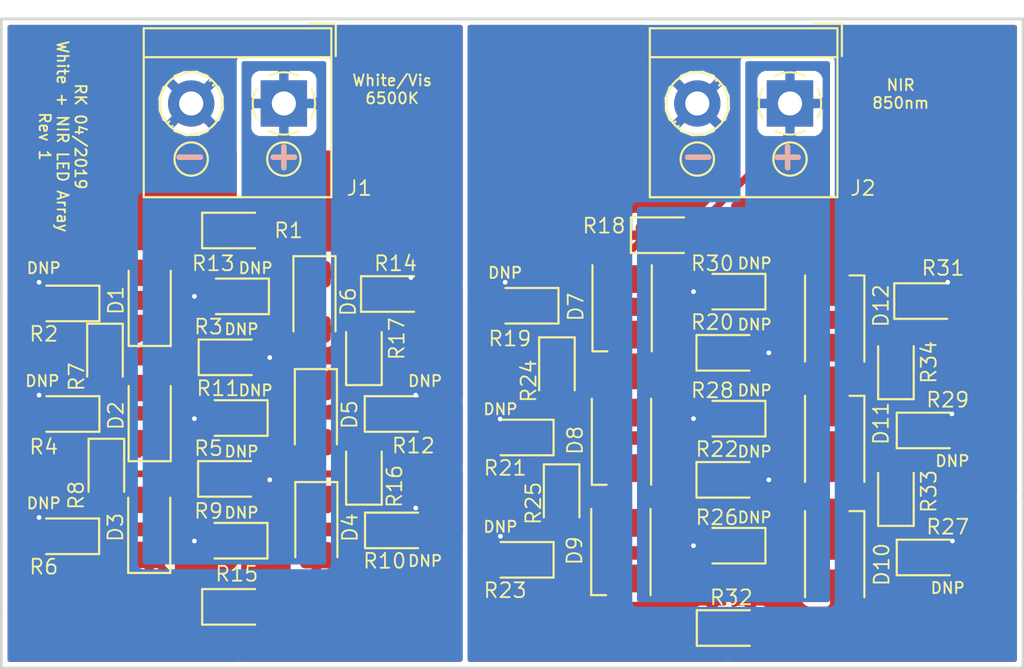
<source format=kicad_pcb>
(kicad_pcb (version 20171130) (host pcbnew 5.0.2-5.fc29)

  (general
    (thickness 1.6)
    (drawings 14)
    (tracks 159)
    (zones 0)
    (modules 48)
    (nets 29)
  )

  (page A4)
  (layers
    (0 F.Cu signal)
    (31 B.Cu signal)
    (32 B.Adhes user)
    (33 F.Adhes user)
    (34 B.Paste user)
    (35 F.Paste user)
    (36 B.SilkS user)
    (37 F.SilkS user)
    (38 B.Mask user)
    (39 F.Mask user)
    (40 Dwgs.User user)
    (41 Cmts.User user)
    (42 Eco1.User user)
    (43 Eco2.User user)
    (44 Edge.Cuts user)
    (45 Margin user)
    (46 B.CrtYd user)
    (47 F.CrtYd user)
    (48 B.Fab user)
    (49 F.Fab user)
  )

  (setup
    (last_trace_width 0.1524)
    (trace_clearance 0.1524)
    (zone_clearance 0.254)
    (zone_45_only no)
    (trace_min 0.1524)
    (segment_width 0.2)
    (edge_width 0.15)
    (via_size 0.381)
    (via_drill 0.254)
    (via_min_size 0.381)
    (via_min_drill 0.254)
    (uvia_size 0.3)
    (uvia_drill 0.1)
    (uvias_allowed no)
    (uvia_min_size 0.2)
    (uvia_min_drill 0.1)
    (pcb_text_width 0.3)
    (pcb_text_size 1.5 1.5)
    (mod_edge_width 0.15)
    (mod_text_size 0.6 0.6)
    (mod_text_width 0.1)
    (pad_size 1.524 1.524)
    (pad_drill 0.762)
    (pad_to_mask_clearance 0.051)
    (solder_mask_min_width 0.25)
    (aux_axis_origin 0 0)
    (visible_elements FFFFFF7F)
    (pcbplotparams
      (layerselection 0x010fc_ffffffff)
      (usegerberextensions false)
      (usegerberattributes false)
      (usegerberadvancedattributes false)
      (creategerberjobfile false)
      (excludeedgelayer true)
      (linewidth 0.100000)
      (plotframeref false)
      (viasonmask false)
      (mode 1)
      (useauxorigin false)
      (hpglpennumber 1)
      (hpglpenspeed 20)
      (hpglpendiameter 15.000000)
      (psnegative false)
      (psa4output false)
      (plotreference true)
      (plotvalue true)
      (plotinvisibletext false)
      (padsonsilk false)
      (subtractmaskfromsilk false)
      (outputformat 1)
      (mirror false)
      (drillshape 1)
      (scaleselection 1)
      (outputdirectory ""))
  )

  (net 0 "")
  (net 1 "Net-(D1-Pad1)")
  (net 2 "Net-(D1-Pad2)")
  (net 3 "Net-(D2-Pad1)")
  (net 4 "Net-(D2-Pad2)")
  (net 5 "Net-(D3-Pad2)")
  (net 6 "Net-(D3-Pad1)")
  (net 7 "Net-(D4-Pad2)")
  (net 8 "Net-(D4-Pad1)")
  (net 9 "Net-(D5-Pad2)")
  (net 10 "Net-(D5-Pad1)")
  (net 11 "Net-(D6-Pad1)")
  (net 12 "Net-(D6-Pad2)")
  (net 13 "Net-(D7-Pad1)")
  (net 14 "Net-(D7-Pad2)")
  (net 15 "Net-(D8-Pad2)")
  (net 16 "Net-(D8-Pad1)")
  (net 17 "Net-(D9-Pad1)")
  (net 18 "Net-(D9-Pad2)")
  (net 19 "Net-(D10-Pad2)")
  (net 20 "Net-(D10-Pad1)")
  (net 21 "Net-(D11-Pad1)")
  (net 22 "Net-(D11-Pad2)")
  (net 23 "Net-(D12-Pad2)")
  (net 24 "Net-(D12-Pad1)")
  (net 25 /ANODE_W)
  (net 26 /CATHODE_W)
  (net 27 /ANODE_IR)
  (net 28 /CATHODE_IR)

  (net_class Default "This is the default net class."
    (clearance 0.1524)
    (trace_width 0.1524)
    (via_dia 0.381)
    (via_drill 0.254)
    (uvia_dia 0.3)
    (uvia_drill 0.1)
  )

  (net_class Power ""
    (clearance 0.1524)
    (trace_width 0.381)
    (via_dia 0.381)
    (via_drill 0.254)
    (uvia_dia 0.3)
    (uvia_drill 0.1)
    (add_net /ANODE_IR)
    (add_net /ANODE_W)
    (add_net /CATHODE_IR)
    (add_net /CATHODE_W)
    (add_net "Net-(D1-Pad1)")
    (add_net "Net-(D1-Pad2)")
    (add_net "Net-(D10-Pad1)")
    (add_net "Net-(D10-Pad2)")
    (add_net "Net-(D11-Pad1)")
    (add_net "Net-(D11-Pad2)")
    (add_net "Net-(D12-Pad1)")
    (add_net "Net-(D12-Pad2)")
    (add_net "Net-(D2-Pad1)")
    (add_net "Net-(D2-Pad2)")
    (add_net "Net-(D3-Pad1)")
    (add_net "Net-(D3-Pad2)")
    (add_net "Net-(D4-Pad1)")
    (add_net "Net-(D4-Pad2)")
    (add_net "Net-(D5-Pad1)")
    (add_net "Net-(D5-Pad2)")
    (add_net "Net-(D6-Pad1)")
    (add_net "Net-(D6-Pad2)")
    (add_net "Net-(D7-Pad1)")
    (add_net "Net-(D7-Pad2)")
    (add_net "Net-(D8-Pad1)")
    (add_net "Net-(D8-Pad2)")
    (add_net "Net-(D9-Pad1)")
    (add_net "Net-(D9-Pad2)")
  )

  (module LED_SMD:LED_1206_3216Metric_Pad1.42x1.75mm_HandSolder (layer F.Cu) (tedit 5CB90671) (tstamp 5CD1C1B4)
    (at 47.625 36.5395 90)
    (descr "LED SMD 1206 (3216 Metric), square (rectangular) end terminal, IPC_7351 nominal, (Body size source: http://www.tortai-tech.com/upload/download/2011102023233369053.pdf), generated with kicad-footprint-generator")
    (tags "LED handsolder")
    (path /5CB8FB0D)
    (attr smd)
    (fp_text reference D1 (at 0 -1.82 90) (layer F.SilkS)
      (effects (font (size 0.8 0.8) (thickness 0.1)))
    )
    (fp_text value 6500K (at 0 1.82 90) (layer F.Fab)
      (effects (font (size 0.6 0.6) (thickness 0.1)))
    )
    (fp_line (start 1.6 -0.8) (end -1.2 -0.8) (layer F.Fab) (width 0.1))
    (fp_line (start -1.2 -0.8) (end -1.6 -0.4) (layer F.Fab) (width 0.1))
    (fp_line (start -1.6 -0.4) (end -1.6 0.8) (layer F.Fab) (width 0.1))
    (fp_line (start -1.6 0.8) (end 1.6 0.8) (layer F.Fab) (width 0.1))
    (fp_line (start 1.6 0.8) (end 1.6 -0.8) (layer F.Fab) (width 0.1))
    (fp_line (start 1.6 -1.135) (end -2.46 -1.135) (layer F.SilkS) (width 0.12))
    (fp_line (start -2.46 -1.135) (end -2.46 1.135) (layer F.SilkS) (width 0.12))
    (fp_line (start -2.46 1.135) (end 1.6 1.135) (layer F.SilkS) (width 0.12))
    (fp_line (start -2.45 1.12) (end -2.45 -1.12) (layer F.CrtYd) (width 0.05))
    (fp_line (start -2.45 -1.12) (end 2.45 -1.12) (layer F.CrtYd) (width 0.05))
    (fp_line (start 2.45 -1.12) (end 2.45 1.12) (layer F.CrtYd) (width 0.05))
    (fp_line (start 2.45 1.12) (end -2.45 1.12) (layer F.CrtYd) (width 0.05))
    (fp_text user %R (at 0 0 90) (layer F.Fab)
      (effects (font (size 0.8 0.8) (thickness 0.12)))
    )
    (pad 1 smd roundrect (at -1.4875 0 90) (size 1.425 1.75) (layers F.Cu F.Paste F.Mask) (roundrect_rratio 0.175439)
      (net 1 "Net-(D1-Pad1)"))
    (pad 2 smd roundrect (at 1.4875 0 90) (size 1.425 1.75) (layers F.Cu F.Paste F.Mask) (roundrect_rratio 0.175439)
      (net 2 "Net-(D1-Pad2)"))
    (model ${KISYS3DMOD}/LED_SMD.3dshapes/LED_1206_3216Metric.wrl
      (at (xyz 0 0 0))
      (scale (xyz 1 1 1))
      (rotate (xyz 0 0 0))
    )
  )

  (module LED_SMD:LED_1206_3216Metric_Pad1.42x1.75mm_HandSolder (layer F.Cu) (tedit 5B4B45C9) (tstamp 5CD1BB6A)
    (at 47.625 42.7625 90)
    (descr "LED SMD 1206 (3216 Metric), square (rectangular) end terminal, IPC_7351 nominal, (Body size source: http://www.tortai-tech.com/upload/download/2011102023233369053.pdf), generated with kicad-footprint-generator")
    (tags "LED handsolder")
    (path /5CB8FCA9)
    (attr smd)
    (fp_text reference D2 (at 0 -1.82 90) (layer F.SilkS)
      (effects (font (size 0.8 0.8) (thickness 0.1)))
    )
    (fp_text value 6500K (at 0 1.82 90) (layer F.Fab)
      (effects (font (size 0.6 0.6) (thickness 0.1)))
    )
    (fp_line (start 1.6 -0.8) (end -1.2 -0.8) (layer F.Fab) (width 0.1))
    (fp_line (start -1.2 -0.8) (end -1.6 -0.4) (layer F.Fab) (width 0.1))
    (fp_line (start -1.6 -0.4) (end -1.6 0.8) (layer F.Fab) (width 0.1))
    (fp_line (start -1.6 0.8) (end 1.6 0.8) (layer F.Fab) (width 0.1))
    (fp_line (start 1.6 0.8) (end 1.6 -0.8) (layer F.Fab) (width 0.1))
    (fp_line (start 1.6 -1.135) (end -2.46 -1.135) (layer F.SilkS) (width 0.12))
    (fp_line (start -2.46 -1.135) (end -2.46 1.135) (layer F.SilkS) (width 0.12))
    (fp_line (start -2.46 1.135) (end 1.6 1.135) (layer F.SilkS) (width 0.12))
    (fp_line (start -2.45 1.12) (end -2.45 -1.12) (layer F.CrtYd) (width 0.05))
    (fp_line (start -2.45 -1.12) (end 2.45 -1.12) (layer F.CrtYd) (width 0.05))
    (fp_line (start 2.45 -1.12) (end 2.45 1.12) (layer F.CrtYd) (width 0.05))
    (fp_line (start 2.45 1.12) (end -2.45 1.12) (layer F.CrtYd) (width 0.05))
    (fp_text user %R (at 0 0 90) (layer F.Fab)
      (effects (font (size 0.8 0.8) (thickness 0.12)))
    )
    (pad 1 smd roundrect (at -1.4875 0 90) (size 1.425 1.75) (layers F.Cu F.Paste F.Mask) (roundrect_rratio 0.175439)
      (net 3 "Net-(D2-Pad1)"))
    (pad 2 smd roundrect (at 1.4875 0 90) (size 1.425 1.75) (layers F.Cu F.Paste F.Mask) (roundrect_rratio 0.175439)
      (net 4 "Net-(D2-Pad2)"))
    (model ${KISYS3DMOD}/LED_SMD.3dshapes/LED_1206_3216Metric.wrl
      (at (xyz 0 0 0))
      (scale (xyz 1 1 1))
      (rotate (xyz 0 0 0))
    )
  )

  (module LED_SMD:LED_1206_3216Metric_Pad1.42x1.75mm_HandSolder (layer F.Cu) (tedit 5B4B45C9) (tstamp 5CD1BE28)
    (at 47.5996 48.7934 90)
    (descr "LED SMD 1206 (3216 Metric), square (rectangular) end terminal, IPC_7351 nominal, (Body size source: http://www.tortai-tech.com/upload/download/2011102023233369053.pdf), generated with kicad-footprint-generator")
    (tags "LED handsolder")
    (path /5CB8FCD7)
    (attr smd)
    (fp_text reference D3 (at 0 -1.82 90) (layer F.SilkS)
      (effects (font (size 0.8 0.8) (thickness 0.1)))
    )
    (fp_text value 6500K (at 0 1.82 90) (layer F.Fab)
      (effects (font (size 0.6 0.6) (thickness 0.1)))
    )
    (fp_text user %R (at 0 0 90) (layer F.Fab)
      (effects (font (size 0.8 0.8) (thickness 0.12)))
    )
    (fp_line (start 2.45 1.12) (end -2.45 1.12) (layer F.CrtYd) (width 0.05))
    (fp_line (start 2.45 -1.12) (end 2.45 1.12) (layer F.CrtYd) (width 0.05))
    (fp_line (start -2.45 -1.12) (end 2.45 -1.12) (layer F.CrtYd) (width 0.05))
    (fp_line (start -2.45 1.12) (end -2.45 -1.12) (layer F.CrtYd) (width 0.05))
    (fp_line (start -2.46 1.135) (end 1.6 1.135) (layer F.SilkS) (width 0.12))
    (fp_line (start -2.46 -1.135) (end -2.46 1.135) (layer F.SilkS) (width 0.12))
    (fp_line (start 1.6 -1.135) (end -2.46 -1.135) (layer F.SilkS) (width 0.12))
    (fp_line (start 1.6 0.8) (end 1.6 -0.8) (layer F.Fab) (width 0.1))
    (fp_line (start -1.6 0.8) (end 1.6 0.8) (layer F.Fab) (width 0.1))
    (fp_line (start -1.6 -0.4) (end -1.6 0.8) (layer F.Fab) (width 0.1))
    (fp_line (start -1.2 -0.8) (end -1.6 -0.4) (layer F.Fab) (width 0.1))
    (fp_line (start 1.6 -0.8) (end -1.2 -0.8) (layer F.Fab) (width 0.1))
    (pad 2 smd roundrect (at 1.4875 0 90) (size 1.425 1.75) (layers F.Cu F.Paste F.Mask) (roundrect_rratio 0.175439)
      (net 5 "Net-(D3-Pad2)"))
    (pad 1 smd roundrect (at -1.4875 0 90) (size 1.425 1.75) (layers F.Cu F.Paste F.Mask) (roundrect_rratio 0.175439)
      (net 6 "Net-(D3-Pad1)"))
    (model ${KISYS3DMOD}/LED_SMD.3dshapes/LED_1206_3216Metric.wrl
      (at (xyz 0 0 0))
      (scale (xyz 1 1 1))
      (rotate (xyz 0 0 0))
    )
  )

  (module LED_SMD:LED_1206_3216Metric_Pad1.42x1.75mm_HandSolder (layer F.Cu) (tedit 5B4B45C9) (tstamp 5CD1BA5C)
    (at 56.6166 48.8077 270)
    (descr "LED SMD 1206 (3216 Metric), square (rectangular) end terminal, IPC_7351 nominal, (Body size source: http://www.tortai-tech.com/upload/download/2011102023233369053.pdf), generated with kicad-footprint-generator")
    (tags "LED handsolder")
    (path /5CB91370)
    (attr smd)
    (fp_text reference D4 (at 0 -1.82 270) (layer F.SilkS)
      (effects (font (size 0.8 0.8) (thickness 0.1)))
    )
    (fp_text value 6500K (at 0 1.82 270) (layer F.Fab)
      (effects (font (size 0.6 0.6) (thickness 0.1)))
    )
    (fp_text user %R (at 0 0 270) (layer F.Fab)
      (effects (font (size 0.8 0.8) (thickness 0.12)))
    )
    (fp_line (start 2.45 1.12) (end -2.45 1.12) (layer F.CrtYd) (width 0.05))
    (fp_line (start 2.45 -1.12) (end 2.45 1.12) (layer F.CrtYd) (width 0.05))
    (fp_line (start -2.45 -1.12) (end 2.45 -1.12) (layer F.CrtYd) (width 0.05))
    (fp_line (start -2.45 1.12) (end -2.45 -1.12) (layer F.CrtYd) (width 0.05))
    (fp_line (start -2.46 1.135) (end 1.6 1.135) (layer F.SilkS) (width 0.12))
    (fp_line (start -2.46 -1.135) (end -2.46 1.135) (layer F.SilkS) (width 0.12))
    (fp_line (start 1.6 -1.135) (end -2.46 -1.135) (layer F.SilkS) (width 0.12))
    (fp_line (start 1.6 0.8) (end 1.6 -0.8) (layer F.Fab) (width 0.1))
    (fp_line (start -1.6 0.8) (end 1.6 0.8) (layer F.Fab) (width 0.1))
    (fp_line (start -1.6 -0.4) (end -1.6 0.8) (layer F.Fab) (width 0.1))
    (fp_line (start -1.2 -0.8) (end -1.6 -0.4) (layer F.Fab) (width 0.1))
    (fp_line (start 1.6 -0.8) (end -1.2 -0.8) (layer F.Fab) (width 0.1))
    (pad 2 smd roundrect (at 1.4875 0 270) (size 1.425 1.75) (layers F.Cu F.Paste F.Mask) (roundrect_rratio 0.175439)
      (net 7 "Net-(D4-Pad2)"))
    (pad 1 smd roundrect (at -1.4875 0 270) (size 1.425 1.75) (layers F.Cu F.Paste F.Mask) (roundrect_rratio 0.175439)
      (net 8 "Net-(D4-Pad1)"))
    (model ${KISYS3DMOD}/LED_SMD.3dshapes/LED_1206_3216Metric.wrl
      (at (xyz 0 0 0))
      (scale (xyz 1 1 1))
      (rotate (xyz 0 0 0))
    )
  )

  (module LED_SMD:LED_1206_3216Metric_Pad1.42x1.75mm_HandSolder (layer F.Cu) (tedit 5B4B45C9) (tstamp 5CD1BBD6)
    (at 56.5912 42.7085 270)
    (descr "LED SMD 1206 (3216 Metric), square (rectangular) end terminal, IPC_7351 nominal, (Body size source: http://www.tortai-tech.com/upload/download/2011102023233369053.pdf), generated with kicad-footprint-generator")
    (tags "LED handsolder")
    (path /5CB9404C)
    (attr smd)
    (fp_text reference D5 (at 0 -1.82 270) (layer F.SilkS)
      (effects (font (size 0.8 0.8) (thickness 0.1)))
    )
    (fp_text value 6500K (at 0 1.82 270) (layer F.Fab)
      (effects (font (size 0.6 0.6) (thickness 0.1)))
    )
    (fp_text user %R (at 0 0 270) (layer F.Fab)
      (effects (font (size 0.8 0.8) (thickness 0.12)))
    )
    (fp_line (start 2.45 1.12) (end -2.45 1.12) (layer F.CrtYd) (width 0.05))
    (fp_line (start 2.45 -1.12) (end 2.45 1.12) (layer F.CrtYd) (width 0.05))
    (fp_line (start -2.45 -1.12) (end 2.45 -1.12) (layer F.CrtYd) (width 0.05))
    (fp_line (start -2.45 1.12) (end -2.45 -1.12) (layer F.CrtYd) (width 0.05))
    (fp_line (start -2.46 1.135) (end 1.6 1.135) (layer F.SilkS) (width 0.12))
    (fp_line (start -2.46 -1.135) (end -2.46 1.135) (layer F.SilkS) (width 0.12))
    (fp_line (start 1.6 -1.135) (end -2.46 -1.135) (layer F.SilkS) (width 0.12))
    (fp_line (start 1.6 0.8) (end 1.6 -0.8) (layer F.Fab) (width 0.1))
    (fp_line (start -1.6 0.8) (end 1.6 0.8) (layer F.Fab) (width 0.1))
    (fp_line (start -1.6 -0.4) (end -1.6 0.8) (layer F.Fab) (width 0.1))
    (fp_line (start -1.2 -0.8) (end -1.6 -0.4) (layer F.Fab) (width 0.1))
    (fp_line (start 1.6 -0.8) (end -1.2 -0.8) (layer F.Fab) (width 0.1))
    (pad 2 smd roundrect (at 1.4875 0 270) (size 1.425 1.75) (layers F.Cu F.Paste F.Mask) (roundrect_rratio 0.175439)
      (net 9 "Net-(D5-Pad2)"))
    (pad 1 smd roundrect (at -1.4875 0 270) (size 1.425 1.75) (layers F.Cu F.Paste F.Mask) (roundrect_rratio 0.175439)
      (net 10 "Net-(D5-Pad1)"))
    (model ${KISYS3DMOD}/LED_SMD.3dshapes/LED_1206_3216Metric.wrl
      (at (xyz 0 0 0))
      (scale (xyz 1 1 1))
      (rotate (xyz 0 0 0))
    )
  )

  (module LED_SMD:LED_1206_3216Metric_Pad1.42x1.75mm_HandSolder (layer F.Cu) (tedit 5B4B45C9) (tstamp 5CD1BDF2)
    (at 56.515 36.6125 270)
    (descr "LED SMD 1206 (3216 Metric), square (rectangular) end terminal, IPC_7351 nominal, (Body size source: http://www.tortai-tech.com/upload/download/2011102023233369053.pdf), generated with kicad-footprint-generator")
    (tags "LED handsolder")
    (path /5CB94C01)
    (attr smd)
    (fp_text reference D6 (at 0 -1.82 270) (layer F.SilkS)
      (effects (font (size 0.8 0.8) (thickness 0.1)))
    )
    (fp_text value 6500K (at 0 1.82 270) (layer F.Fab)
      (effects (font (size 0.6 0.6) (thickness 0.1)))
    )
    (fp_line (start 1.6 -0.8) (end -1.2 -0.8) (layer F.Fab) (width 0.1))
    (fp_line (start -1.2 -0.8) (end -1.6 -0.4) (layer F.Fab) (width 0.1))
    (fp_line (start -1.6 -0.4) (end -1.6 0.8) (layer F.Fab) (width 0.1))
    (fp_line (start -1.6 0.8) (end 1.6 0.8) (layer F.Fab) (width 0.1))
    (fp_line (start 1.6 0.8) (end 1.6 -0.8) (layer F.Fab) (width 0.1))
    (fp_line (start 1.6 -1.135) (end -2.46 -1.135) (layer F.SilkS) (width 0.12))
    (fp_line (start -2.46 -1.135) (end -2.46 1.135) (layer F.SilkS) (width 0.12))
    (fp_line (start -2.46 1.135) (end 1.6 1.135) (layer F.SilkS) (width 0.12))
    (fp_line (start -2.45 1.12) (end -2.45 -1.12) (layer F.CrtYd) (width 0.05))
    (fp_line (start -2.45 -1.12) (end 2.45 -1.12) (layer F.CrtYd) (width 0.05))
    (fp_line (start 2.45 -1.12) (end 2.45 1.12) (layer F.CrtYd) (width 0.05))
    (fp_line (start 2.45 1.12) (end -2.45 1.12) (layer F.CrtYd) (width 0.05))
    (fp_text user %R (at 0 0 270) (layer F.Fab)
      (effects (font (size 0.8 0.8) (thickness 0.12)))
    )
    (pad 1 smd roundrect (at -1.4875 0 270) (size 1.425 1.75) (layers F.Cu F.Paste F.Mask) (roundrect_rratio 0.175439)
      (net 11 "Net-(D6-Pad1)"))
    (pad 2 smd roundrect (at 1.4875 0 270) (size 1.425 1.75) (layers F.Cu F.Paste F.Mask) (roundrect_rratio 0.175439)
      (net 12 "Net-(D6-Pad2)"))
    (model ${KISYS3DMOD}/LED_SMD.3dshapes/LED_1206_3216Metric.wrl
      (at (xyz 0 0 0))
      (scale (xyz 1 1 1))
      (rotate (xyz 0 0 0))
    )
  )

  (module LED_SMD:LED_0805_2012Metric_Pad1.15x1.40mm_HandSolder (layer F.Cu) (tedit 5B4B45C9) (tstamp 5CD1BA26)
    (at 52.315 32.766)
    (descr "LED SMD 0805 (2012 Metric), square (rectangular) end terminal, IPC_7351 nominal, (Body size source: https://docs.google.com/spreadsheets/d/1BsfQQcO9C6DZCsRaXUlFlo91Tg2WpOkGARC1WS5S8t0/edit?usp=sharing), generated with kicad-footprint-generator")
    (tags "LED handsolder")
    (path /5CBA23D5)
    (attr smd)
    (fp_text reference R1 (at 2.803 0) (layer F.SilkS)
      (effects (font (size 0.8 0.8) (thickness 0.1)))
    )
    (fp_text value 0 (at 0 1.65) (layer F.Fab)
      (effects (font (size 0.6 0.6) (thickness 0.1)))
    )
    (fp_line (start 1 -0.6) (end -0.7 -0.6) (layer F.Fab) (width 0.1))
    (fp_line (start -0.7 -0.6) (end -1 -0.3) (layer F.Fab) (width 0.1))
    (fp_line (start -1 -0.3) (end -1 0.6) (layer F.Fab) (width 0.1))
    (fp_line (start -1 0.6) (end 1 0.6) (layer F.Fab) (width 0.1))
    (fp_line (start 1 0.6) (end 1 -0.6) (layer F.Fab) (width 0.1))
    (fp_line (start 1 -0.96) (end -1.86 -0.96) (layer F.SilkS) (width 0.12))
    (fp_line (start -1.86 -0.96) (end -1.86 0.96) (layer F.SilkS) (width 0.12))
    (fp_line (start -1.86 0.96) (end 1 0.96) (layer F.SilkS) (width 0.12))
    (fp_line (start -1.85 0.95) (end -1.85 -0.95) (layer F.CrtYd) (width 0.05))
    (fp_line (start -1.85 -0.95) (end 1.85 -0.95) (layer F.CrtYd) (width 0.05))
    (fp_line (start 1.85 -0.95) (end 1.85 0.95) (layer F.CrtYd) (width 0.05))
    (fp_line (start 1.85 0.95) (end -1.85 0.95) (layer F.CrtYd) (width 0.05))
    (fp_text user %R (at 0 0) (layer F.Fab)
      (effects (font (size 0.5 0.5) (thickness 0.08)))
    )
    (pad 1 smd roundrect (at -1.025 0) (size 1.15 1.4) (layers F.Cu F.Paste F.Mask) (roundrect_rratio 0.217391)
      (net 2 "Net-(D1-Pad2)"))
    (pad 2 smd roundrect (at 1.025 0) (size 1.15 1.4) (layers F.Cu F.Paste F.Mask) (roundrect_rratio 0.217391)
      (net 25 /ANODE_W))
    (model ${KISYS3DMOD}/LED_SMD.3dshapes/LED_0805_2012Metric.wrl
      (at (xyz 0 0 0))
      (scale (xyz 1 1 1))
      (rotate (xyz 0 0 0))
    )
  )

  (module LED_SMD:LED_0805_2012Metric_Pad1.15x1.40mm_HandSolder (layer F.Cu) (tedit 5CB90F1F) (tstamp 5CDE0A29)
    (at 43.053 36.703 180)
    (descr "LED SMD 0805 (2012 Metric), square (rectangular) end terminal, IPC_7351 nominal, (Body size source: https://docs.google.com/spreadsheets/d/1BsfQQcO9C6DZCsRaXUlFlo91Tg2WpOkGARC1WS5S8t0/edit?usp=sharing), generated with kicad-footprint-generator")
    (tags "LED handsolder")
    (path /5CB901E0)
    (attr smd)
    (fp_text reference R2 (at 1.143 -1.651 180) (layer F.SilkS)
      (effects (font (size 0.8 0.8) (thickness 0.1)))
    )
    (fp_text value DNP (at 1.143 1.905 180) (layer F.SilkS)
      (effects (font (size 0.6 0.6) (thickness 0.1)))
    )
    (fp_line (start 1 -0.6) (end -0.7 -0.6) (layer F.Fab) (width 0.1))
    (fp_line (start -0.7 -0.6) (end -1 -0.3) (layer F.Fab) (width 0.1))
    (fp_line (start -1 -0.3) (end -1 0.6) (layer F.Fab) (width 0.1))
    (fp_line (start -1 0.6) (end 1 0.6) (layer F.Fab) (width 0.1))
    (fp_line (start 1 0.6) (end 1 -0.6) (layer F.Fab) (width 0.1))
    (fp_line (start 1 -0.96) (end -1.86 -0.96) (layer F.SilkS) (width 0.12))
    (fp_line (start -1.86 -0.96) (end -1.86 0.96) (layer F.SilkS) (width 0.12))
    (fp_line (start -1.86 0.96) (end 1 0.96) (layer F.SilkS) (width 0.12))
    (fp_line (start -1.85 0.95) (end -1.85 -0.95) (layer F.CrtYd) (width 0.05))
    (fp_line (start -1.85 -0.95) (end 1.85 -0.95) (layer F.CrtYd) (width 0.05))
    (fp_line (start 1.85 -0.95) (end 1.85 0.95) (layer F.CrtYd) (width 0.05))
    (fp_line (start 1.85 0.95) (end -1.85 0.95) (layer F.CrtYd) (width 0.05))
    (fp_text user %R (at 0 0 180) (layer F.Fab)
      (effects (font (size 0.5 0.5) (thickness 0.08)))
    )
    (pad 1 smd roundrect (at -1.025 0 180) (size 1.15 1.4) (layers F.Cu F.Paste F.Mask) (roundrect_rratio 0.217391)
      (net 1 "Net-(D1-Pad1)"))
    (pad 2 smd roundrect (at 1.025 0 180) (size 1.15 1.4) (layers F.Cu F.Paste F.Mask) (roundrect_rratio 0.217391)
      (net 26 /CATHODE_W))
    (model ${KISYS3DMOD}/LED_SMD.3dshapes/LED_0805_2012Metric.wrl
      (at (xyz 0 0 0))
      (scale (xyz 1 1 1))
      (rotate (xyz 0 0 0))
    )
  )

  (module LED_SMD:LED_0805_2012Metric_Pad1.15x1.40mm_HandSolder (layer F.Cu) (tedit 5CB90FFB) (tstamp 5CD1CD8F)
    (at 52.12704 39.61384)
    (descr "LED SMD 0805 (2012 Metric), square (rectangular) end terminal, IPC_7351 nominal, (Body size source: https://docs.google.com/spreadsheets/d/1BsfQQcO9C6DZCsRaXUlFlo91Tg2WpOkGARC1WS5S8t0/edit?usp=sharing), generated with kicad-footprint-generator")
    (tags "LED handsolder")
    (path /5CB97314)
    (attr smd)
    (fp_text reference R3 (at -1.32704 -1.651) (layer F.SilkS)
      (effects (font (size 0.8 0.8) (thickness 0.1)))
    )
    (fp_text value DNP (at 0.45096 -1.51384) (layer F.SilkS)
      (effects (font (size 0.6 0.6) (thickness 0.1)))
    )
    (fp_line (start 1 -0.6) (end -0.7 -0.6) (layer F.Fab) (width 0.1))
    (fp_line (start -0.7 -0.6) (end -1 -0.3) (layer F.Fab) (width 0.1))
    (fp_line (start -1 -0.3) (end -1 0.6) (layer F.Fab) (width 0.1))
    (fp_line (start -1 0.6) (end 1 0.6) (layer F.Fab) (width 0.1))
    (fp_line (start 1 0.6) (end 1 -0.6) (layer F.Fab) (width 0.1))
    (fp_line (start 1 -0.96) (end -1.86 -0.96) (layer F.SilkS) (width 0.12))
    (fp_line (start -1.86 -0.96) (end -1.86 0.96) (layer F.SilkS) (width 0.12))
    (fp_line (start -1.86 0.96) (end 1 0.96) (layer F.SilkS) (width 0.12))
    (fp_line (start -1.85 0.95) (end -1.85 -0.95) (layer F.CrtYd) (width 0.05))
    (fp_line (start -1.85 -0.95) (end 1.85 -0.95) (layer F.CrtYd) (width 0.05))
    (fp_line (start 1.85 -0.95) (end 1.85 0.95) (layer F.CrtYd) (width 0.05))
    (fp_line (start 1.85 0.95) (end -1.85 0.95) (layer F.CrtYd) (width 0.05))
    (fp_text user %R (at 0 0) (layer F.Fab)
      (effects (font (size 0.5 0.5) (thickness 0.08)))
    )
    (pad 1 smd roundrect (at -1.025 0) (size 1.15 1.4) (layers F.Cu F.Paste F.Mask) (roundrect_rratio 0.217391)
      (net 4 "Net-(D2-Pad2)"))
    (pad 2 smd roundrect (at 1.025 0) (size 1.15 1.4) (layers F.Cu F.Paste F.Mask) (roundrect_rratio 0.217391)
      (net 25 /ANODE_W))
    (model ${KISYS3DMOD}/LED_SMD.3dshapes/LED_0805_2012Metric.wrl
      (at (xyz 0 0 0))
      (scale (xyz 1 1 1))
      (rotate (xyz 0 0 0))
    )
  )

  (module LED_SMD:LED_0805_2012Metric_Pad1.15x1.40mm_HandSolder (layer F.Cu) (tedit 5CB90F73) (tstamp 5CD1B9BA)
    (at 43.053 42.672 180)
    (descr "LED SMD 0805 (2012 Metric), square (rectangular) end terminal, IPC_7351 nominal, (Body size source: https://docs.google.com/spreadsheets/d/1BsfQQcO9C6DZCsRaXUlFlo91Tg2WpOkGARC1WS5S8t0/edit?usp=sharing), generated with kicad-footprint-generator")
    (tags "LED handsolder")
    (path /5CB9048E)
    (attr smd)
    (fp_text reference R4 (at 1.143 -1.778 180) (layer F.SilkS)
      (effects (font (size 0.8 0.8) (thickness 0.1)))
    )
    (fp_text value DNP (at 1.2192 1.778 180) (layer F.SilkS)
      (effects (font (size 0.6 0.6) (thickness 0.1)))
    )
    (fp_text user %R (at 0 0 180) (layer F.Fab)
      (effects (font (size 0.5 0.5) (thickness 0.08)))
    )
    (fp_line (start 1.85 0.95) (end -1.85 0.95) (layer F.CrtYd) (width 0.05))
    (fp_line (start 1.85 -0.95) (end 1.85 0.95) (layer F.CrtYd) (width 0.05))
    (fp_line (start -1.85 -0.95) (end 1.85 -0.95) (layer F.CrtYd) (width 0.05))
    (fp_line (start -1.85 0.95) (end -1.85 -0.95) (layer F.CrtYd) (width 0.05))
    (fp_line (start -1.86 0.96) (end 1 0.96) (layer F.SilkS) (width 0.12))
    (fp_line (start -1.86 -0.96) (end -1.86 0.96) (layer F.SilkS) (width 0.12))
    (fp_line (start 1 -0.96) (end -1.86 -0.96) (layer F.SilkS) (width 0.12))
    (fp_line (start 1 0.6) (end 1 -0.6) (layer F.Fab) (width 0.1))
    (fp_line (start -1 0.6) (end 1 0.6) (layer F.Fab) (width 0.1))
    (fp_line (start -1 -0.3) (end -1 0.6) (layer F.Fab) (width 0.1))
    (fp_line (start -0.7 -0.6) (end -1 -0.3) (layer F.Fab) (width 0.1))
    (fp_line (start 1 -0.6) (end -0.7 -0.6) (layer F.Fab) (width 0.1))
    (pad 2 smd roundrect (at 1.025 0 180) (size 1.15 1.4) (layers F.Cu F.Paste F.Mask) (roundrect_rratio 0.217391)
      (net 26 /CATHODE_W))
    (pad 1 smd roundrect (at -1.025 0 180) (size 1.15 1.4) (layers F.Cu F.Paste F.Mask) (roundrect_rratio 0.217391)
      (net 3 "Net-(D2-Pad1)"))
    (model ${KISYS3DMOD}/LED_SMD.3dshapes/LED_0805_2012Metric.wrl
      (at (xyz 0 0 0))
      (scale (xyz 1 1 1))
      (rotate (xyz 0 0 0))
    )
  )

  (module LED_SMD:LED_0805_2012Metric_Pad1.15x1.40mm_HandSolder (layer F.Cu) (tedit 5CB90FCF) (tstamp 5CD1DAC5)
    (at 52.0954 46.1772)
    (descr "LED SMD 0805 (2012 Metric), square (rectangular) end terminal, IPC_7351 nominal, (Body size source: https://docs.google.com/spreadsheets/d/1BsfQQcO9C6DZCsRaXUlFlo91Tg2WpOkGARC1WS5S8t0/edit?usp=sharing), generated with kicad-footprint-generator")
    (tags "LED handsolder")
    (path /5CB9567F)
    (attr smd)
    (fp_text reference R5 (at -1.2954 -1.65) (layer F.SilkS)
      (effects (font (size 0.8 0.8) (thickness 0.1)))
    )
    (fp_text value DNP (at 0.4826 -1.4732) (layer F.SilkS)
      (effects (font (size 0.6 0.6) (thickness 0.1)))
    )
    (fp_text user %R (at 0 0) (layer F.Fab)
      (effects (font (size 0.5 0.5) (thickness 0.08)))
    )
    (fp_line (start 1.85 0.95) (end -1.85 0.95) (layer F.CrtYd) (width 0.05))
    (fp_line (start 1.85 -0.95) (end 1.85 0.95) (layer F.CrtYd) (width 0.05))
    (fp_line (start -1.85 -0.95) (end 1.85 -0.95) (layer F.CrtYd) (width 0.05))
    (fp_line (start -1.85 0.95) (end -1.85 -0.95) (layer F.CrtYd) (width 0.05))
    (fp_line (start -1.86 0.96) (end 1 0.96) (layer F.SilkS) (width 0.12))
    (fp_line (start -1.86 -0.96) (end -1.86 0.96) (layer F.SilkS) (width 0.12))
    (fp_line (start 1 -0.96) (end -1.86 -0.96) (layer F.SilkS) (width 0.12))
    (fp_line (start 1 0.6) (end 1 -0.6) (layer F.Fab) (width 0.1))
    (fp_line (start -1 0.6) (end 1 0.6) (layer F.Fab) (width 0.1))
    (fp_line (start -1 -0.3) (end -1 0.6) (layer F.Fab) (width 0.1))
    (fp_line (start -0.7 -0.6) (end -1 -0.3) (layer F.Fab) (width 0.1))
    (fp_line (start 1 -0.6) (end -0.7 -0.6) (layer F.Fab) (width 0.1))
    (pad 2 smd roundrect (at 1.025 0) (size 1.15 1.4) (layers F.Cu F.Paste F.Mask) (roundrect_rratio 0.217391)
      (net 25 /ANODE_W))
    (pad 1 smd roundrect (at -1.025 0) (size 1.15 1.4) (layers F.Cu F.Paste F.Mask) (roundrect_rratio 0.217391)
      (net 5 "Net-(D3-Pad2)"))
    (model ${KISYS3DMOD}/LED_SMD.3dshapes/LED_0805_2012Metric.wrl
      (at (xyz 0 0 0))
      (scale (xyz 1 1 1))
      (rotate (xyz 0 0 0))
    )
  )

  (module LED_SMD:LED_0805_2012Metric_Pad1.15x1.40mm_HandSolder (layer F.Cu) (tedit 5CB90F99) (tstamp 5CD1BB34)
    (at 43.0366 49.276 180)
    (descr "LED SMD 0805 (2012 Metric), square (rectangular) end terminal, IPC_7351 nominal, (Body size source: https://docs.google.com/spreadsheets/d/1BsfQQcO9C6DZCsRaXUlFlo91Tg2WpOkGARC1WS5S8t0/edit?usp=sharing), generated with kicad-footprint-generator")
    (tags "LED handsolder")
    (path /5CB910DB)
    (attr smd)
    (fp_text reference R6 (at 1.1266 -1.65 180) (layer F.SilkS)
      (effects (font (size 0.8 0.8) (thickness 0.1)))
    )
    (fp_text value DNP (at 1.1266 1.778) (layer F.SilkS)
      (effects (font (size 0.6 0.6) (thickness 0.1)))
    )
    (fp_line (start 1 -0.6) (end -0.7 -0.6) (layer F.Fab) (width 0.1))
    (fp_line (start -0.7 -0.6) (end -1 -0.3) (layer F.Fab) (width 0.1))
    (fp_line (start -1 -0.3) (end -1 0.6) (layer F.Fab) (width 0.1))
    (fp_line (start -1 0.6) (end 1 0.6) (layer F.Fab) (width 0.1))
    (fp_line (start 1 0.6) (end 1 -0.6) (layer F.Fab) (width 0.1))
    (fp_line (start 1 -0.96) (end -1.86 -0.96) (layer F.SilkS) (width 0.12))
    (fp_line (start -1.86 -0.96) (end -1.86 0.96) (layer F.SilkS) (width 0.12))
    (fp_line (start -1.86 0.96) (end 1 0.96) (layer F.SilkS) (width 0.12))
    (fp_line (start -1.85 0.95) (end -1.85 -0.95) (layer F.CrtYd) (width 0.05))
    (fp_line (start -1.85 -0.95) (end 1.85 -0.95) (layer F.CrtYd) (width 0.05))
    (fp_line (start 1.85 -0.95) (end 1.85 0.95) (layer F.CrtYd) (width 0.05))
    (fp_line (start 1.85 0.95) (end -1.85 0.95) (layer F.CrtYd) (width 0.05))
    (fp_text user %R (at 0 0 180) (layer F.Fab)
      (effects (font (size 0.5 0.5) (thickness 0.08)))
    )
    (pad 1 smd roundrect (at -1.025 0 180) (size 1.15 1.4) (layers F.Cu F.Paste F.Mask) (roundrect_rratio 0.217391)
      (net 6 "Net-(D3-Pad1)"))
    (pad 2 smd roundrect (at 1.025 0 180) (size 1.15 1.4) (layers F.Cu F.Paste F.Mask) (roundrect_rratio 0.217391)
      (net 26 /CATHODE_W))
    (model ${KISYS3DMOD}/LED_SMD.3dshapes/LED_0805_2012Metric.wrl
      (at (xyz 0 0 0))
      (scale (xyz 1 1 1))
      (rotate (xyz 0 0 0))
    )
  )

  (module LED_SMD:LED_0805_2012Metric_Pad1.15x1.40mm_HandSolder (layer F.Cu) (tedit 5CB90593) (tstamp 5CD1D7C1)
    (at 45.212 39.6584 270)
    (descr "LED SMD 0805 (2012 Metric), square (rectangular) end terminal, IPC_7351 nominal, (Body size source: https://docs.google.com/spreadsheets/d/1BsfQQcO9C6DZCsRaXUlFlo91Tg2WpOkGARC1WS5S8t0/edit?usp=sharing), generated with kicad-footprint-generator")
    (tags "LED handsolder")
    (path /5CB8FDEC)
    (attr smd)
    (fp_text reference R7 (at 1.007 1.524 90) (layer F.SilkS)
      (effects (font (size 0.8 0.8) (thickness 0.1)))
    )
    (fp_text value 0 (at 0 1.65 270) (layer F.Fab)
      (effects (font (size 0.6 0.6) (thickness 0.1)))
    )
    (fp_line (start 1 -0.6) (end -0.7 -0.6) (layer F.Fab) (width 0.1))
    (fp_line (start -0.7 -0.6) (end -1 -0.3) (layer F.Fab) (width 0.1))
    (fp_line (start -1 -0.3) (end -1 0.6) (layer F.Fab) (width 0.1))
    (fp_line (start -1 0.6) (end 1 0.6) (layer F.Fab) (width 0.1))
    (fp_line (start 1 0.6) (end 1 -0.6) (layer F.Fab) (width 0.1))
    (fp_line (start 1 -0.96) (end -1.86 -0.96) (layer F.SilkS) (width 0.12))
    (fp_line (start -1.86 -0.96) (end -1.86 0.96) (layer F.SilkS) (width 0.12))
    (fp_line (start -1.86 0.96) (end 1 0.96) (layer F.SilkS) (width 0.12))
    (fp_line (start -1.85 0.95) (end -1.85 -0.95) (layer F.CrtYd) (width 0.05))
    (fp_line (start -1.85 -0.95) (end 1.85 -0.95) (layer F.CrtYd) (width 0.05))
    (fp_line (start 1.85 -0.95) (end 1.85 0.95) (layer F.CrtYd) (width 0.05))
    (fp_line (start 1.85 0.95) (end -1.85 0.95) (layer F.CrtYd) (width 0.05))
    (fp_text user %R (at 0 0 270) (layer F.Fab)
      (effects (font (size 0.5 0.5) (thickness 0.08)))
    )
    (pad 1 smd roundrect (at -1.025 0 270) (size 1.15 1.4) (layers F.Cu F.Paste F.Mask) (roundrect_rratio 0.217391)
      (net 1 "Net-(D1-Pad1)"))
    (pad 2 smd roundrect (at 1.025 0 270) (size 1.15 1.4) (layers F.Cu F.Paste F.Mask) (roundrect_rratio 0.217391)
      (net 4 "Net-(D2-Pad2)"))
    (model ${KISYS3DMOD}/LED_SMD.3dshapes/LED_0805_2012Metric.wrl
      (at (xyz 0 0 0))
      (scale (xyz 1 1 1))
      (rotate (xyz 0 0 0))
    )
  )

  (module LED_SMD:LED_0805_2012Metric_Pad1.15x1.40mm_HandSolder (layer F.Cu) (tedit 5B4B45C9) (tstamp 5CD1BD50)
    (at 45.2882 45.8724 270)
    (descr "LED SMD 0805 (2012 Metric), square (rectangular) end terminal, IPC_7351 nominal, (Body size source: https://docs.google.com/spreadsheets/d/1BsfQQcO9C6DZCsRaXUlFlo91Tg2WpOkGARC1WS5S8t0/edit?usp=sharing), generated with kicad-footprint-generator")
    (tags "LED handsolder")
    (path /5CB8FF4F)
    (attr smd)
    (fp_text reference R8 (at 1.1938 1.6256 270) (layer F.SilkS)
      (effects (font (size 0.8 0.8) (thickness 0.1)))
    )
    (fp_text value 0 (at 0 1.65 270) (layer F.Fab)
      (effects (font (size 0.6 0.6) (thickness 0.1)))
    )
    (fp_text user %R (at 0 0 270) (layer F.Fab)
      (effects (font (size 0.5 0.5) (thickness 0.08)))
    )
    (fp_line (start 1.85 0.95) (end -1.85 0.95) (layer F.CrtYd) (width 0.05))
    (fp_line (start 1.85 -0.95) (end 1.85 0.95) (layer F.CrtYd) (width 0.05))
    (fp_line (start -1.85 -0.95) (end 1.85 -0.95) (layer F.CrtYd) (width 0.05))
    (fp_line (start -1.85 0.95) (end -1.85 -0.95) (layer F.CrtYd) (width 0.05))
    (fp_line (start -1.86 0.96) (end 1 0.96) (layer F.SilkS) (width 0.12))
    (fp_line (start -1.86 -0.96) (end -1.86 0.96) (layer F.SilkS) (width 0.12))
    (fp_line (start 1 -0.96) (end -1.86 -0.96) (layer F.SilkS) (width 0.12))
    (fp_line (start 1 0.6) (end 1 -0.6) (layer F.Fab) (width 0.1))
    (fp_line (start -1 0.6) (end 1 0.6) (layer F.Fab) (width 0.1))
    (fp_line (start -1 -0.3) (end -1 0.6) (layer F.Fab) (width 0.1))
    (fp_line (start -0.7 -0.6) (end -1 -0.3) (layer F.Fab) (width 0.1))
    (fp_line (start 1 -0.6) (end -0.7 -0.6) (layer F.Fab) (width 0.1))
    (pad 2 smd roundrect (at 1.025 0 270) (size 1.15 1.4) (layers F.Cu F.Paste F.Mask) (roundrect_rratio 0.217391)
      (net 5 "Net-(D3-Pad2)"))
    (pad 1 smd roundrect (at -1.025 0 270) (size 1.15 1.4) (layers F.Cu F.Paste F.Mask) (roundrect_rratio 0.217391)
      (net 3 "Net-(D2-Pad1)"))
    (model ${KISYS3DMOD}/LED_SMD.3dshapes/LED_0805_2012Metric.wrl
      (at (xyz 0 0 0))
      (scale (xyz 1 1 1))
      (rotate (xyz 0 0 0))
    )
  )

  (module LED_SMD:LED_0805_2012Metric_Pad1.15x1.40mm_HandSolder (layer F.Cu) (tedit 5CB90FB8) (tstamp 5CD1DE42)
    (at 52.1208 49.51476 180)
    (descr "LED SMD 0805 (2012 Metric), square (rectangular) end terminal, IPC_7351 nominal, (Body size source: https://docs.google.com/spreadsheets/d/1BsfQQcO9C6DZCsRaXUlFlo91Tg2WpOkGARC1WS5S8t0/edit?usp=sharing), generated with kicad-footprint-generator")
    (tags "LED handsolder")
    (path /5CB9F49E)
    (attr smd)
    (fp_text reference R9 (at 1.3208 1.6002 180) (layer F.SilkS)
      (effects (font (size 0.8 0.8) (thickness 0.1)))
    )
    (fp_text value DNP (at -0.4572 1.50876 180) (layer F.SilkS)
      (effects (font (size 0.6 0.6) (thickness 0.1)))
    )
    (fp_text user %R (at 0 0 180) (layer F.Fab)
      (effects (font (size 0.5 0.5) (thickness 0.08)))
    )
    (fp_line (start 1.85 0.95) (end -1.85 0.95) (layer F.CrtYd) (width 0.05))
    (fp_line (start 1.85 -0.95) (end 1.85 0.95) (layer F.CrtYd) (width 0.05))
    (fp_line (start -1.85 -0.95) (end 1.85 -0.95) (layer F.CrtYd) (width 0.05))
    (fp_line (start -1.85 0.95) (end -1.85 -0.95) (layer F.CrtYd) (width 0.05))
    (fp_line (start -1.86 0.96) (end 1 0.96) (layer F.SilkS) (width 0.12))
    (fp_line (start -1.86 -0.96) (end -1.86 0.96) (layer F.SilkS) (width 0.12))
    (fp_line (start 1 -0.96) (end -1.86 -0.96) (layer F.SilkS) (width 0.12))
    (fp_line (start 1 0.6) (end 1 -0.6) (layer F.Fab) (width 0.1))
    (fp_line (start -1 0.6) (end 1 0.6) (layer F.Fab) (width 0.1))
    (fp_line (start -1 -0.3) (end -1 0.6) (layer F.Fab) (width 0.1))
    (fp_line (start -0.7 -0.6) (end -1 -0.3) (layer F.Fab) (width 0.1))
    (fp_line (start 1 -0.6) (end -0.7 -0.6) (layer F.Fab) (width 0.1))
    (pad 2 smd roundrect (at 1.025 0 180) (size 1.15 1.4) (layers F.Cu F.Paste F.Mask) (roundrect_rratio 0.217391)
      (net 25 /ANODE_W))
    (pad 1 smd roundrect (at -1.025 0 180) (size 1.15 1.4) (layers F.Cu F.Paste F.Mask) (roundrect_rratio 0.217391)
      (net 7 "Net-(D4-Pad2)"))
    (model ${KISYS3DMOD}/LED_SMD.3dshapes/LED_0805_2012Metric.wrl
      (at (xyz 0 0 0))
      (scale (xyz 1 1 1))
      (rotate (xyz 0 0 0))
    )
  )

  (module LED_SMD:LED_0805_2012Metric_Pad1.15x1.40mm_HandSolder (layer F.Cu) (tedit 5CB9105B) (tstamp 5CD1BC0C)
    (at 61.1034 48.9585)
    (descr "LED SMD 0805 (2012 Metric), square (rectangular) end terminal, IPC_7351 nominal, (Body size source: https://docs.google.com/spreadsheets/d/1BsfQQcO9C6DZCsRaXUlFlo91Tg2WpOkGARC1WS5S8t0/edit?usp=sharing), generated with kicad-footprint-generator")
    (tags "LED handsolder")
    (path /5CB93555)
    (attr smd)
    (fp_text reference R10 (at -0.8038 1.651) (layer F.SilkS)
      (effects (font (size 0.8 0.8) (thickness 0.1)))
    )
    (fp_text value DNP (at 1.3806 1.65) (layer F.SilkS)
      (effects (font (size 0.6 0.6) (thickness 0.1)))
    )
    (fp_line (start 1 -0.6) (end -0.7 -0.6) (layer F.Fab) (width 0.1))
    (fp_line (start -0.7 -0.6) (end -1 -0.3) (layer F.Fab) (width 0.1))
    (fp_line (start -1 -0.3) (end -1 0.6) (layer F.Fab) (width 0.1))
    (fp_line (start -1 0.6) (end 1 0.6) (layer F.Fab) (width 0.1))
    (fp_line (start 1 0.6) (end 1 -0.6) (layer F.Fab) (width 0.1))
    (fp_line (start 1 -0.96) (end -1.86 -0.96) (layer F.SilkS) (width 0.12))
    (fp_line (start -1.86 -0.96) (end -1.86 0.96) (layer F.SilkS) (width 0.12))
    (fp_line (start -1.86 0.96) (end 1 0.96) (layer F.SilkS) (width 0.12))
    (fp_line (start -1.85 0.95) (end -1.85 -0.95) (layer F.CrtYd) (width 0.05))
    (fp_line (start -1.85 -0.95) (end 1.85 -0.95) (layer F.CrtYd) (width 0.05))
    (fp_line (start 1.85 -0.95) (end 1.85 0.95) (layer F.CrtYd) (width 0.05))
    (fp_line (start 1.85 0.95) (end -1.85 0.95) (layer F.CrtYd) (width 0.05))
    (fp_text user %R (at 0 0) (layer F.Fab)
      (effects (font (size 0.5 0.5) (thickness 0.08)))
    )
    (pad 1 smd roundrect (at -1.025 0) (size 1.15 1.4) (layers F.Cu F.Paste F.Mask) (roundrect_rratio 0.217391)
      (net 8 "Net-(D4-Pad1)"))
    (pad 2 smd roundrect (at 1.025 0) (size 1.15 1.4) (layers F.Cu F.Paste F.Mask) (roundrect_rratio 0.217391)
      (net 26 /CATHODE_W))
    (model ${KISYS3DMOD}/LED_SMD.3dshapes/LED_0805_2012Metric.wrl
      (at (xyz 0 0 0))
      (scale (xyz 1 1 1))
      (rotate (xyz 0 0 0))
    )
  )

  (module LED_SMD:LED_0805_2012Metric_Pad1.15x1.40mm_HandSolder (layer F.Cu) (tedit 5CB90FEE) (tstamp 5CD1B9F0)
    (at 52.12704 42.89044 180)
    (descr "LED SMD 0805 (2012 Metric), square (rectangular) end terminal, IPC_7351 nominal, (Body size source: https://docs.google.com/spreadsheets/d/1BsfQQcO9C6DZCsRaXUlFlo91Tg2WpOkGARC1WS5S8t0/edit?usp=sharing), generated with kicad-footprint-generator")
    (tags "LED handsolder")
    (path /5CB999BA)
    (attr smd)
    (fp_text reference R11 (at 0.81904 1.6002 180) (layer F.SilkS)
      (effects (font (size 0.8 0.8) (thickness 0.1)))
    )
    (fp_text value DNP (at -1.21296 1.48844 180) (layer F.SilkS)
      (effects (font (size 0.6 0.6) (thickness 0.1)))
    )
    (fp_text user %R (at 0 0 180) (layer F.Fab)
      (effects (font (size 0.5 0.5) (thickness 0.08)))
    )
    (fp_line (start 1.85 0.95) (end -1.85 0.95) (layer F.CrtYd) (width 0.05))
    (fp_line (start 1.85 -0.95) (end 1.85 0.95) (layer F.CrtYd) (width 0.05))
    (fp_line (start -1.85 -0.95) (end 1.85 -0.95) (layer F.CrtYd) (width 0.05))
    (fp_line (start -1.85 0.95) (end -1.85 -0.95) (layer F.CrtYd) (width 0.05))
    (fp_line (start -1.86 0.96) (end 1 0.96) (layer F.SilkS) (width 0.12))
    (fp_line (start -1.86 -0.96) (end -1.86 0.96) (layer F.SilkS) (width 0.12))
    (fp_line (start 1 -0.96) (end -1.86 -0.96) (layer F.SilkS) (width 0.12))
    (fp_line (start 1 0.6) (end 1 -0.6) (layer F.Fab) (width 0.1))
    (fp_line (start -1 0.6) (end 1 0.6) (layer F.Fab) (width 0.1))
    (fp_line (start -1 -0.3) (end -1 0.6) (layer F.Fab) (width 0.1))
    (fp_line (start -0.7 -0.6) (end -1 -0.3) (layer F.Fab) (width 0.1))
    (fp_line (start 1 -0.6) (end -0.7 -0.6) (layer F.Fab) (width 0.1))
    (pad 2 smd roundrect (at 1.025 0 180) (size 1.15 1.4) (layers F.Cu F.Paste F.Mask) (roundrect_rratio 0.217391)
      (net 25 /ANODE_W))
    (pad 1 smd roundrect (at -1.025 0 180) (size 1.15 1.4) (layers F.Cu F.Paste F.Mask) (roundrect_rratio 0.217391)
      (net 9 "Net-(D5-Pad2)"))
    (model ${KISYS3DMOD}/LED_SMD.3dshapes/LED_0805_2012Metric.wrl
      (at (xyz 0 0 0))
      (scale (xyz 1 1 1))
      (rotate (xyz 0 0 0))
    )
  )

  (module LED_SMD:LED_0805_2012Metric_Pad1.15x1.40mm_HandSolder (layer F.Cu) (tedit 5CB91046) (tstamp 5CD1BE5E)
    (at 61.087 42.672)
    (descr "LED SMD 0805 (2012 Metric), square (rectangular) end terminal, IPC_7351 nominal, (Body size source: https://docs.google.com/spreadsheets/d/1BsfQQcO9C6DZCsRaXUlFlo91Tg2WpOkGARC1WS5S8t0/edit?usp=sharing), generated with kicad-footprint-generator")
    (tags "LED handsolder")
    (path /5CB946CF)
    (attr smd)
    (fp_text reference R12 (at 0.762 1.7145) (layer F.SilkS)
      (effects (font (size 0.8 0.8) (thickness 0.1)))
    )
    (fp_text value DNP (at 1.397 -1.778) (layer F.SilkS)
      (effects (font (size 0.6 0.6) (thickness 0.1)))
    )
    (fp_text user %R (at 0 0) (layer F.Fab)
      (effects (font (size 0.5 0.5) (thickness 0.08)))
    )
    (fp_line (start 1.85 0.95) (end -1.85 0.95) (layer F.CrtYd) (width 0.05))
    (fp_line (start 1.85 -0.95) (end 1.85 0.95) (layer F.CrtYd) (width 0.05))
    (fp_line (start -1.85 -0.95) (end 1.85 -0.95) (layer F.CrtYd) (width 0.05))
    (fp_line (start -1.85 0.95) (end -1.85 -0.95) (layer F.CrtYd) (width 0.05))
    (fp_line (start -1.86 0.96) (end 1 0.96) (layer F.SilkS) (width 0.12))
    (fp_line (start -1.86 -0.96) (end -1.86 0.96) (layer F.SilkS) (width 0.12))
    (fp_line (start 1 -0.96) (end -1.86 -0.96) (layer F.SilkS) (width 0.12))
    (fp_line (start 1 0.6) (end 1 -0.6) (layer F.Fab) (width 0.1))
    (fp_line (start -1 0.6) (end 1 0.6) (layer F.Fab) (width 0.1))
    (fp_line (start -1 -0.3) (end -1 0.6) (layer F.Fab) (width 0.1))
    (fp_line (start -0.7 -0.6) (end -1 -0.3) (layer F.Fab) (width 0.1))
    (fp_line (start 1 -0.6) (end -0.7 -0.6) (layer F.Fab) (width 0.1))
    (pad 2 smd roundrect (at 1.025 0) (size 1.15 1.4) (layers F.Cu F.Paste F.Mask) (roundrect_rratio 0.217391)
      (net 26 /CATHODE_W))
    (pad 1 smd roundrect (at -1.025 0) (size 1.15 1.4) (layers F.Cu F.Paste F.Mask) (roundrect_rratio 0.217391)
      (net 10 "Net-(D5-Pad1)"))
    (model ${KISYS3DMOD}/LED_SMD.3dshapes/LED_0805_2012Metric.wrl
      (at (xyz 0 0 0))
      (scale (xyz 1 1 1))
      (rotate (xyz 0 0 0))
    )
  )

  (module LED_SMD:LED_0805_2012Metric_Pad1.15x1.40mm_HandSolder (layer F.Cu) (tedit 5CB91017) (tstamp 5CD1BBA0)
    (at 52.197 36.322 180)
    (descr "LED SMD 0805 (2012 Metric), square (rectangular) end terminal, IPC_7351 nominal, (Body size source: https://docs.google.com/spreadsheets/d/1BsfQQcO9C6DZCsRaXUlFlo91Tg2WpOkGARC1WS5S8t0/edit?usp=sharing), generated with kicad-footprint-generator")
    (tags "LED handsolder")
    (path /5CB9A517)
    (attr smd)
    (fp_text reference R13 (at 1.143 1.778 180) (layer F.SilkS)
      (effects (font (size 0.8 0.8) (thickness 0.1)))
    )
    (fp_text value DNP (at -1.143 1.524 180) (layer F.SilkS)
      (effects (font (size 0.6 0.6) (thickness 0.1)))
    )
    (fp_line (start 1 -0.6) (end -0.7 -0.6) (layer F.Fab) (width 0.1))
    (fp_line (start -0.7 -0.6) (end -1 -0.3) (layer F.Fab) (width 0.1))
    (fp_line (start -1 -0.3) (end -1 0.6) (layer F.Fab) (width 0.1))
    (fp_line (start -1 0.6) (end 1 0.6) (layer F.Fab) (width 0.1))
    (fp_line (start 1 0.6) (end 1 -0.6) (layer F.Fab) (width 0.1))
    (fp_line (start 1 -0.96) (end -1.86 -0.96) (layer F.SilkS) (width 0.12))
    (fp_line (start -1.86 -0.96) (end -1.86 0.96) (layer F.SilkS) (width 0.12))
    (fp_line (start -1.86 0.96) (end 1 0.96) (layer F.SilkS) (width 0.12))
    (fp_line (start -1.85 0.95) (end -1.85 -0.95) (layer F.CrtYd) (width 0.05))
    (fp_line (start -1.85 -0.95) (end 1.85 -0.95) (layer F.CrtYd) (width 0.05))
    (fp_line (start 1.85 -0.95) (end 1.85 0.95) (layer F.CrtYd) (width 0.05))
    (fp_line (start 1.85 0.95) (end -1.85 0.95) (layer F.CrtYd) (width 0.05))
    (fp_text user %R (at 0 0 180) (layer F.Fab)
      (effects (font (size 0.5 0.5) (thickness 0.08)))
    )
    (pad 1 smd roundrect (at -1.025 0 180) (size 1.15 1.4) (layers F.Cu F.Paste F.Mask) (roundrect_rratio 0.217391)
      (net 12 "Net-(D6-Pad2)"))
    (pad 2 smd roundrect (at 1.025 0 180) (size 1.15 1.4) (layers F.Cu F.Paste F.Mask) (roundrect_rratio 0.217391)
      (net 25 /ANODE_W))
    (model ${KISYS3DMOD}/LED_SMD.3dshapes/LED_0805_2012Metric.wrl
      (at (xyz 0 0 0))
      (scale (xyz 1 1 1))
      (rotate (xyz 0 0 0))
    )
  )

  (module LED_SMD:LED_0805_2012Metric_Pad1.15x1.40mm_HandSolder (layer F.Cu) (tedit 5B4B45C9) (tstamp 5CD1DBD7)
    (at 60.8875 36.195)
    (descr "LED SMD 0805 (2012 Metric), square (rectangular) end terminal, IPC_7351 nominal, (Body size source: https://docs.google.com/spreadsheets/d/1BsfQQcO9C6DZCsRaXUlFlo91Tg2WpOkGARC1WS5S8t0/edit?usp=sharing), generated with kicad-footprint-generator")
    (tags "LED handsolder")
    (path /5CB94955)
    (attr smd)
    (fp_text reference R14 (at 0 -1.65) (layer F.SilkS)
      (effects (font (size 0.8 0.8) (thickness 0.1)))
    )
    (fp_text value 0 (at 0 1.65) (layer F.Fab)
      (effects (font (size 0.6 0.6) (thickness 0.1)))
    )
    (fp_line (start 1 -0.6) (end -0.7 -0.6) (layer F.Fab) (width 0.1))
    (fp_line (start -0.7 -0.6) (end -1 -0.3) (layer F.Fab) (width 0.1))
    (fp_line (start -1 -0.3) (end -1 0.6) (layer F.Fab) (width 0.1))
    (fp_line (start -1 0.6) (end 1 0.6) (layer F.Fab) (width 0.1))
    (fp_line (start 1 0.6) (end 1 -0.6) (layer F.Fab) (width 0.1))
    (fp_line (start 1 -0.96) (end -1.86 -0.96) (layer F.SilkS) (width 0.12))
    (fp_line (start -1.86 -0.96) (end -1.86 0.96) (layer F.SilkS) (width 0.12))
    (fp_line (start -1.86 0.96) (end 1 0.96) (layer F.SilkS) (width 0.12))
    (fp_line (start -1.85 0.95) (end -1.85 -0.95) (layer F.CrtYd) (width 0.05))
    (fp_line (start -1.85 -0.95) (end 1.85 -0.95) (layer F.CrtYd) (width 0.05))
    (fp_line (start 1.85 -0.95) (end 1.85 0.95) (layer F.CrtYd) (width 0.05))
    (fp_line (start 1.85 0.95) (end -1.85 0.95) (layer F.CrtYd) (width 0.05))
    (fp_text user %R (at 0 0) (layer F.Fab)
      (effects (font (size 0.5 0.5) (thickness 0.08)))
    )
    (pad 1 smd roundrect (at -1.025 0) (size 1.15 1.4) (layers F.Cu F.Paste F.Mask) (roundrect_rratio 0.217391)
      (net 11 "Net-(D6-Pad1)"))
    (pad 2 smd roundrect (at 1.025 0) (size 1.15 1.4) (layers F.Cu F.Paste F.Mask) (roundrect_rratio 0.217391)
      (net 26 /CATHODE_W))
    (model ${KISYS3DMOD}/LED_SMD.3dshapes/LED_0805_2012Metric.wrl
      (at (xyz 0 0 0))
      (scale (xyz 1 1 1))
      (rotate (xyz 0 0 0))
    )
  )

  (module LED_SMD:LED_0805_2012Metric_Pad1.15x1.40mm_HandSolder (layer F.Cu) (tedit 5B4B45C9) (tstamp 5CD1BAFE)
    (at 52.315 53.086)
    (descr "LED SMD 0805 (2012 Metric), square (rectangular) end terminal, IPC_7351 nominal, (Body size source: https://docs.google.com/spreadsheets/d/1BsfQQcO9C6DZCsRaXUlFlo91Tg2WpOkGARC1WS5S8t0/edit?usp=sharing), generated with kicad-footprint-generator")
    (tags "LED handsolder")
    (path /5CB913FD)
    (attr smd)
    (fp_text reference R15 (at 0.009 -1.778) (layer F.SilkS)
      (effects (font (size 0.8 0.8) (thickness 0.1)))
    )
    (fp_text value 0 (at 0 1.65) (layer F.Fab)
      (effects (font (size 0.6 0.6) (thickness 0.1)))
    )
    (fp_text user %R (at 0 0) (layer F.Fab)
      (effects (font (size 0.5 0.5) (thickness 0.08)))
    )
    (fp_line (start 1.85 0.95) (end -1.85 0.95) (layer F.CrtYd) (width 0.05))
    (fp_line (start 1.85 -0.95) (end 1.85 0.95) (layer F.CrtYd) (width 0.05))
    (fp_line (start -1.85 -0.95) (end 1.85 -0.95) (layer F.CrtYd) (width 0.05))
    (fp_line (start -1.85 0.95) (end -1.85 -0.95) (layer F.CrtYd) (width 0.05))
    (fp_line (start -1.86 0.96) (end 1 0.96) (layer F.SilkS) (width 0.12))
    (fp_line (start -1.86 -0.96) (end -1.86 0.96) (layer F.SilkS) (width 0.12))
    (fp_line (start 1 -0.96) (end -1.86 -0.96) (layer F.SilkS) (width 0.12))
    (fp_line (start 1 0.6) (end 1 -0.6) (layer F.Fab) (width 0.1))
    (fp_line (start -1 0.6) (end 1 0.6) (layer F.Fab) (width 0.1))
    (fp_line (start -1 -0.3) (end -1 0.6) (layer F.Fab) (width 0.1))
    (fp_line (start -0.7 -0.6) (end -1 -0.3) (layer F.Fab) (width 0.1))
    (fp_line (start 1 -0.6) (end -0.7 -0.6) (layer F.Fab) (width 0.1))
    (pad 2 smd roundrect (at 1.025 0) (size 1.15 1.4) (layers F.Cu F.Paste F.Mask) (roundrect_rratio 0.217391)
      (net 7 "Net-(D4-Pad2)"))
    (pad 1 smd roundrect (at -1.025 0) (size 1.15 1.4) (layers F.Cu F.Paste F.Mask) (roundrect_rratio 0.217391)
      (net 6 "Net-(D3-Pad1)"))
    (model ${KISYS3DMOD}/LED_SMD.3dshapes/LED_0805_2012Metric.wrl
      (at (xyz 0 0 0))
      (scale (xyz 1 1 1))
      (rotate (xyz 0 0 0))
    )
  )

  (module LED_SMD:LED_0805_2012Metric_Pad1.15x1.40mm_HandSolder (layer F.Cu) (tedit 5B4B45C9) (tstamp 5CD1DFC3)
    (at 59.182 45.7073 90)
    (descr "LED SMD 0805 (2012 Metric), square (rectangular) end terminal, IPC_7351 nominal, (Body size source: https://docs.google.com/spreadsheets/d/1BsfQQcO9C6DZCsRaXUlFlo91Tg2WpOkGARC1WS5S8t0/edit?usp=sharing), generated with kicad-footprint-generator")
    (tags "LED handsolder")
    (path /5CB9400C)
    (attr smd)
    (fp_text reference R16 (at -0.8763 1.651 90) (layer F.SilkS)
      (effects (font (size 0.8 0.8) (thickness 0.1)))
    )
    (fp_text value 0 (at 0 1.65 90) (layer F.Fab)
      (effects (font (size 0.6 0.6) (thickness 0.1)))
    )
    (fp_text user %R (at 0 0 90) (layer F.Fab)
      (effects (font (size 0.5 0.5) (thickness 0.08)))
    )
    (fp_line (start 1.85 0.95) (end -1.85 0.95) (layer F.CrtYd) (width 0.05))
    (fp_line (start 1.85 -0.95) (end 1.85 0.95) (layer F.CrtYd) (width 0.05))
    (fp_line (start -1.85 -0.95) (end 1.85 -0.95) (layer F.CrtYd) (width 0.05))
    (fp_line (start -1.85 0.95) (end -1.85 -0.95) (layer F.CrtYd) (width 0.05))
    (fp_line (start -1.86 0.96) (end 1 0.96) (layer F.SilkS) (width 0.12))
    (fp_line (start -1.86 -0.96) (end -1.86 0.96) (layer F.SilkS) (width 0.12))
    (fp_line (start 1 -0.96) (end -1.86 -0.96) (layer F.SilkS) (width 0.12))
    (fp_line (start 1 0.6) (end 1 -0.6) (layer F.Fab) (width 0.1))
    (fp_line (start -1 0.6) (end 1 0.6) (layer F.Fab) (width 0.1))
    (fp_line (start -1 -0.3) (end -1 0.6) (layer F.Fab) (width 0.1))
    (fp_line (start -0.7 -0.6) (end -1 -0.3) (layer F.Fab) (width 0.1))
    (fp_line (start 1 -0.6) (end -0.7 -0.6) (layer F.Fab) (width 0.1))
    (pad 2 smd roundrect (at 1.025 0 90) (size 1.15 1.4) (layers F.Cu F.Paste F.Mask) (roundrect_rratio 0.217391)
      (net 9 "Net-(D5-Pad2)"))
    (pad 1 smd roundrect (at -1.025 0 90) (size 1.15 1.4) (layers F.Cu F.Paste F.Mask) (roundrect_rratio 0.217391)
      (net 8 "Net-(D4-Pad1)"))
    (model ${KISYS3DMOD}/LED_SMD.3dshapes/LED_0805_2012Metric.wrl
      (at (xyz 0 0 0))
      (scale (xyz 1 1 1))
      (rotate (xyz 0 0 0))
    )
  )

  (module LED_SMD:LED_0805_2012Metric_Pad1.15x1.40mm_HandSolder (layer F.Cu) (tedit 5B4B45C9) (tstamp 5CD1BCE4)
    (at 59.182 39.252 90)
    (descr "LED SMD 0805 (2012 Metric), square (rectangular) end terminal, IPC_7351 nominal, (Body size source: https://docs.google.com/spreadsheets/d/1BsfQQcO9C6DZCsRaXUlFlo91Tg2WpOkGARC1WS5S8t0/edit?usp=sharing), generated with kicad-footprint-generator")
    (tags "LED handsolder")
    (path /5CB940A6)
    (attr smd)
    (fp_text reference R17 (at 0.644 1.778 90) (layer F.SilkS)
      (effects (font (size 0.8 0.8) (thickness 0.1)))
    )
    (fp_text value 0 (at 0 1.65 90) (layer F.Fab)
      (effects (font (size 0.6 0.6) (thickness 0.1)))
    )
    (fp_line (start 1 -0.6) (end -0.7 -0.6) (layer F.Fab) (width 0.1))
    (fp_line (start -0.7 -0.6) (end -1 -0.3) (layer F.Fab) (width 0.1))
    (fp_line (start -1 -0.3) (end -1 0.6) (layer F.Fab) (width 0.1))
    (fp_line (start -1 0.6) (end 1 0.6) (layer F.Fab) (width 0.1))
    (fp_line (start 1 0.6) (end 1 -0.6) (layer F.Fab) (width 0.1))
    (fp_line (start 1 -0.96) (end -1.86 -0.96) (layer F.SilkS) (width 0.12))
    (fp_line (start -1.86 -0.96) (end -1.86 0.96) (layer F.SilkS) (width 0.12))
    (fp_line (start -1.86 0.96) (end 1 0.96) (layer F.SilkS) (width 0.12))
    (fp_line (start -1.85 0.95) (end -1.85 -0.95) (layer F.CrtYd) (width 0.05))
    (fp_line (start -1.85 -0.95) (end 1.85 -0.95) (layer F.CrtYd) (width 0.05))
    (fp_line (start 1.85 -0.95) (end 1.85 0.95) (layer F.CrtYd) (width 0.05))
    (fp_line (start 1.85 0.95) (end -1.85 0.95) (layer F.CrtYd) (width 0.05))
    (fp_text user %R (at 0 0 90) (layer F.Fab)
      (effects (font (size 0.5 0.5) (thickness 0.08)))
    )
    (pad 1 smd roundrect (at -1.025 0 90) (size 1.15 1.4) (layers F.Cu F.Paste F.Mask) (roundrect_rratio 0.217391)
      (net 10 "Net-(D5-Pad1)"))
    (pad 2 smd roundrect (at 1.025 0 90) (size 1.15 1.4) (layers F.Cu F.Paste F.Mask) (roundrect_rratio 0.217391)
      (net 12 "Net-(D6-Pad2)"))
    (model ${KISYS3DMOD}/LED_SMD.3dshapes/LED_0805_2012Metric.wrl
      (at (xyz 0 0 0))
      (scale (xyz 1 1 1))
      (rotate (xyz 0 0 0))
    )
  )

  (module TerminalBlock_RND:TerminalBlock_RND_205-00001_1x02_P5.00mm_Horizontal (layer F.Cu) (tedit 5B294F8C) (tstamp 5CDDFC3D)
    (at 54.864 25.908 180)
    (descr "terminal block RND 205-00001, 2 pins, pitch 5mm, size 10x9mm^2, drill diamater 1.3mm, pad diameter 2.5mm, see http://cdn-reichelt.de/documents/datenblatt/C151/RND_205-00001_DB_EN.pdf, script-generated using https://github.com/pointhi/kicad-footprint-generator/scripts/TerminalBlock_RND")
    (tags "THT terminal block RND 205-00001 pitch 5mm size 10x9mm^2 drill 1.3mm pad 2.5mm")
    (path /5CB905D3)
    (fp_text reference J1 (at -4.064 -4.572 180) (layer F.SilkS)
      (effects (font (size 0.8 0.8) (thickness 0.1)))
    )
    (fp_text value Screw_Terminal_01x02 (at 2.5 5.06 180) (layer F.Fab)
      (effects (font (size 0.6 0.6) (thickness 0.1)))
    )
    (fp_arc (start 0 0) (end 0 1.68) (angle -28) (layer F.SilkS) (width 0.12))
    (fp_arc (start 0 0) (end 1.484 0.789) (angle -56) (layer F.SilkS) (width 0.12))
    (fp_arc (start 0 0) (end 0.789 -1.484) (angle -56) (layer F.SilkS) (width 0.12))
    (fp_arc (start 0 0) (end -1.484 -0.789) (angle -56) (layer F.SilkS) (width 0.12))
    (fp_arc (start 0 0) (end -0.789 1.484) (angle -29) (layer F.SilkS) (width 0.12))
    (fp_circle (center 0 0) (end 1.5 0) (layer F.Fab) (width 0.1))
    (fp_circle (center 0 -3) (end 0.9 -3) (layer F.Fab) (width 0.1))
    (fp_circle (center 0 -3) (end 0.9 -3) (layer F.SilkS) (width 0.12))
    (fp_circle (center 5 0) (end 6.5 0) (layer F.Fab) (width 0.1))
    (fp_circle (center 5 0) (end 6.68 0) (layer F.SilkS) (width 0.12))
    (fp_circle (center 5 -3) (end 5.9 -3) (layer F.Fab) (width 0.1))
    (fp_circle (center 5 -3) (end 5.9 -3) (layer F.SilkS) (width 0.12))
    (fp_line (start -2.5 -5) (end 7.5 -5) (layer F.Fab) (width 0.1))
    (fp_line (start 7.5 -5) (end 7.5 4) (layer F.Fab) (width 0.1))
    (fp_line (start 7.5 4) (end -1 4) (layer F.Fab) (width 0.1))
    (fp_line (start -1 4) (end -2.5 2.5) (layer F.Fab) (width 0.1))
    (fp_line (start -2.5 2.5) (end -2.5 -5) (layer F.Fab) (width 0.1))
    (fp_line (start -2.5 2.5) (end 7.5 2.5) (layer F.Fab) (width 0.1))
    (fp_line (start -2.56 2.5) (end 7.56 2.5) (layer F.SilkS) (width 0.12))
    (fp_line (start -2.56 -5.06) (end 7.56 -5.06) (layer F.SilkS) (width 0.12))
    (fp_line (start -2.56 4.06) (end 7.56 4.06) (layer F.SilkS) (width 0.12))
    (fp_line (start -2.56 -5.06) (end -2.56 4.06) (layer F.SilkS) (width 0.12))
    (fp_line (start 7.56 -5.06) (end 7.56 4.06) (layer F.SilkS) (width 0.12))
    (fp_line (start 1.138 -0.955) (end -0.955 1.138) (layer F.Fab) (width 0.1))
    (fp_line (start 0.955 -1.138) (end -1.138 0.955) (layer F.Fab) (width 0.1))
    (fp_line (start 6.138 -0.955) (end 4.046 1.138) (layer F.Fab) (width 0.1))
    (fp_line (start 5.955 -1.138) (end 3.863 0.955) (layer F.Fab) (width 0.1))
    (fp_line (start 6.275 -1.069) (end 6.181 -0.976) (layer F.SilkS) (width 0.12))
    (fp_line (start 3.99 1.216) (end 3.931 1.274) (layer F.SilkS) (width 0.12))
    (fp_line (start 6.07 -1.275) (end 6.011 -1.216) (layer F.SilkS) (width 0.12))
    (fp_line (start 3.82 0.976) (end 3.726 1.069) (layer F.SilkS) (width 0.12))
    (fp_line (start -2.8 2.56) (end -2.8 4.3) (layer F.SilkS) (width 0.12))
    (fp_line (start -2.8 4.3) (end -1.3 4.3) (layer F.SilkS) (width 0.12))
    (fp_line (start -3 -5.5) (end -3 4.5) (layer F.CrtYd) (width 0.05))
    (fp_line (start -3 4.5) (end 8 4.5) (layer F.CrtYd) (width 0.05))
    (fp_line (start 8 4.5) (end 8 -5.5) (layer F.CrtYd) (width 0.05))
    (fp_line (start 8 -5.5) (end -3 -5.5) (layer F.CrtYd) (width 0.05))
    (fp_text user %R (at 2.5 -6.06 180) (layer F.Fab)
      (effects (font (size 1 1) (thickness 0.15)))
    )
    (pad 1 thru_hole rect (at 0 0 180) (size 2.5 2.5) (drill 1.3) (layers *.Cu *.Mask)
      (net 25 /ANODE_W))
    (pad 2 thru_hole circle (at 5 0 180) (size 2.5 2.5) (drill 1.3) (layers *.Cu *.Mask)
      (net 26 /CATHODE_W))
    (model ${KISYS3DMOD}/TerminalBlock_RND.3dshapes/TerminalBlock_RND_205-00001_1x02_P5.00mm_Horizontal.wrl
      (at (xyz 0 0 0))
      (scale (xyz 1 1 1))
      (rotate (xyz 0 0 0))
    )
  )

  (module LED_SMD:LED_PLCC-2 (layer F.Cu) (tedit 59959404) (tstamp 5CF5BF97)
    (at 73.1139 36.88982 90)
    (descr "LED PLCC-2 SMD package")
    (tags "LED PLCC-2 SMD")
    (path /5CBEC05E)
    (attr smd)
    (fp_text reference D7 (at 0 -2.5 90) (layer F.SilkS)
      (effects (font (size 0.8 0.8) (thickness 0.1)))
    )
    (fp_text value 850NM (at 0 2.5 90) (layer F.Fab)
      (effects (font (size 0.6 0.6) (thickness 0.1)))
    )
    (fp_circle (center 0 0) (end 0 -1.25) (layer F.Fab) (width 0.1))
    (fp_line (start -1.7 -0.6) (end -0.8 -1.5) (layer F.Fab) (width 0.1))
    (fp_line (start 1.7 1.5) (end 1.7 -1.5) (layer F.Fab) (width 0.1))
    (fp_line (start 1.7 -1.5) (end -1.7 -1.5) (layer F.Fab) (width 0.1))
    (fp_line (start -1.7 -1.5) (end -1.7 1.5) (layer F.Fab) (width 0.1))
    (fp_line (start -1.7 1.5) (end 1.7 1.5) (layer F.Fab) (width 0.1))
    (fp_line (start -2.65 -1.85) (end 2.5 -1.85) (layer F.CrtYd) (width 0.05))
    (fp_line (start 2.5 -1.85) (end 2.5 1.85) (layer F.CrtYd) (width 0.05))
    (fp_line (start 2.5 1.85) (end -2.65 1.85) (layer F.CrtYd) (width 0.05))
    (fp_line (start -2.65 1.85) (end -2.65 -1.85) (layer F.CrtYd) (width 0.05))
    (fp_line (start 2.25 1.6) (end -2.4 1.6) (layer F.SilkS) (width 0.12))
    (fp_line (start 2.25 -1.6) (end -2.4 -1.6) (layer F.SilkS) (width 0.12))
    (fp_line (start -2.4 -1.6) (end -2.4 -0.8) (layer F.SilkS) (width 0.12))
    (fp_text user %R (at 0 0 90) (layer F.Fab)
      (effects (font (size 0.4 0.4) (thickness 0.1)))
    )
    (pad 1 smd rect (at -1.5 0 90) (size 1.5 2.6) (layers F.Cu F.Paste F.Mask)
      (net 13 "Net-(D7-Pad1)"))
    (pad 2 smd rect (at 1.5 0 90) (size 1.5 2.6) (layers F.Cu F.Paste F.Mask)
      (net 14 "Net-(D7-Pad2)"))
    (model ${KISYS3DMOD}/LED_SMD.3dshapes/LED_PLCC-2.wrl
      (at (xyz 0 0 0))
      (scale (xyz 1 1 1))
      (rotate (xyz 0 0 0))
    )
  )

  (module LED_SMD:LED_PLCC-2 (layer F.Cu) (tedit 59959404) (tstamp 5CF5B9B1)
    (at 73.07834 44.09694 90)
    (descr "LED PLCC-2 SMD package")
    (tags "LED PLCC-2 SMD")
    (path /5CBEF755)
    (attr smd)
    (fp_text reference D8 (at 0 -2.5 90) (layer F.SilkS)
      (effects (font (size 0.8 0.8) (thickness 0.1)))
    )
    (fp_text value 850NM (at 0 2.5 90) (layer F.Fab)
      (effects (font (size 0.6 0.6) (thickness 0.1)))
    )
    (fp_text user %R (at 0 0 90) (layer F.Fab)
      (effects (font (size 0.4 0.4) (thickness 0.1)))
    )
    (fp_line (start -2.4 -1.6) (end -2.4 -0.8) (layer F.SilkS) (width 0.12))
    (fp_line (start 2.25 -1.6) (end -2.4 -1.6) (layer F.SilkS) (width 0.12))
    (fp_line (start 2.25 1.6) (end -2.4 1.6) (layer F.SilkS) (width 0.12))
    (fp_line (start -2.65 1.85) (end -2.65 -1.85) (layer F.CrtYd) (width 0.05))
    (fp_line (start 2.5 1.85) (end -2.65 1.85) (layer F.CrtYd) (width 0.05))
    (fp_line (start 2.5 -1.85) (end 2.5 1.85) (layer F.CrtYd) (width 0.05))
    (fp_line (start -2.65 -1.85) (end 2.5 -1.85) (layer F.CrtYd) (width 0.05))
    (fp_line (start -1.7 1.5) (end 1.7 1.5) (layer F.Fab) (width 0.1))
    (fp_line (start -1.7 -1.5) (end -1.7 1.5) (layer F.Fab) (width 0.1))
    (fp_line (start 1.7 -1.5) (end -1.7 -1.5) (layer F.Fab) (width 0.1))
    (fp_line (start 1.7 1.5) (end 1.7 -1.5) (layer F.Fab) (width 0.1))
    (fp_line (start -1.7 -0.6) (end -0.8 -1.5) (layer F.Fab) (width 0.1))
    (fp_circle (center 0 0) (end 0 -1.25) (layer F.Fab) (width 0.1))
    (pad 2 smd rect (at 1.5 0 90) (size 1.5 2.6) (layers F.Cu F.Paste F.Mask)
      (net 15 "Net-(D8-Pad2)"))
    (pad 1 smd rect (at -1.5 0 90) (size 1.5 2.6) (layers F.Cu F.Paste F.Mask)
      (net 16 "Net-(D8-Pad1)"))
    (model ${KISYS3DMOD}/LED_SMD.3dshapes/LED_PLCC-2.wrl
      (at (xyz 0 0 0))
      (scale (xyz 1 1 1))
      (rotate (xyz 0 0 0))
    )
  )

  (module LED_SMD:LED_PLCC-2 (layer F.Cu) (tedit 59959404) (tstamp 5CF5C3AA)
    (at 73.04532 50.05324 90)
    (descr "LED PLCC-2 SMD package")
    (tags "LED PLCC-2 SMD")
    (path /5CBEF7F5)
    (attr smd)
    (fp_text reference D9 (at 0 -2.5 90) (layer F.SilkS)
      (effects (font (size 0.8 0.8) (thickness 0.1)))
    )
    (fp_text value 850NM (at 0 2.5 90) (layer F.Fab)
      (effects (font (size 0.6 0.6) (thickness 0.1)))
    )
    (fp_circle (center 0 0) (end 0 -1.25) (layer F.Fab) (width 0.1))
    (fp_line (start -1.7 -0.6) (end -0.8 -1.5) (layer F.Fab) (width 0.1))
    (fp_line (start 1.7 1.5) (end 1.7 -1.5) (layer F.Fab) (width 0.1))
    (fp_line (start 1.7 -1.5) (end -1.7 -1.5) (layer F.Fab) (width 0.1))
    (fp_line (start -1.7 -1.5) (end -1.7 1.5) (layer F.Fab) (width 0.1))
    (fp_line (start -1.7 1.5) (end 1.7 1.5) (layer F.Fab) (width 0.1))
    (fp_line (start -2.65 -1.85) (end 2.5 -1.85) (layer F.CrtYd) (width 0.05))
    (fp_line (start 2.5 -1.85) (end 2.5 1.85) (layer F.CrtYd) (width 0.05))
    (fp_line (start 2.5 1.85) (end -2.65 1.85) (layer F.CrtYd) (width 0.05))
    (fp_line (start -2.65 1.85) (end -2.65 -1.85) (layer F.CrtYd) (width 0.05))
    (fp_line (start 2.25 1.6) (end -2.4 1.6) (layer F.SilkS) (width 0.12))
    (fp_line (start 2.25 -1.6) (end -2.4 -1.6) (layer F.SilkS) (width 0.12))
    (fp_line (start -2.4 -1.6) (end -2.4 -0.8) (layer F.SilkS) (width 0.12))
    (fp_text user %R (at 0 0 90) (layer F.Fab)
      (effects (font (size 0.4 0.4) (thickness 0.1)))
    )
    (pad 1 smd rect (at -1.5 0 90) (size 1.5 2.6) (layers F.Cu F.Paste F.Mask)
      (net 17 "Net-(D9-Pad1)"))
    (pad 2 smd rect (at 1.5 0 90) (size 1.5 2.6) (layers F.Cu F.Paste F.Mask)
      (net 18 "Net-(D9-Pad2)"))
    (model ${KISYS3DMOD}/LED_SMD.3dshapes/LED_PLCC-2.wrl
      (at (xyz 0 0 0))
      (scale (xyz 1 1 1))
      (rotate (xyz 0 0 0))
    )
  )

  (module LED_SMD:LED_PLCC-2 (layer F.Cu) (tedit 59959404) (tstamp 5CF5B9D9)
    (at 84.582 50.316 270)
    (descr "LED PLCC-2 SMD package")
    (tags "LED PLCC-2 SMD")
    (path /5CBEFB98)
    (attr smd)
    (fp_text reference D10 (at 0.484 -2.54 270) (layer F.SilkS)
      (effects (font (size 0.8 0.8) (thickness 0.1)))
    )
    (fp_text value 850NM (at 0 2.5 270) (layer F.Fab)
      (effects (font (size 0.6 0.6) (thickness 0.1)))
    )
    (fp_text user %R (at 0 0 270) (layer F.Fab)
      (effects (font (size 0.4 0.4) (thickness 0.1)))
    )
    (fp_line (start -2.4 -1.6) (end -2.4 -0.8) (layer F.SilkS) (width 0.12))
    (fp_line (start 2.25 -1.6) (end -2.4 -1.6) (layer F.SilkS) (width 0.12))
    (fp_line (start 2.25 1.6) (end -2.4 1.6) (layer F.SilkS) (width 0.12))
    (fp_line (start -2.65 1.85) (end -2.65 -1.85) (layer F.CrtYd) (width 0.05))
    (fp_line (start 2.5 1.85) (end -2.65 1.85) (layer F.CrtYd) (width 0.05))
    (fp_line (start 2.5 -1.85) (end 2.5 1.85) (layer F.CrtYd) (width 0.05))
    (fp_line (start -2.65 -1.85) (end 2.5 -1.85) (layer F.CrtYd) (width 0.05))
    (fp_line (start -1.7 1.5) (end 1.7 1.5) (layer F.Fab) (width 0.1))
    (fp_line (start -1.7 -1.5) (end -1.7 1.5) (layer F.Fab) (width 0.1))
    (fp_line (start 1.7 -1.5) (end -1.7 -1.5) (layer F.Fab) (width 0.1))
    (fp_line (start 1.7 1.5) (end 1.7 -1.5) (layer F.Fab) (width 0.1))
    (fp_line (start -1.7 -0.6) (end -0.8 -1.5) (layer F.Fab) (width 0.1))
    (fp_circle (center 0 0) (end 0 -1.25) (layer F.Fab) (width 0.1))
    (pad 2 smd rect (at 1.5 0 270) (size 1.5 2.6) (layers F.Cu F.Paste F.Mask)
      (net 19 "Net-(D10-Pad2)"))
    (pad 1 smd rect (at -1.5 0 270) (size 1.5 2.6) (layers F.Cu F.Paste F.Mask)
      (net 20 "Net-(D10-Pad1)"))
    (model ${KISYS3DMOD}/LED_SMD.3dshapes/LED_PLCC-2.wrl
      (at (xyz 0 0 0))
      (scale (xyz 1 1 1))
      (rotate (xyz 0 0 0))
    )
  )

  (module LED_SMD:LED_PLCC-2 (layer F.Cu) (tedit 59959404) (tstamp 5CF5FD82)
    (at 84.582 44.093 270)
    (descr "LED PLCC-2 SMD package")
    (tags "LED PLCC-2 SMD")
    (path /5CBEFA65)
    (attr smd)
    (fp_text reference D11 (at -0.913 -2.5 270) (layer F.SilkS)
      (effects (font (size 0.8 0.8) (thickness 0.1)))
    )
    (fp_text value 850NM (at 0 2.5 270) (layer F.Fab)
      (effects (font (size 0.6 0.6) (thickness 0.1)))
    )
    (fp_circle (center 0 0) (end 0 -1.25) (layer F.Fab) (width 0.1))
    (fp_line (start -1.7 -0.6) (end -0.8 -1.5) (layer F.Fab) (width 0.1))
    (fp_line (start 1.7 1.5) (end 1.7 -1.5) (layer F.Fab) (width 0.1))
    (fp_line (start 1.7 -1.5) (end -1.7 -1.5) (layer F.Fab) (width 0.1))
    (fp_line (start -1.7 -1.5) (end -1.7 1.5) (layer F.Fab) (width 0.1))
    (fp_line (start -1.7 1.5) (end 1.7 1.5) (layer F.Fab) (width 0.1))
    (fp_line (start -2.65 -1.85) (end 2.5 -1.85) (layer F.CrtYd) (width 0.05))
    (fp_line (start 2.5 -1.85) (end 2.5 1.85) (layer F.CrtYd) (width 0.05))
    (fp_line (start 2.5 1.85) (end -2.65 1.85) (layer F.CrtYd) (width 0.05))
    (fp_line (start -2.65 1.85) (end -2.65 -1.85) (layer F.CrtYd) (width 0.05))
    (fp_line (start 2.25 1.6) (end -2.4 1.6) (layer F.SilkS) (width 0.12))
    (fp_line (start 2.25 -1.6) (end -2.4 -1.6) (layer F.SilkS) (width 0.12))
    (fp_line (start -2.4 -1.6) (end -2.4 -0.8) (layer F.SilkS) (width 0.12))
    (fp_text user %R (at 0 0 270) (layer F.Fab)
      (effects (font (size 0.4 0.4) (thickness 0.1)))
    )
    (pad 1 smd rect (at -1.5 0 270) (size 1.5 2.6) (layers F.Cu F.Paste F.Mask)
      (net 21 "Net-(D11-Pad1)"))
    (pad 2 smd rect (at 1.5 0 270) (size 1.5 2.6) (layers F.Cu F.Paste F.Mask)
      (net 22 "Net-(D11-Pad2)"))
    (model ${KISYS3DMOD}/LED_SMD.3dshapes/LED_PLCC-2.wrl
      (at (xyz 0 0 0))
      (scale (xyz 1 1 1))
      (rotate (xyz 0 0 0))
    )
  )

  (module LED_SMD:LED_PLCC-2 (layer F.Cu) (tedit 59959404) (tstamp 5CF5FC61)
    (at 84.582 37.592 270)
    (descr "LED PLCC-2 SMD package")
    (tags "LED PLCC-2 SMD")
    (path /5CBEF97D)
    (attr smd)
    (fp_text reference D12 (at -0.762 -2.5 270) (layer F.SilkS)
      (effects (font (size 0.8 0.8) (thickness 0.1)))
    )
    (fp_text value 850NM (at 0 2.5 270) (layer F.Fab)
      (effects (font (size 0.6 0.6) (thickness 0.1)))
    )
    (fp_text user %R (at 0 0 270) (layer F.Fab)
      (effects (font (size 0.4 0.4) (thickness 0.1)))
    )
    (fp_line (start -2.4 -1.6) (end -2.4 -0.8) (layer F.SilkS) (width 0.12))
    (fp_line (start 2.25 -1.6) (end -2.4 -1.6) (layer F.SilkS) (width 0.12))
    (fp_line (start 2.25 1.6) (end -2.4 1.6) (layer F.SilkS) (width 0.12))
    (fp_line (start -2.65 1.85) (end -2.65 -1.85) (layer F.CrtYd) (width 0.05))
    (fp_line (start 2.5 1.85) (end -2.65 1.85) (layer F.CrtYd) (width 0.05))
    (fp_line (start 2.5 -1.85) (end 2.5 1.85) (layer F.CrtYd) (width 0.05))
    (fp_line (start -2.65 -1.85) (end 2.5 -1.85) (layer F.CrtYd) (width 0.05))
    (fp_line (start -1.7 1.5) (end 1.7 1.5) (layer F.Fab) (width 0.1))
    (fp_line (start -1.7 -1.5) (end -1.7 1.5) (layer F.Fab) (width 0.1))
    (fp_line (start 1.7 -1.5) (end -1.7 -1.5) (layer F.Fab) (width 0.1))
    (fp_line (start 1.7 1.5) (end 1.7 -1.5) (layer F.Fab) (width 0.1))
    (fp_line (start -1.7 -0.6) (end -0.8 -1.5) (layer F.Fab) (width 0.1))
    (fp_circle (center 0 0) (end 0 -1.25) (layer F.Fab) (width 0.1))
    (pad 2 smd rect (at 1.5 0 270) (size 1.5 2.6) (layers F.Cu F.Paste F.Mask)
      (net 23 "Net-(D12-Pad2)"))
    (pad 1 smd rect (at -1.5 0 270) (size 1.5 2.6) (layers F.Cu F.Paste F.Mask)
      (net 24 "Net-(D12-Pad1)"))
    (model ${KISYS3DMOD}/LED_SMD.3dshapes/LED_PLCC-2.wrl
      (at (xyz 0 0 0))
      (scale (xyz 1 1 1))
      (rotate (xyz 0 0 0))
    )
  )

  (module TerminalBlock_RND:TerminalBlock_RND_205-00001_1x02_P5.00mm_Horizontal (layer F.Cu) (tedit 5B294F8C) (tstamp 5CF5C191)
    (at 82.169 25.908 180)
    (descr "terminal block RND 205-00001, 2 pins, pitch 5mm, size 10x9mm^2, drill diamater 1.3mm, pad diameter 2.5mm, see http://cdn-reichelt.de/documents/datenblatt/C151/RND_205-00001_DB_EN.pdf, script-generated using https://github.com/pointhi/kicad-footprint-generator/scripts/TerminalBlock_RND")
    (tags "THT terminal block RND 205-00001 pitch 5mm size 10x9mm^2 drill 1.3mm pad 2.5mm")
    (path /5CBEC091)
    (fp_text reference J2 (at -3.937 -4.572 180) (layer F.SilkS)
      (effects (font (size 0.8 0.8) (thickness 0.1)))
    )
    (fp_text value Screw_Terminal_01x02 (at 2.5 5.06 180) (layer F.Fab)
      (effects (font (size 0.6 0.6) (thickness 0.1)))
    )
    (fp_arc (start 0 0) (end 0 1.68) (angle -28) (layer F.SilkS) (width 0.12))
    (fp_arc (start 0 0) (end 1.484 0.789) (angle -56) (layer F.SilkS) (width 0.12))
    (fp_arc (start 0 0) (end 0.789 -1.484) (angle -56) (layer F.SilkS) (width 0.12))
    (fp_arc (start 0 0) (end -1.484 -0.789) (angle -56) (layer F.SilkS) (width 0.12))
    (fp_arc (start 0 0) (end -0.789 1.484) (angle -29) (layer F.SilkS) (width 0.12))
    (fp_circle (center 0 0) (end 1.5 0) (layer F.Fab) (width 0.1))
    (fp_circle (center 0 -3) (end 0.9 -3) (layer F.Fab) (width 0.1))
    (fp_circle (center 0 -3) (end 0.9 -3) (layer F.SilkS) (width 0.12))
    (fp_circle (center 5 0) (end 6.5 0) (layer F.Fab) (width 0.1))
    (fp_circle (center 5 0) (end 6.68 0) (layer F.SilkS) (width 0.12))
    (fp_circle (center 5 -3) (end 5.9 -3) (layer F.Fab) (width 0.1))
    (fp_circle (center 5 -3) (end 5.9 -3) (layer F.SilkS) (width 0.12))
    (fp_line (start -2.5 -5) (end 7.5 -5) (layer F.Fab) (width 0.1))
    (fp_line (start 7.5 -5) (end 7.5 4) (layer F.Fab) (width 0.1))
    (fp_line (start 7.5 4) (end -1 4) (layer F.Fab) (width 0.1))
    (fp_line (start -1 4) (end -2.5 2.5) (layer F.Fab) (width 0.1))
    (fp_line (start -2.5 2.5) (end -2.5 -5) (layer F.Fab) (width 0.1))
    (fp_line (start -2.5 2.5) (end 7.5 2.5) (layer F.Fab) (width 0.1))
    (fp_line (start -2.56 2.5) (end 7.56 2.5) (layer F.SilkS) (width 0.12))
    (fp_line (start -2.56 -5.06) (end 7.56 -5.06) (layer F.SilkS) (width 0.12))
    (fp_line (start -2.56 4.06) (end 7.56 4.06) (layer F.SilkS) (width 0.12))
    (fp_line (start -2.56 -5.06) (end -2.56 4.06) (layer F.SilkS) (width 0.12))
    (fp_line (start 7.56 -5.06) (end 7.56 4.06) (layer F.SilkS) (width 0.12))
    (fp_line (start 1.138 -0.955) (end -0.955 1.138) (layer F.Fab) (width 0.1))
    (fp_line (start 0.955 -1.138) (end -1.138 0.955) (layer F.Fab) (width 0.1))
    (fp_line (start 6.138 -0.955) (end 4.046 1.138) (layer F.Fab) (width 0.1))
    (fp_line (start 5.955 -1.138) (end 3.863 0.955) (layer F.Fab) (width 0.1))
    (fp_line (start 6.275 -1.069) (end 6.181 -0.976) (layer F.SilkS) (width 0.12))
    (fp_line (start 3.99 1.216) (end 3.931 1.274) (layer F.SilkS) (width 0.12))
    (fp_line (start 6.07 -1.275) (end 6.011 -1.216) (layer F.SilkS) (width 0.12))
    (fp_line (start 3.82 0.976) (end 3.726 1.069) (layer F.SilkS) (width 0.12))
    (fp_line (start -2.8 2.56) (end -2.8 4.3) (layer F.SilkS) (width 0.12))
    (fp_line (start -2.8 4.3) (end -1.3 4.3) (layer F.SilkS) (width 0.12))
    (fp_line (start -3 -5.5) (end -3 4.5) (layer F.CrtYd) (width 0.05))
    (fp_line (start -3 4.5) (end 8 4.5) (layer F.CrtYd) (width 0.05))
    (fp_line (start 8 4.5) (end 8 -5.5) (layer F.CrtYd) (width 0.05))
    (fp_line (start 8 -5.5) (end -3 -5.5) (layer F.CrtYd) (width 0.05))
    (fp_text user %R (at 2.5 -6.06 180) (layer F.Fab)
      (effects (font (size 1 1) (thickness 0.15)))
    )
    (pad 1 thru_hole rect (at 0 0 180) (size 2.5 2.5) (drill 1.3) (layers *.Cu *.Mask)
      (net 27 /ANODE_IR))
    (pad 2 thru_hole circle (at 5 0 180) (size 2.5 2.5) (drill 1.3) (layers *.Cu *.Mask)
      (net 28 /CATHODE_IR))
    (model ${KISYS3DMOD}/TerminalBlock_RND.3dshapes/TerminalBlock_RND_205-00001_1x02_P5.00mm_Horizontal.wrl
      (at (xyz 0 0 0))
      (scale (xyz 1 1 1))
      (rotate (xyz 0 0 0))
    )
  )

  (module LED_SMD:LED_0805_2012Metric_Pad1.15x1.40mm_HandSolder (layer F.Cu) (tedit 5B4B45C9) (tstamp 5CF5BA40)
    (at 75.447 33.02)
    (descr "LED SMD 0805 (2012 Metric), square (rectangular) end terminal, IPC_7351 nominal, (Body size source: https://docs.google.com/spreadsheets/d/1BsfQQcO9C6DZCsRaXUlFlo91Tg2WpOkGARC1WS5S8t0/edit?usp=sharing), generated with kicad-footprint-generator")
    (tags "LED handsolder")
    (path /5CBEC12D)
    (attr smd)
    (fp_text reference R18 (at -3.311 -0.508) (layer F.SilkS)
      (effects (font (size 0.8 0.8) (thickness 0.1)))
    )
    (fp_text value 0 (at 0 1.65) (layer F.Fab)
      (effects (font (size 0.6 0.6) (thickness 0.1)))
    )
    (fp_text user %R (at 0 0) (layer F.Fab)
      (effects (font (size 0.5 0.5) (thickness 0.08)))
    )
    (fp_line (start 1.85 0.95) (end -1.85 0.95) (layer F.CrtYd) (width 0.05))
    (fp_line (start 1.85 -0.95) (end 1.85 0.95) (layer F.CrtYd) (width 0.05))
    (fp_line (start -1.85 -0.95) (end 1.85 -0.95) (layer F.CrtYd) (width 0.05))
    (fp_line (start -1.85 0.95) (end -1.85 -0.95) (layer F.CrtYd) (width 0.05))
    (fp_line (start -1.86 0.96) (end 1 0.96) (layer F.SilkS) (width 0.12))
    (fp_line (start -1.86 -0.96) (end -1.86 0.96) (layer F.SilkS) (width 0.12))
    (fp_line (start 1 -0.96) (end -1.86 -0.96) (layer F.SilkS) (width 0.12))
    (fp_line (start 1 0.6) (end 1 -0.6) (layer F.Fab) (width 0.1))
    (fp_line (start -1 0.6) (end 1 0.6) (layer F.Fab) (width 0.1))
    (fp_line (start -1 -0.3) (end -1 0.6) (layer F.Fab) (width 0.1))
    (fp_line (start -0.7 -0.6) (end -1 -0.3) (layer F.Fab) (width 0.1))
    (fp_line (start 1 -0.6) (end -0.7 -0.6) (layer F.Fab) (width 0.1))
    (pad 2 smd roundrect (at 1.025 0) (size 1.15 1.4) (layers F.Cu F.Paste F.Mask) (roundrect_rratio 0.217391)
      (net 27 /ANODE_IR))
    (pad 1 smd roundrect (at -1.025 0) (size 1.15 1.4) (layers F.Cu F.Paste F.Mask) (roundrect_rratio 0.217391)
      (net 14 "Net-(D7-Pad2)"))
    (model ${KISYS3DMOD}/LED_SMD.3dshapes/LED_0805_2012Metric.wrl
      (at (xyz 0 0 0))
      (scale (xyz 1 1 1))
      (rotate (xyz 0 0 0))
    )
  )

  (module LED_SMD:LED_0805_2012Metric_Pad1.15x1.40mm_HandSolder (layer F.Cu) (tedit 5CBF5285) (tstamp 5CF5F802)
    (at 67.818 36.83 180)
    (descr "LED SMD 0805 (2012 Metric), square (rectangular) end terminal, IPC_7351 nominal, (Body size source: https://docs.google.com/spreadsheets/d/1BsfQQcO9C6DZCsRaXUlFlo91Tg2WpOkGARC1WS5S8t0/edit?usp=sharing), generated with kicad-footprint-generator")
    (tags "LED handsolder")
    (path /5CBEC07F)
    (attr smd)
    (fp_text reference R19 (at 0.762 -1.778 180) (layer F.SilkS)
      (effects (font (size 0.8 0.8) (thickness 0.1)))
    )
    (fp_text value DNP (at 1.016 1.778 180) (layer F.SilkS)
      (effects (font (size 0.6 0.6) (thickness 0.1)))
    )
    (fp_text user %R (at 0 0 180) (layer F.Fab)
      (effects (font (size 0.5 0.5) (thickness 0.08)))
    )
    (fp_line (start 1.85 0.95) (end -1.85 0.95) (layer F.CrtYd) (width 0.05))
    (fp_line (start 1.85 -0.95) (end 1.85 0.95) (layer F.CrtYd) (width 0.05))
    (fp_line (start -1.85 -0.95) (end 1.85 -0.95) (layer F.CrtYd) (width 0.05))
    (fp_line (start -1.85 0.95) (end -1.85 -0.95) (layer F.CrtYd) (width 0.05))
    (fp_line (start -1.86 0.96) (end 1 0.96) (layer F.SilkS) (width 0.12))
    (fp_line (start -1.86 -0.96) (end -1.86 0.96) (layer F.SilkS) (width 0.12))
    (fp_line (start 1 -0.96) (end -1.86 -0.96) (layer F.SilkS) (width 0.12))
    (fp_line (start 1 0.6) (end 1 -0.6) (layer F.Fab) (width 0.1))
    (fp_line (start -1 0.6) (end 1 0.6) (layer F.Fab) (width 0.1))
    (fp_line (start -1 -0.3) (end -1 0.6) (layer F.Fab) (width 0.1))
    (fp_line (start -0.7 -0.6) (end -1 -0.3) (layer F.Fab) (width 0.1))
    (fp_line (start 1 -0.6) (end -0.7 -0.6) (layer F.Fab) (width 0.1))
    (pad 2 smd roundrect (at 1.025 0 180) (size 1.15 1.4) (layers F.Cu F.Paste F.Mask) (roundrect_rratio 0.217391)
      (net 28 /CATHODE_IR))
    (pad 1 smd roundrect (at -1.025 0 180) (size 1.15 1.4) (layers F.Cu F.Paste F.Mask) (roundrect_rratio 0.217391)
      (net 13 "Net-(D7-Pad1)"))
    (model ${KISYS3DMOD}/LED_SMD.3dshapes/LED_0805_2012Metric.wrl
      (at (xyz 0 0 0))
      (scale (xyz 1 1 1))
      (rotate (xyz 0 0 0))
    )
  )

  (module LED_SMD:LED_0805_2012Metric_Pad1.15x1.40mm_HandSolder (layer F.Cu) (tedit 5CBF5387) (tstamp 5CF5BA66)
    (at 78.985 39.37)
    (descr "LED SMD 0805 (2012 Metric), square (rectangular) end terminal, IPC_7351 nominal, (Body size source: https://docs.google.com/spreadsheets/d/1BsfQQcO9C6DZCsRaXUlFlo91Tg2WpOkGARC1WS5S8t0/edit?usp=sharing), generated with kicad-footprint-generator")
    (tags "LED handsolder")
    (path /5CBEC0FC)
    (attr smd)
    (fp_text reference R20 (at -1.007 -1.65) (layer F.SilkS)
      (effects (font (size 0.8 0.8) (thickness 0.1)))
    )
    (fp_text value DNP (at 1.279 -1.524) (layer F.SilkS)
      (effects (font (size 0.6 0.6) (thickness 0.1)))
    )
    (fp_text user %R (at 0 0) (layer F.Fab)
      (effects (font (size 0.5 0.5) (thickness 0.08)))
    )
    (fp_line (start 1.85 0.95) (end -1.85 0.95) (layer F.CrtYd) (width 0.05))
    (fp_line (start 1.85 -0.95) (end 1.85 0.95) (layer F.CrtYd) (width 0.05))
    (fp_line (start -1.85 -0.95) (end 1.85 -0.95) (layer F.CrtYd) (width 0.05))
    (fp_line (start -1.85 0.95) (end -1.85 -0.95) (layer F.CrtYd) (width 0.05))
    (fp_line (start -1.86 0.96) (end 1 0.96) (layer F.SilkS) (width 0.12))
    (fp_line (start -1.86 -0.96) (end -1.86 0.96) (layer F.SilkS) (width 0.12))
    (fp_line (start 1 -0.96) (end -1.86 -0.96) (layer F.SilkS) (width 0.12))
    (fp_line (start 1 0.6) (end 1 -0.6) (layer F.Fab) (width 0.1))
    (fp_line (start -1 0.6) (end 1 0.6) (layer F.Fab) (width 0.1))
    (fp_line (start -1 -0.3) (end -1 0.6) (layer F.Fab) (width 0.1))
    (fp_line (start -0.7 -0.6) (end -1 -0.3) (layer F.Fab) (width 0.1))
    (fp_line (start 1 -0.6) (end -0.7 -0.6) (layer F.Fab) (width 0.1))
    (pad 2 smd roundrect (at 1.025 0) (size 1.15 1.4) (layers F.Cu F.Paste F.Mask) (roundrect_rratio 0.217391)
      (net 27 /ANODE_IR))
    (pad 1 smd roundrect (at -1.025 0) (size 1.15 1.4) (layers F.Cu F.Paste F.Mask) (roundrect_rratio 0.217391)
      (net 15 "Net-(D8-Pad2)"))
    (model ${KISYS3DMOD}/LED_SMD.3dshapes/LED_0805_2012Metric.wrl
      (at (xyz 0 0 0))
      (scale (xyz 1 1 1))
      (rotate (xyz 0 0 0))
    )
  )

  (module LED_SMD:LED_0805_2012Metric_Pad1.15x1.40mm_HandSolder (layer F.Cu) (tedit 5CBF5295) (tstamp 5CF5BA79)
    (at 67.555 43.942 180)
    (descr "LED SMD 0805 (2012 Metric), square (rectangular) end terminal, IPC_7351 nominal, (Body size source: https://docs.google.com/spreadsheets/d/1BsfQQcO9C6DZCsRaXUlFlo91Tg2WpOkGARC1WS5S8t0/edit?usp=sharing), generated with kicad-footprint-generator")
    (tags "LED handsolder")
    (path /5CBEC088)
    (attr smd)
    (fp_text reference R21 (at 0.753 -1.65 180) (layer F.SilkS)
      (effects (font (size 0.8 0.8) (thickness 0.1)))
    )
    (fp_text value DNP (at 1.007 1.524 180) (layer F.SilkS)
      (effects (font (size 0.6 0.6) (thickness 0.1)))
    )
    (fp_line (start 1 -0.6) (end -0.7 -0.6) (layer F.Fab) (width 0.1))
    (fp_line (start -0.7 -0.6) (end -1 -0.3) (layer F.Fab) (width 0.1))
    (fp_line (start -1 -0.3) (end -1 0.6) (layer F.Fab) (width 0.1))
    (fp_line (start -1 0.6) (end 1 0.6) (layer F.Fab) (width 0.1))
    (fp_line (start 1 0.6) (end 1 -0.6) (layer F.Fab) (width 0.1))
    (fp_line (start 1 -0.96) (end -1.86 -0.96) (layer F.SilkS) (width 0.12))
    (fp_line (start -1.86 -0.96) (end -1.86 0.96) (layer F.SilkS) (width 0.12))
    (fp_line (start -1.86 0.96) (end 1 0.96) (layer F.SilkS) (width 0.12))
    (fp_line (start -1.85 0.95) (end -1.85 -0.95) (layer F.CrtYd) (width 0.05))
    (fp_line (start -1.85 -0.95) (end 1.85 -0.95) (layer F.CrtYd) (width 0.05))
    (fp_line (start 1.85 -0.95) (end 1.85 0.95) (layer F.CrtYd) (width 0.05))
    (fp_line (start 1.85 0.95) (end -1.85 0.95) (layer F.CrtYd) (width 0.05))
    (fp_text user %R (at 0 0 180) (layer F.Fab)
      (effects (font (size 0.5 0.5) (thickness 0.08)))
    )
    (pad 1 smd roundrect (at -1.025 0 180) (size 1.15 1.4) (layers F.Cu F.Paste F.Mask) (roundrect_rratio 0.217391)
      (net 16 "Net-(D8-Pad1)"))
    (pad 2 smd roundrect (at 1.025 0 180) (size 1.15 1.4) (layers F.Cu F.Paste F.Mask) (roundrect_rratio 0.217391)
      (net 28 /CATHODE_IR))
    (model ${KISYS3DMOD}/LED_SMD.3dshapes/LED_0805_2012Metric.wrl
      (at (xyz 0 0 0))
      (scale (xyz 1 1 1))
      (rotate (xyz 0 0 0))
    )
  )

  (module LED_SMD:LED_0805_2012Metric_Pad1.15x1.40mm_HandSolder (layer F.Cu) (tedit 5CBF535C) (tstamp 5CF5ECBF)
    (at 78.985 46.228)
    (descr "LED SMD 0805 (2012 Metric), square (rectangular) end terminal, IPC_7351 nominal, (Body size source: https://docs.google.com/spreadsheets/d/1BsfQQcO9C6DZCsRaXUlFlo91Tg2WpOkGARC1WS5S8t0/edit?usp=sharing), generated with kicad-footprint-generator")
    (tags "LED handsolder")
    (path /5CBEC0EF)
    (attr smd)
    (fp_text reference R22 (at -0.753 -1.65) (layer F.SilkS)
      (effects (font (size 0.8 0.8) (thickness 0.1)))
    )
    (fp_text value DNP (at 1.279 -1.524) (layer F.SilkS)
      (effects (font (size 0.6 0.6) (thickness 0.1)))
    )
    (fp_line (start 1 -0.6) (end -0.7 -0.6) (layer F.Fab) (width 0.1))
    (fp_line (start -0.7 -0.6) (end -1 -0.3) (layer F.Fab) (width 0.1))
    (fp_line (start -1 -0.3) (end -1 0.6) (layer F.Fab) (width 0.1))
    (fp_line (start -1 0.6) (end 1 0.6) (layer F.Fab) (width 0.1))
    (fp_line (start 1 0.6) (end 1 -0.6) (layer F.Fab) (width 0.1))
    (fp_line (start 1 -0.96) (end -1.86 -0.96) (layer F.SilkS) (width 0.12))
    (fp_line (start -1.86 -0.96) (end -1.86 0.96) (layer F.SilkS) (width 0.12))
    (fp_line (start -1.86 0.96) (end 1 0.96) (layer F.SilkS) (width 0.12))
    (fp_line (start -1.85 0.95) (end -1.85 -0.95) (layer F.CrtYd) (width 0.05))
    (fp_line (start -1.85 -0.95) (end 1.85 -0.95) (layer F.CrtYd) (width 0.05))
    (fp_line (start 1.85 -0.95) (end 1.85 0.95) (layer F.CrtYd) (width 0.05))
    (fp_line (start 1.85 0.95) (end -1.85 0.95) (layer F.CrtYd) (width 0.05))
    (fp_text user %R (at 0 0) (layer F.Fab)
      (effects (font (size 0.5 0.5) (thickness 0.08)))
    )
    (pad 1 smd roundrect (at -1.025 0) (size 1.15 1.4) (layers F.Cu F.Paste F.Mask) (roundrect_rratio 0.217391)
      (net 18 "Net-(D9-Pad2)"))
    (pad 2 smd roundrect (at 1.025 0) (size 1.15 1.4) (layers F.Cu F.Paste F.Mask) (roundrect_rratio 0.217391)
      (net 27 /ANODE_IR))
    (model ${KISYS3DMOD}/LED_SMD.3dshapes/LED_0805_2012Metric.wrl
      (at (xyz 0 0 0))
      (scale (xyz 1 1 1))
      (rotate (xyz 0 0 0))
    )
  )

  (module LED_SMD:LED_0805_2012Metric_Pad1.15x1.40mm_HandSolder (layer F.Cu) (tedit 5CBF52A3) (tstamp 5CF5C59C)
    (at 67.555 50.546 180)
    (descr "LED SMD 0805 (2012 Metric), square (rectangular) end terminal, IPC_7351 nominal, (Body size source: https://docs.google.com/spreadsheets/d/1BsfQQcO9C6DZCsRaXUlFlo91Tg2WpOkGARC1WS5S8t0/edit?usp=sharing), generated with kicad-footprint-generator")
    (tags "LED handsolder")
    (path /5CBEC099)
    (attr smd)
    (fp_text reference R23 (at 0.753 -1.65 180) (layer F.SilkS)
      (effects (font (size 0.8 0.8) (thickness 0.1)))
    )
    (fp_text value DNP (at 1.007 1.778 180) (layer F.SilkS)
      (effects (font (size 0.6 0.6) (thickness 0.1)))
    )
    (fp_line (start 1 -0.6) (end -0.7 -0.6) (layer F.Fab) (width 0.1))
    (fp_line (start -0.7 -0.6) (end -1 -0.3) (layer F.Fab) (width 0.1))
    (fp_line (start -1 -0.3) (end -1 0.6) (layer F.Fab) (width 0.1))
    (fp_line (start -1 0.6) (end 1 0.6) (layer F.Fab) (width 0.1))
    (fp_line (start 1 0.6) (end 1 -0.6) (layer F.Fab) (width 0.1))
    (fp_line (start 1 -0.96) (end -1.86 -0.96) (layer F.SilkS) (width 0.12))
    (fp_line (start -1.86 -0.96) (end -1.86 0.96) (layer F.SilkS) (width 0.12))
    (fp_line (start -1.86 0.96) (end 1 0.96) (layer F.SilkS) (width 0.12))
    (fp_line (start -1.85 0.95) (end -1.85 -0.95) (layer F.CrtYd) (width 0.05))
    (fp_line (start -1.85 -0.95) (end 1.85 -0.95) (layer F.CrtYd) (width 0.05))
    (fp_line (start 1.85 -0.95) (end 1.85 0.95) (layer F.CrtYd) (width 0.05))
    (fp_line (start 1.85 0.95) (end -1.85 0.95) (layer F.CrtYd) (width 0.05))
    (fp_text user %R (at 0 0 180) (layer F.Fab)
      (effects (font (size 0.5 0.5) (thickness 0.08)))
    )
    (pad 1 smd roundrect (at -1.025 0 180) (size 1.15 1.4) (layers F.Cu F.Paste F.Mask) (roundrect_rratio 0.217391)
      (net 17 "Net-(D9-Pad1)"))
    (pad 2 smd roundrect (at 1.025 0 180) (size 1.15 1.4) (layers F.Cu F.Paste F.Mask) (roundrect_rratio 0.217391)
      (net 28 /CATHODE_IR))
    (model ${KISYS3DMOD}/LED_SMD.3dshapes/LED_0805_2012Metric.wrl
      (at (xyz 0 0 0))
      (scale (xyz 1 1 1))
      (rotate (xyz 0 0 0))
    )
  )

  (module LED_SMD:LED_0805_2012Metric_Pad1.15x1.40mm_HandSolder (layer F.Cu) (tedit 5B4B45C9) (tstamp 5CF5BAB2)
    (at 69.596 40.395 270)
    (descr "LED SMD 0805 (2012 Metric), square (rectangular) end terminal, IPC_7351 nominal, (Body size source: https://docs.google.com/spreadsheets/d/1BsfQQcO9C6DZCsRaXUlFlo91Tg2WpOkGARC1WS5S8t0/edit?usp=sharing), generated with kicad-footprint-generator")
    (tags "LED handsolder")
    (path /5CBEC071)
    (attr smd)
    (fp_text reference R24 (at 0.499 1.524 270) (layer F.SilkS)
      (effects (font (size 0.8 0.8) (thickness 0.1)))
    )
    (fp_text value 0 (at 0 1.65 270) (layer F.Fab)
      (effects (font (size 0.6 0.6) (thickness 0.1)))
    )
    (fp_text user %R (at 0 0 270) (layer F.Fab)
      (effects (font (size 0.5 0.5) (thickness 0.08)))
    )
    (fp_line (start 1.85 0.95) (end -1.85 0.95) (layer F.CrtYd) (width 0.05))
    (fp_line (start 1.85 -0.95) (end 1.85 0.95) (layer F.CrtYd) (width 0.05))
    (fp_line (start -1.85 -0.95) (end 1.85 -0.95) (layer F.CrtYd) (width 0.05))
    (fp_line (start -1.85 0.95) (end -1.85 -0.95) (layer F.CrtYd) (width 0.05))
    (fp_line (start -1.86 0.96) (end 1 0.96) (layer F.SilkS) (width 0.12))
    (fp_line (start -1.86 -0.96) (end -1.86 0.96) (layer F.SilkS) (width 0.12))
    (fp_line (start 1 -0.96) (end -1.86 -0.96) (layer F.SilkS) (width 0.12))
    (fp_line (start 1 0.6) (end 1 -0.6) (layer F.Fab) (width 0.1))
    (fp_line (start -1 0.6) (end 1 0.6) (layer F.Fab) (width 0.1))
    (fp_line (start -1 -0.3) (end -1 0.6) (layer F.Fab) (width 0.1))
    (fp_line (start -0.7 -0.6) (end -1 -0.3) (layer F.Fab) (width 0.1))
    (fp_line (start 1 -0.6) (end -0.7 -0.6) (layer F.Fab) (width 0.1))
    (pad 2 smd roundrect (at 1.025 0 270) (size 1.15 1.4) (layers F.Cu F.Paste F.Mask) (roundrect_rratio 0.217391)
      (net 15 "Net-(D8-Pad2)"))
    (pad 1 smd roundrect (at -1.025 0 270) (size 1.15 1.4) (layers F.Cu F.Paste F.Mask) (roundrect_rratio 0.217391)
      (net 13 "Net-(D7-Pad1)"))
    (model ${KISYS3DMOD}/LED_SMD.3dshapes/LED_0805_2012Metric.wrl
      (at (xyz 0 0 0))
      (scale (xyz 1 1 1))
      (rotate (xyz 0 0 0))
    )
  )

  (module LED_SMD:LED_0805_2012Metric_Pad1.15x1.40mm_HandSolder (layer F.Cu) (tedit 5B4B45C9) (tstamp 5CF5C6BC)
    (at 69.85 47.253 270)
    (descr "LED SMD 0805 (2012 Metric), square (rectangular) end terminal, IPC_7351 nominal, (Body size source: https://docs.google.com/spreadsheets/d/1BsfQQcO9C6DZCsRaXUlFlo91Tg2WpOkGARC1WS5S8t0/edit?usp=sharing), generated with kicad-footprint-generator")
    (tags "LED handsolder")
    (path /5CBEC078)
    (attr smd)
    (fp_text reference R25 (at 0.245 1.524 270) (layer F.SilkS)
      (effects (font (size 0.8 0.8) (thickness 0.1)))
    )
    (fp_text value 0 (at 0 1.65 270) (layer F.Fab)
      (effects (font (size 0.6 0.6) (thickness 0.1)))
    )
    (fp_line (start 1 -0.6) (end -0.7 -0.6) (layer F.Fab) (width 0.1))
    (fp_line (start -0.7 -0.6) (end -1 -0.3) (layer F.Fab) (width 0.1))
    (fp_line (start -1 -0.3) (end -1 0.6) (layer F.Fab) (width 0.1))
    (fp_line (start -1 0.6) (end 1 0.6) (layer F.Fab) (width 0.1))
    (fp_line (start 1 0.6) (end 1 -0.6) (layer F.Fab) (width 0.1))
    (fp_line (start 1 -0.96) (end -1.86 -0.96) (layer F.SilkS) (width 0.12))
    (fp_line (start -1.86 -0.96) (end -1.86 0.96) (layer F.SilkS) (width 0.12))
    (fp_line (start -1.86 0.96) (end 1 0.96) (layer F.SilkS) (width 0.12))
    (fp_line (start -1.85 0.95) (end -1.85 -0.95) (layer F.CrtYd) (width 0.05))
    (fp_line (start -1.85 -0.95) (end 1.85 -0.95) (layer F.CrtYd) (width 0.05))
    (fp_line (start 1.85 -0.95) (end 1.85 0.95) (layer F.CrtYd) (width 0.05))
    (fp_line (start 1.85 0.95) (end -1.85 0.95) (layer F.CrtYd) (width 0.05))
    (fp_text user %R (at 0 0 270) (layer F.Fab)
      (effects (font (size 0.5 0.5) (thickness 0.08)))
    )
    (pad 1 smd roundrect (at -1.025 0 270) (size 1.15 1.4) (layers F.Cu F.Paste F.Mask) (roundrect_rratio 0.217391)
      (net 16 "Net-(D8-Pad1)"))
    (pad 2 smd roundrect (at 1.025 0 270) (size 1.15 1.4) (layers F.Cu F.Paste F.Mask) (roundrect_rratio 0.217391)
      (net 18 "Net-(D9-Pad2)"))
    (model ${KISYS3DMOD}/LED_SMD.3dshapes/LED_0805_2012Metric.wrl
      (at (xyz 0 0 0))
      (scale (xyz 1 1 1))
      (rotate (xyz 0 0 0))
    )
  )

  (module LED_SMD:LED_0805_2012Metric_Pad1.15x1.40mm_HandSolder (layer F.Cu) (tedit 5CBF530E) (tstamp 5CF5F952)
    (at 78.985 49.784 180)
    (descr "LED SMD 0805 (2012 Metric), square (rectangular) end terminal, IPC_7351 nominal, (Body size source: https://docs.google.com/spreadsheets/d/1BsfQQcO9C6DZCsRaXUlFlo91Tg2WpOkGARC1WS5S8t0/edit?usp=sharing), generated with kicad-footprint-generator")
    (tags "LED handsolder")
    (path /5CBEC120)
    (attr smd)
    (fp_text reference R26 (at 0.753 1.524 180) (layer F.SilkS)
      (effects (font (size 0.8 0.8) (thickness 0.1)))
    )
    (fp_text value DNP (at -1.279 1.524 180) (layer F.SilkS)
      (effects (font (size 0.6 0.6) (thickness 0.1)))
    )
    (fp_line (start 1 -0.6) (end -0.7 -0.6) (layer F.Fab) (width 0.1))
    (fp_line (start -0.7 -0.6) (end -1 -0.3) (layer F.Fab) (width 0.1))
    (fp_line (start -1 -0.3) (end -1 0.6) (layer F.Fab) (width 0.1))
    (fp_line (start -1 0.6) (end 1 0.6) (layer F.Fab) (width 0.1))
    (fp_line (start 1 0.6) (end 1 -0.6) (layer F.Fab) (width 0.1))
    (fp_line (start 1 -0.96) (end -1.86 -0.96) (layer F.SilkS) (width 0.12))
    (fp_line (start -1.86 -0.96) (end -1.86 0.96) (layer F.SilkS) (width 0.12))
    (fp_line (start -1.86 0.96) (end 1 0.96) (layer F.SilkS) (width 0.12))
    (fp_line (start -1.85 0.95) (end -1.85 -0.95) (layer F.CrtYd) (width 0.05))
    (fp_line (start -1.85 -0.95) (end 1.85 -0.95) (layer F.CrtYd) (width 0.05))
    (fp_line (start 1.85 -0.95) (end 1.85 0.95) (layer F.CrtYd) (width 0.05))
    (fp_line (start 1.85 0.95) (end -1.85 0.95) (layer F.CrtYd) (width 0.05))
    (fp_text user %R (at 0 0 180) (layer F.Fab)
      (effects (font (size 0.5 0.5) (thickness 0.08)))
    )
    (pad 1 smd roundrect (at -1.025 0 180) (size 1.15 1.4) (layers F.Cu F.Paste F.Mask) (roundrect_rratio 0.217391)
      (net 19 "Net-(D10-Pad2)"))
    (pad 2 smd roundrect (at 1.025 0 180) (size 1.15 1.4) (layers F.Cu F.Paste F.Mask) (roundrect_rratio 0.217391)
      (net 27 /ANODE_IR))
    (model ${KISYS3DMOD}/LED_SMD.3dshapes/LED_0805_2012Metric.wrl
      (at (xyz 0 0 0))
      (scale (xyz 1 1 1))
      (rotate (xyz 0 0 0))
    )
  )

  (module LED_SMD:LED_0805_2012Metric_Pad1.15x1.40mm_HandSolder (layer F.Cu) (tedit 5CBF53C4) (tstamp 5CF5BAEB)
    (at 89.789 50.419)
    (descr "LED SMD 0805 (2012 Metric), square (rectangular) end terminal, IPC_7351 nominal, (Body size source: https://docs.google.com/spreadsheets/d/1BsfQQcO9C6DZCsRaXUlFlo91Tg2WpOkGARC1WS5S8t0/edit?usp=sharing), generated with kicad-footprint-generator")
    (tags "LED handsolder")
    (path /5CBEC0B6)
    (attr smd)
    (fp_text reference R27 (at 0.889 -1.651) (layer F.SilkS)
      (effects (font (size 0.8 0.8) (thickness 0.1)))
    )
    (fp_text value DNP (at 0.889 1.65) (layer F.SilkS)
      (effects (font (size 0.6 0.6) (thickness 0.1)))
    )
    (fp_text user %R (at 0 0) (layer F.Fab)
      (effects (font (size 0.5 0.5) (thickness 0.08)))
    )
    (fp_line (start 1.85 0.95) (end -1.85 0.95) (layer F.CrtYd) (width 0.05))
    (fp_line (start 1.85 -0.95) (end 1.85 0.95) (layer F.CrtYd) (width 0.05))
    (fp_line (start -1.85 -0.95) (end 1.85 -0.95) (layer F.CrtYd) (width 0.05))
    (fp_line (start -1.85 0.95) (end -1.85 -0.95) (layer F.CrtYd) (width 0.05))
    (fp_line (start -1.86 0.96) (end 1 0.96) (layer F.SilkS) (width 0.12))
    (fp_line (start -1.86 -0.96) (end -1.86 0.96) (layer F.SilkS) (width 0.12))
    (fp_line (start 1 -0.96) (end -1.86 -0.96) (layer F.SilkS) (width 0.12))
    (fp_line (start 1 0.6) (end 1 -0.6) (layer F.Fab) (width 0.1))
    (fp_line (start -1 0.6) (end 1 0.6) (layer F.Fab) (width 0.1))
    (fp_line (start -1 -0.3) (end -1 0.6) (layer F.Fab) (width 0.1))
    (fp_line (start -0.7 -0.6) (end -1 -0.3) (layer F.Fab) (width 0.1))
    (fp_line (start 1 -0.6) (end -0.7 -0.6) (layer F.Fab) (width 0.1))
    (pad 2 smd roundrect (at 1.025 0) (size 1.15 1.4) (layers F.Cu F.Paste F.Mask) (roundrect_rratio 0.217391)
      (net 28 /CATHODE_IR))
    (pad 1 smd roundrect (at -1.025 0) (size 1.15 1.4) (layers F.Cu F.Paste F.Mask) (roundrect_rratio 0.217391)
      (net 20 "Net-(D10-Pad1)"))
    (model ${KISYS3DMOD}/LED_SMD.3dshapes/LED_0805_2012Metric.wrl
      (at (xyz 0 0 0))
      (scale (xyz 1 1 1))
      (rotate (xyz 0 0 0))
    )
  )

  (module LED_SMD:LED_0805_2012Metric_Pad1.15x1.40mm_HandSolder (layer F.Cu) (tedit 5CBF5374) (tstamp 5CF5DD59)
    (at 78.985 42.926 180)
    (descr "LED SMD 0805 (2012 Metric), square (rectangular) end terminal, IPC_7351 nominal, (Body size source: https://docs.google.com/spreadsheets/d/1BsfQQcO9C6DZCsRaXUlFlo91Tg2WpOkGARC1WS5S8t0/edit?usp=sharing), generated with kicad-footprint-generator")
    (tags "LED handsolder")
    (path /5CBEC107)
    (attr smd)
    (fp_text reference R28 (at 1.007 1.524 180) (layer F.SilkS)
      (effects (font (size 0.8 0.8) (thickness 0.1)))
    )
    (fp_text value DNP (at -1.279 1.524 180) (layer F.SilkS)
      (effects (font (size 0.6 0.6) (thickness 0.1)))
    )
    (fp_line (start 1 -0.6) (end -0.7 -0.6) (layer F.Fab) (width 0.1))
    (fp_line (start -0.7 -0.6) (end -1 -0.3) (layer F.Fab) (width 0.1))
    (fp_line (start -1 -0.3) (end -1 0.6) (layer F.Fab) (width 0.1))
    (fp_line (start -1 0.6) (end 1 0.6) (layer F.Fab) (width 0.1))
    (fp_line (start 1 0.6) (end 1 -0.6) (layer F.Fab) (width 0.1))
    (fp_line (start 1 -0.96) (end -1.86 -0.96) (layer F.SilkS) (width 0.12))
    (fp_line (start -1.86 -0.96) (end -1.86 0.96) (layer F.SilkS) (width 0.12))
    (fp_line (start -1.86 0.96) (end 1 0.96) (layer F.SilkS) (width 0.12))
    (fp_line (start -1.85 0.95) (end -1.85 -0.95) (layer F.CrtYd) (width 0.05))
    (fp_line (start -1.85 -0.95) (end 1.85 -0.95) (layer F.CrtYd) (width 0.05))
    (fp_line (start 1.85 -0.95) (end 1.85 0.95) (layer F.CrtYd) (width 0.05))
    (fp_line (start 1.85 0.95) (end -1.85 0.95) (layer F.CrtYd) (width 0.05))
    (fp_text user %R (at 0 0 180) (layer F.Fab)
      (effects (font (size 0.5 0.5) (thickness 0.08)))
    )
    (pad 1 smd roundrect (at -1.025 0 180) (size 1.15 1.4) (layers F.Cu F.Paste F.Mask) (roundrect_rratio 0.217391)
      (net 22 "Net-(D11-Pad2)"))
    (pad 2 smd roundrect (at 1.025 0 180) (size 1.15 1.4) (layers F.Cu F.Paste F.Mask) (roundrect_rratio 0.217391)
      (net 27 /ANODE_IR))
    (model ${KISYS3DMOD}/LED_SMD.3dshapes/LED_0805_2012Metric.wrl
      (at (xyz 0 0 0))
      (scale (xyz 1 1 1))
      (rotate (xyz 0 0 0))
    )
  )

  (module LED_SMD:LED_0805_2012Metric_Pad1.15x1.40mm_HandSolder (layer F.Cu) (tedit 5CBF53E0) (tstamp 5CF5C9ED)
    (at 89.789 43.561)
    (descr "LED SMD 0805 (2012 Metric), square (rectangular) end terminal, IPC_7351 nominal, (Body size source: https://docs.google.com/spreadsheets/d/1BsfQQcO9C6DZCsRaXUlFlo91Tg2WpOkGARC1WS5S8t0/edit?usp=sharing), generated with kicad-footprint-generator")
    (tags "LED handsolder")
    (path /5CBEC0D5)
    (attr smd)
    (fp_text reference R29 (at 0.889 -1.65) (layer F.SilkS)
      (effects (font (size 0.8 0.8) (thickness 0.1)))
    )
    (fp_text value DNP (at 1.143 1.651) (layer F.SilkS)
      (effects (font (size 0.6 0.6) (thickness 0.1)))
    )
    (fp_line (start 1 -0.6) (end -0.7 -0.6) (layer F.Fab) (width 0.1))
    (fp_line (start -0.7 -0.6) (end -1 -0.3) (layer F.Fab) (width 0.1))
    (fp_line (start -1 -0.3) (end -1 0.6) (layer F.Fab) (width 0.1))
    (fp_line (start -1 0.6) (end 1 0.6) (layer F.Fab) (width 0.1))
    (fp_line (start 1 0.6) (end 1 -0.6) (layer F.Fab) (width 0.1))
    (fp_line (start 1 -0.96) (end -1.86 -0.96) (layer F.SilkS) (width 0.12))
    (fp_line (start -1.86 -0.96) (end -1.86 0.96) (layer F.SilkS) (width 0.12))
    (fp_line (start -1.86 0.96) (end 1 0.96) (layer F.SilkS) (width 0.12))
    (fp_line (start -1.85 0.95) (end -1.85 -0.95) (layer F.CrtYd) (width 0.05))
    (fp_line (start -1.85 -0.95) (end 1.85 -0.95) (layer F.CrtYd) (width 0.05))
    (fp_line (start 1.85 -0.95) (end 1.85 0.95) (layer F.CrtYd) (width 0.05))
    (fp_line (start 1.85 0.95) (end -1.85 0.95) (layer F.CrtYd) (width 0.05))
    (fp_text user %R (at 0 0) (layer F.Fab)
      (effects (font (size 0.5 0.5) (thickness 0.08)))
    )
    (pad 1 smd roundrect (at -1.025 0) (size 1.15 1.4) (layers F.Cu F.Paste F.Mask) (roundrect_rratio 0.217391)
      (net 21 "Net-(D11-Pad1)"))
    (pad 2 smd roundrect (at 1.025 0) (size 1.15 1.4) (layers F.Cu F.Paste F.Mask) (roundrect_rratio 0.217391)
      (net 28 /CATHODE_IR))
    (model ${KISYS3DMOD}/LED_SMD.3dshapes/LED_0805_2012Metric.wrl
      (at (xyz 0 0 0))
      (scale (xyz 1 1 1))
      (rotate (xyz 0 0 0))
    )
  )

  (module LED_SMD:LED_0805_2012Metric_Pad1.15x1.40mm_HandSolder (layer F.Cu) (tedit 5CBF5392) (tstamp 5CF5EC08)
    (at 78.985 36.068 180)
    (descr "LED SMD 0805 (2012 Metric), square (rectangular) end terminal, IPC_7351 nominal, (Body size source: https://docs.google.com/spreadsheets/d/1BsfQQcO9C6DZCsRaXUlFlo91Tg2WpOkGARC1WS5S8t0/edit?usp=sharing), generated with kicad-footprint-generator")
    (tags "LED handsolder")
    (path /5CBEC10F)
    (attr smd)
    (fp_text reference R30 (at 1.007 1.524 180) (layer F.SilkS)
      (effects (font (size 0.8 0.8) (thickness 0.1)))
    )
    (fp_text value DNP (at -1.279 1.524 180) (layer F.SilkS)
      (effects (font (size 0.6 0.6) (thickness 0.1)))
    )
    (fp_text user %R (at 0 0 180) (layer F.Fab)
      (effects (font (size 0.5 0.5) (thickness 0.08)))
    )
    (fp_line (start 1.85 0.95) (end -1.85 0.95) (layer F.CrtYd) (width 0.05))
    (fp_line (start 1.85 -0.95) (end 1.85 0.95) (layer F.CrtYd) (width 0.05))
    (fp_line (start -1.85 -0.95) (end 1.85 -0.95) (layer F.CrtYd) (width 0.05))
    (fp_line (start -1.85 0.95) (end -1.85 -0.95) (layer F.CrtYd) (width 0.05))
    (fp_line (start -1.86 0.96) (end 1 0.96) (layer F.SilkS) (width 0.12))
    (fp_line (start -1.86 -0.96) (end -1.86 0.96) (layer F.SilkS) (width 0.12))
    (fp_line (start 1 -0.96) (end -1.86 -0.96) (layer F.SilkS) (width 0.12))
    (fp_line (start 1 0.6) (end 1 -0.6) (layer F.Fab) (width 0.1))
    (fp_line (start -1 0.6) (end 1 0.6) (layer F.Fab) (width 0.1))
    (fp_line (start -1 -0.3) (end -1 0.6) (layer F.Fab) (width 0.1))
    (fp_line (start -0.7 -0.6) (end -1 -0.3) (layer F.Fab) (width 0.1))
    (fp_line (start 1 -0.6) (end -0.7 -0.6) (layer F.Fab) (width 0.1))
    (pad 2 smd roundrect (at 1.025 0 180) (size 1.15 1.4) (layers F.Cu F.Paste F.Mask) (roundrect_rratio 0.217391)
      (net 27 /ANODE_IR))
    (pad 1 smd roundrect (at -1.025 0 180) (size 1.15 1.4) (layers F.Cu F.Paste F.Mask) (roundrect_rratio 0.217391)
      (net 23 "Net-(D12-Pad2)"))
    (model ${KISYS3DMOD}/LED_SMD.3dshapes/LED_0805_2012Metric.wrl
      (at (xyz 0 0 0))
      (scale (xyz 1 1 1))
      (rotate (xyz 0 0 0))
    )
  )

  (module LED_SMD:LED_0805_2012Metric_Pad1.15x1.40mm_HandSolder (layer F.Cu) (tedit 5B4B45C9) (tstamp 5CF5BB37)
    (at 89.653 36.576)
    (descr "LED SMD 0805 (2012 Metric), square (rectangular) end terminal, IPC_7351 nominal, (Body size source: https://docs.google.com/spreadsheets/d/1BsfQQcO9C6DZCsRaXUlFlo91Tg2WpOkGARC1WS5S8t0/edit?usp=sharing), generated with kicad-footprint-generator")
    (tags "LED handsolder")
    (path /5CBEC0DE)
    (attr smd)
    (fp_text reference R31 (at 0.771 -1.778) (layer F.SilkS)
      (effects (font (size 0.8 0.8) (thickness 0.1)))
    )
    (fp_text value 0 (at 0 1.65) (layer F.Fab)
      (effects (font (size 0.6 0.6) (thickness 0.1)))
    )
    (fp_text user %R (at 0 0) (layer F.Fab)
      (effects (font (size 0.5 0.5) (thickness 0.08)))
    )
    (fp_line (start 1.85 0.95) (end -1.85 0.95) (layer F.CrtYd) (width 0.05))
    (fp_line (start 1.85 -0.95) (end 1.85 0.95) (layer F.CrtYd) (width 0.05))
    (fp_line (start -1.85 -0.95) (end 1.85 -0.95) (layer F.CrtYd) (width 0.05))
    (fp_line (start -1.85 0.95) (end -1.85 -0.95) (layer F.CrtYd) (width 0.05))
    (fp_line (start -1.86 0.96) (end 1 0.96) (layer F.SilkS) (width 0.12))
    (fp_line (start -1.86 -0.96) (end -1.86 0.96) (layer F.SilkS) (width 0.12))
    (fp_line (start 1 -0.96) (end -1.86 -0.96) (layer F.SilkS) (width 0.12))
    (fp_line (start 1 0.6) (end 1 -0.6) (layer F.Fab) (width 0.1))
    (fp_line (start -1 0.6) (end 1 0.6) (layer F.Fab) (width 0.1))
    (fp_line (start -1 -0.3) (end -1 0.6) (layer F.Fab) (width 0.1))
    (fp_line (start -0.7 -0.6) (end -1 -0.3) (layer F.Fab) (width 0.1))
    (fp_line (start 1 -0.6) (end -0.7 -0.6) (layer F.Fab) (width 0.1))
    (pad 2 smd roundrect (at 1.025 0) (size 1.15 1.4) (layers F.Cu F.Paste F.Mask) (roundrect_rratio 0.217391)
      (net 28 /CATHODE_IR))
    (pad 1 smd roundrect (at -1.025 0) (size 1.15 1.4) (layers F.Cu F.Paste F.Mask) (roundrect_rratio 0.217391)
      (net 24 "Net-(D12-Pad1)"))
    (model ${KISYS3DMOD}/LED_SMD.3dshapes/LED_0805_2012Metric.wrl
      (at (xyz 0 0 0))
      (scale (xyz 1 1 1))
      (rotate (xyz 0 0 0))
    )
  )

  (module LED_SMD:LED_0805_2012Metric_Pad1.15x1.40mm_HandSolder (layer F.Cu) (tedit 5B4B45C9) (tstamp 5CF5BB4A)
    (at 79.003 54.229)
    (descr "LED SMD 0805 (2012 Metric), square (rectangular) end terminal, IPC_7351 nominal, (Body size source: https://docs.google.com/spreadsheets/d/1BsfQQcO9C6DZCsRaXUlFlo91Tg2WpOkGARC1WS5S8t0/edit?usp=sharing), generated with kicad-footprint-generator")
    (tags "LED handsolder")
    (path /5CBEC0A6)
    (attr smd)
    (fp_text reference R32 (at 0 -1.65) (layer F.SilkS)
      (effects (font (size 0.8 0.8) (thickness 0.1)))
    )
    (fp_text value 0 (at 0 1.65) (layer F.Fab)
      (effects (font (size 0.6 0.6) (thickness 0.1)))
    )
    (fp_line (start 1 -0.6) (end -0.7 -0.6) (layer F.Fab) (width 0.1))
    (fp_line (start -0.7 -0.6) (end -1 -0.3) (layer F.Fab) (width 0.1))
    (fp_line (start -1 -0.3) (end -1 0.6) (layer F.Fab) (width 0.1))
    (fp_line (start -1 0.6) (end 1 0.6) (layer F.Fab) (width 0.1))
    (fp_line (start 1 0.6) (end 1 -0.6) (layer F.Fab) (width 0.1))
    (fp_line (start 1 -0.96) (end -1.86 -0.96) (layer F.SilkS) (width 0.12))
    (fp_line (start -1.86 -0.96) (end -1.86 0.96) (layer F.SilkS) (width 0.12))
    (fp_line (start -1.86 0.96) (end 1 0.96) (layer F.SilkS) (width 0.12))
    (fp_line (start -1.85 0.95) (end -1.85 -0.95) (layer F.CrtYd) (width 0.05))
    (fp_line (start -1.85 -0.95) (end 1.85 -0.95) (layer F.CrtYd) (width 0.05))
    (fp_line (start 1.85 -0.95) (end 1.85 0.95) (layer F.CrtYd) (width 0.05))
    (fp_line (start 1.85 0.95) (end -1.85 0.95) (layer F.CrtYd) (width 0.05))
    (fp_text user %R (at 0 0) (layer F.Fab)
      (effects (font (size 0.5 0.5) (thickness 0.08)))
    )
    (pad 1 smd roundrect (at -1.025 0) (size 1.15 1.4) (layers F.Cu F.Paste F.Mask) (roundrect_rratio 0.217391)
      (net 17 "Net-(D9-Pad1)"))
    (pad 2 smd roundrect (at 1.025 0) (size 1.15 1.4) (layers F.Cu F.Paste F.Mask) (roundrect_rratio 0.217391)
      (net 19 "Net-(D10-Pad2)"))
    (model ${KISYS3DMOD}/LED_SMD.3dshapes/LED_0805_2012Metric.wrl
      (at (xyz 0 0 0))
      (scale (xyz 1 1 1))
      (rotate (xyz 0 0 0))
    )
  )

  (module LED_SMD:LED_0805_2012Metric_Pad1.15x1.40mm_HandSolder (layer F.Cu) (tedit 5B4B45C9) (tstamp 5CF5CD84)
    (at 87.884 46.854 90)
    (descr "LED SMD 0805 (2012 Metric), square (rectangular) end terminal, IPC_7351 nominal, (Body size source: https://docs.google.com/spreadsheets/d/1BsfQQcO9C6DZCsRaXUlFlo91Tg2WpOkGARC1WS5S8t0/edit?usp=sharing), generated with kicad-footprint-generator")
    (tags "LED handsolder")
    (path /5CBEC0C0)
    (attr smd)
    (fp_text reference R33 (at 0 1.778 90) (layer F.SilkS)
      (effects (font (size 0.8 0.8) (thickness 0.1)))
    )
    (fp_text value 0 (at 0 1.65 90) (layer F.Fab)
      (effects (font (size 0.6 0.6) (thickness 0.1)))
    )
    (fp_line (start 1 -0.6) (end -0.7 -0.6) (layer F.Fab) (width 0.1))
    (fp_line (start -0.7 -0.6) (end -1 -0.3) (layer F.Fab) (width 0.1))
    (fp_line (start -1 -0.3) (end -1 0.6) (layer F.Fab) (width 0.1))
    (fp_line (start -1 0.6) (end 1 0.6) (layer F.Fab) (width 0.1))
    (fp_line (start 1 0.6) (end 1 -0.6) (layer F.Fab) (width 0.1))
    (fp_line (start 1 -0.96) (end -1.86 -0.96) (layer F.SilkS) (width 0.12))
    (fp_line (start -1.86 -0.96) (end -1.86 0.96) (layer F.SilkS) (width 0.12))
    (fp_line (start -1.86 0.96) (end 1 0.96) (layer F.SilkS) (width 0.12))
    (fp_line (start -1.85 0.95) (end -1.85 -0.95) (layer F.CrtYd) (width 0.05))
    (fp_line (start -1.85 -0.95) (end 1.85 -0.95) (layer F.CrtYd) (width 0.05))
    (fp_line (start 1.85 -0.95) (end 1.85 0.95) (layer F.CrtYd) (width 0.05))
    (fp_line (start 1.85 0.95) (end -1.85 0.95) (layer F.CrtYd) (width 0.05))
    (fp_text user %R (at 0 0 90) (layer F.Fab)
      (effects (font (size 0.5 0.5) (thickness 0.08)))
    )
    (pad 1 smd roundrect (at -1.025 0 90) (size 1.15 1.4) (layers F.Cu F.Paste F.Mask) (roundrect_rratio 0.217391)
      (net 20 "Net-(D10-Pad1)"))
    (pad 2 smd roundrect (at 1.025 0 90) (size 1.15 1.4) (layers F.Cu F.Paste F.Mask) (roundrect_rratio 0.217391)
      (net 22 "Net-(D11-Pad2)"))
    (model ${KISYS3DMOD}/LED_SMD.3dshapes/LED_0805_2012Metric.wrl
      (at (xyz 0 0 0))
      (scale (xyz 1 1 1))
      (rotate (xyz 0 0 0))
    )
  )

  (module LED_SMD:LED_0805_2012Metric_Pad1.15x1.40mm_HandSolder (layer F.Cu) (tedit 5B4B45C9) (tstamp 5CF5D9F2)
    (at 87.884 40.014 90)
    (descr "LED SMD 0805 (2012 Metric), square (rectangular) end terminal, IPC_7351 nominal, (Body size source: https://docs.google.com/spreadsheets/d/1BsfQQcO9C6DZCsRaXUlFlo91Tg2WpOkGARC1WS5S8t0/edit?usp=sharing), generated with kicad-footprint-generator")
    (tags "LED handsolder")
    (path /5CBEC0CC)
    (attr smd)
    (fp_text reference R34 (at 0.136 1.778 90) (layer F.SilkS)
      (effects (font (size 0.8 0.8) (thickness 0.1)))
    )
    (fp_text value 0 (at 0 1.65 90) (layer F.Fab)
      (effects (font (size 0.6 0.6) (thickness 0.1)))
    )
    (fp_text user %R (at 0 0 90) (layer F.Fab)
      (effects (font (size 0.5 0.5) (thickness 0.08)))
    )
    (fp_line (start 1.85 0.95) (end -1.85 0.95) (layer F.CrtYd) (width 0.05))
    (fp_line (start 1.85 -0.95) (end 1.85 0.95) (layer F.CrtYd) (width 0.05))
    (fp_line (start -1.85 -0.95) (end 1.85 -0.95) (layer F.CrtYd) (width 0.05))
    (fp_line (start -1.85 0.95) (end -1.85 -0.95) (layer F.CrtYd) (width 0.05))
    (fp_line (start -1.86 0.96) (end 1 0.96) (layer F.SilkS) (width 0.12))
    (fp_line (start -1.86 -0.96) (end -1.86 0.96) (layer F.SilkS) (width 0.12))
    (fp_line (start 1 -0.96) (end -1.86 -0.96) (layer F.SilkS) (width 0.12))
    (fp_line (start 1 0.6) (end 1 -0.6) (layer F.Fab) (width 0.1))
    (fp_line (start -1 0.6) (end 1 0.6) (layer F.Fab) (width 0.1))
    (fp_line (start -1 -0.3) (end -1 0.6) (layer F.Fab) (width 0.1))
    (fp_line (start -0.7 -0.6) (end -1 -0.3) (layer F.Fab) (width 0.1))
    (fp_line (start 1 -0.6) (end -0.7 -0.6) (layer F.Fab) (width 0.1))
    (pad 2 smd roundrect (at 1.025 0 90) (size 1.15 1.4) (layers F.Cu F.Paste F.Mask) (roundrect_rratio 0.217391)
      (net 23 "Net-(D12-Pad2)"))
    (pad 1 smd roundrect (at -1.025 0 90) (size 1.15 1.4) (layers F.Cu F.Paste F.Mask) (roundrect_rratio 0.217391)
      (net 21 "Net-(D11-Pad1)"))
    (model ${KISYS3DMOD}/LED_SMD.3dshapes/LED_0805_2012Metric.wrl
      (at (xyz 0 0 0))
      (scale (xyz 1 1 1))
      (rotate (xyz 0 0 0))
    )
  )

  (gr_text "NIR\n850nm" (at 88.138 25.4) (layer F.SilkS) (tstamp 5CF5FDD2)
    (effects (font (size 0.6 0.6) (thickness 0.1)))
  )
  (gr_text "White/Vis\n6500K" (at 60.706 25.146) (layer F.SilkS)
    (effects (font (size 0.6 0.6) (thickness 0.1)))
  )
  (gr_text - (at 49.784 28.702) (layer B.SilkS) (tstamp 5CF5EFEA)
    (effects (font (size 1.5 1.5) (thickness 0.3)) (justify mirror))
  )
  (gr_text "+\n" (at 54.864 28.702) (layer B.SilkS) (tstamp 5CF5EFBC)
    (effects (font (size 1.5 1.5) (thickness 0.3)) (justify mirror))
  )
  (gr_text - (at 77.216 28.702) (layer B.SilkS)
    (effects (font (size 1.5 1.5) (thickness 0.3)) (justify mirror))
  )
  (gr_text "+\n" (at 82.042 28.702) (layer B.SilkS) (tstamp 5CF5EF8E)
    (effects (font (size 1.5 1.5) (thickness 0.3)) (justify mirror))
  )
  (gr_line (start 39.624 56.388) (end 39.624 53.34) (layer Edge.Cuts) (width 0.15))
  (gr_line (start 94.742 56.388) (end 39.624 56.388) (layer Edge.Cuts) (width 0.15) (tstamp 5CF5E011))
  (gr_line (start 94.742 21.336) (end 94.742 56.388) (layer Edge.Cuts) (width 0.15))
  (gr_line (start 64.516 21.336) (end 94.742 21.336) (layer Edge.Cuts) (width 0.15))
  (gr_text "RK 04/2019\nWhite + NIR LED Array\nRev 1" (at 42.926 27.686 270) (layer F.SilkS)
    (effects (font (size 0.6 0.6) (thickness 0.1)))
  )
  (gr_line (start 64.008 21.336) (end 64.516 21.336) (layer Edge.Cuts) (width 0.15))
  (gr_line (start 64.008 21.336) (end 39.624 21.336) (layer Edge.Cuts) (width 0.15))
  (gr_line (start 39.624 21.336) (end 39.624 53.34) (layer Edge.Cuts) (width 0.15))

  (segment (start 47.0186 38.6334) (end 47.625 38.027) (width 0.381) (layer F.Cu) (net 1))
  (segment (start 45.212 38.6334) (end 47.0186 38.6334) (width 0.381) (layer F.Cu) (net 1))
  (segment (start 44.078 37.4994) (end 45.212 38.6334) (width 0.381) (layer F.Cu) (net 1))
  (segment (start 44.078 36.703) (end 44.078 37.4994) (width 0.381) (layer F.Cu) (net 1))
  (segment (start 49.911 32.766) (end 47.625 35.052) (width 0.381) (layer F.Cu) (net 2))
  (segment (start 51.29 32.766) (end 49.911 32.766) (width 0.381) (layer F.Cu) (net 2))
  (segment (start 44.078 43.6372) (end 45.2882 44.8474) (width 0.381) (layer F.Cu) (net 3))
  (segment (start 44.078 42.672) (end 44.078 43.6372) (width 0.381) (layer F.Cu) (net 3))
  (segment (start 47.0276 44.8474) (end 47.625 44.25) (width 0.381) (layer F.Cu) (net 3))
  (segment (start 45.2882 44.8474) (end 47.0276 44.8474) (width 0.381) (layer F.Cu) (net 3))
  (segment (start 45.8036 41.275) (end 45.212 40.6834) (width 0.381) (layer F.Cu) (net 4))
  (segment (start 47.625 41.275) (end 45.8036 41.275) (width 0.381) (layer F.Cu) (net 4))
  (segment (start 49.28616 39.61384) (end 51.10204 39.61384) (width 0.381) (layer F.Cu) (net 4))
  (segment (start 47.625 41.275) (end 49.28616 39.61384) (width 0.381) (layer F.Cu) (net 4))
  (segment (start 45.6967 47.3059) (end 45.2882 46.8974) (width 0.381) (layer F.Cu) (net 5))
  (segment (start 47.5996 47.3059) (end 45.6967 47.3059) (width 0.381) (layer F.Cu) (net 5))
  (segment (start 49.9417 47.3059) (end 51.0704 46.1772) (width 0.381) (layer F.Cu) (net 5))
  (segment (start 47.5996 47.3059) (end 49.9417 47.3059) (width 0.381) (layer F.Cu) (net 5))
  (segment (start 45.0665 50.2809) (end 47.5996 50.2809) (width 0.381) (layer F.Cu) (net 6))
  (segment (start 44.0616 49.276) (end 45.0665 50.2809) (width 0.381) (layer F.Cu) (net 6))
  (segment (start 50.4047 53.086) (end 51.29 53.086) (width 0.381) (layer F.Cu) (net 6))
  (segment (start 47.5996 50.2809) (end 50.4047 53.086) (width 0.381) (layer F.Cu) (net 6))
  (segment (start 54.015 53.086) (end 53.34 53.086) (width 0.381) (layer F.Cu) (net 7))
  (segment (start 56.6166 51.1077) (end 54.6383 53.086) (width 0.381) (layer F.Cu) (net 7))
  (segment (start 54.6383 53.086) (end 54.015 53.086) (width 0.381) (layer F.Cu) (net 7))
  (segment (start 56.6166 50.2952) (end 56.6166 51.1077) (width 0.381) (layer F.Cu) (net 7))
  (segment (start 53.92624 50.2952) (end 56.6166 50.2952) (width 0.381) (layer F.Cu) (net 7))
  (segment (start 53.1458 49.51476) (end 53.92624 50.2952) (width 0.381) (layer F.Cu) (net 7))
  (segment (start 57.2045 46.7323) (end 56.6166 47.3202) (width 0.381) (layer F.Cu) (net 8))
  (segment (start 59.182 46.7323) (end 57.2045 46.7323) (width 0.381) (layer F.Cu) (net 8))
  (segment (start 60.0784 47.6287) (end 59.182 46.7323) (width 0.381) (layer F.Cu) (net 8))
  (segment (start 60.0784 48.9585) (end 60.0784 47.6287) (width 0.381) (layer F.Cu) (net 8))
  (segment (start 54.4576 44.196) (end 53.15204 42.89044) (width 0.381) (layer F.Cu) (net 9))
  (segment (start 56.5912 44.196) (end 54.4576 44.196) (width 0.381) (layer F.Cu) (net 9))
  (segment (start 58.6957 44.196) (end 59.182 44.6823) (width 0.381) (layer F.Cu) (net 9))
  (segment (start 56.5912 44.196) (end 58.6957 44.196) (width 0.381) (layer F.Cu) (net 9))
  (segment (start 57.5352 40.277) (end 56.5912 41.221) (width 0.381) (layer F.Cu) (net 10))
  (segment (start 59.182 40.277) (end 57.5352 40.277) (width 0.381) (layer F.Cu) (net 10))
  (segment (start 60.062 41.157) (end 59.182 40.277) (width 0.381) (layer F.Cu) (net 10))
  (segment (start 60.062 42.672) (end 60.062 41.157) (width 0.381) (layer F.Cu) (net 10))
  (segment (start 58.7925 35.125) (end 59.8625 36.195) (width 0.381) (layer F.Cu) (net 11))
  (segment (start 56.515 35.125) (end 58.7925 35.125) (width 0.381) (layer F.Cu) (net 11))
  (segment (start 59.055 38.1) (end 59.182 38.227) (width 0.381) (layer F.Cu) (net 12))
  (segment (start 56.515 38.1) (end 59.055 38.1) (width 0.381) (layer F.Cu) (net 12))
  (segment (start 55 38.1) (end 53.222 36.322) (width 0.381) (layer F.Cu) (net 12))
  (segment (start 56.515 38.1) (end 55 38.1) (width 0.381) (layer F.Cu) (net 12))
  (segment (start 68.843 38.617) (end 69.596 39.37) (width 0.381) (layer F.Cu) (net 13))
  (segment (start 68.843 36.83) (end 68.843 38.617) (width 0.381) (layer F.Cu) (net 13))
  (segment (start 70.57618 38.38982) (end 69.596 39.37) (width 0.381) (layer F.Cu) (net 13))
  (segment (start 73.1139 38.38982) (end 70.57618 38.38982) (width 0.381) (layer F.Cu) (net 13))
  (segment (start 73.1139 34.3281) (end 74.422 33.02) (width 0.381) (layer F.Cu) (net 14))
  (segment (start 73.1139 35.38982) (end 73.1139 34.3281) (width 0.381) (layer F.Cu) (net 14))
  (segment (start 70.77294 42.59694) (end 73.07834 42.59694) (width 0.381) (layer F.Cu) (net 15))
  (segment (start 69.596 41.42) (end 70.77294 42.59694) (width 0.381) (layer F.Cu) (net 15))
  (segment (start 77.285 39.37) (end 77.96 39.37) (width 0.381) (layer F.Cu) (net 15))
  (segment (start 76.85528 39.37) (end 77.285 39.37) (width 0.381) (layer F.Cu) (net 15))
  (segment (start 73.62834 42.59694) (end 76.85528 39.37) (width 0.381) (layer F.Cu) (net 15))
  (segment (start 73.07834 42.59694) (end 73.62834 42.59694) (width 0.381) (layer F.Cu) (net 15))
  (segment (start 68.58 44.958) (end 69.85 46.228) (width 0.381) (layer F.Cu) (net 16))
  (segment (start 68.58 43.942) (end 68.58 44.958) (width 0.381) (layer F.Cu) (net 16))
  (segment (start 70.48106 45.59694) (end 69.85 46.228) (width 0.381) (layer F.Cu) (net 16))
  (segment (start 73.07834 45.59694) (end 70.48106 45.59694) (width 0.381) (layer F.Cu) (net 16))
  (segment (start 69.58724 51.55324) (end 68.58 50.546) (width 0.381) (layer F.Cu) (net 17))
  (segment (start 73.04532 51.55324) (end 69.58724 51.55324) (width 0.381) (layer F.Cu) (net 17))
  (segment (start 73.04532 52.68424) (end 73.04532 51.55324) (width 0.381) (layer F.Cu) (net 17))
  (segment (start 74.59008 54.229) (end 73.04532 52.68424) (width 0.381) (layer F.Cu) (net 17))
  (segment (start 77.978 54.229) (end 74.59008 54.229) (width 0.381) (layer F.Cu) (net 17))
  (segment (start 72.77008 48.278) (end 73.04532 48.55324) (width 0.381) (layer F.Cu) (net 18))
  (segment (start 69.85 48.278) (end 72.77008 48.278) (width 0.381) (layer F.Cu) (net 18))
  (segment (start 75.63476 48.55324) (end 77.96 46.228) (width 0.381) (layer F.Cu) (net 18))
  (segment (start 73.04532 48.55324) (end 75.63476 48.55324) (width 0.381) (layer F.Cu) (net 18))
  (segment (start 84.582 52.947) (end 84.582 51.816) (width 0.381) (layer F.Cu) (net 19))
  (segment (start 83.3 54.229) (end 84.582 52.947) (width 0.381) (layer F.Cu) (net 19))
  (segment (start 80.028 54.229) (end 83.3 54.229) (width 0.381) (layer F.Cu) (net 19))
  (segment (start 82.042 51.816) (end 80.01 49.784) (width 0.381) (layer F.Cu) (net 19))
  (segment (start 84.582 51.816) (end 82.042 51.816) (width 0.381) (layer F.Cu) (net 19))
  (segment (start 86.947 48.816) (end 87.884 47.879) (width 0.381) (layer F.Cu) (net 20))
  (segment (start 84.582 48.816) (end 86.947 48.816) (width 0.381) (layer F.Cu) (net 20))
  (segment (start 87.161 48.816) (end 86.947 48.816) (width 0.381) (layer F.Cu) (net 20))
  (segment (start 88.764 50.419) (end 87.161 48.816) (width 0.381) (layer F.Cu) (net 20))
  (segment (start 86.33 42.593) (end 87.884 41.039) (width 0.381) (layer F.Cu) (net 21))
  (segment (start 84.582 42.593) (end 86.33 42.593) (width 0.381) (layer F.Cu) (net 21))
  (segment (start 87.298 43.561) (end 86.33 42.593) (width 0.381) (layer F.Cu) (net 21))
  (segment (start 88.764 43.561) (end 87.298 43.561) (width 0.381) (layer F.Cu) (net 21))
  (segment (start 82.677 45.593) (end 80.01 42.926) (width 0.381) (layer F.Cu) (net 22))
  (segment (start 84.582 45.593) (end 82.677 45.593) (width 0.381) (layer F.Cu) (net 22))
  (segment (start 87.648 45.593) (end 87.884 45.829) (width 0.381) (layer F.Cu) (net 22))
  (segment (start 84.582 45.593) (end 87.648 45.593) (width 0.381) (layer F.Cu) (net 22))
  (segment (start 84.685 38.989) (end 84.582 39.092) (width 0.381) (layer F.Cu) (net 23))
  (segment (start 87.884 38.989) (end 84.685 38.989) (width 0.381) (layer F.Cu) (net 23))
  (segment (start 80.685 36.068) (end 80.01 36.068) (width 0.381) (layer F.Cu) (net 23))
  (segment (start 81.008 36.068) (end 80.685 36.068) (width 0.381) (layer F.Cu) (net 23))
  (segment (start 84.032 39.092) (end 81.008 36.068) (width 0.381) (layer F.Cu) (net 23))
  (segment (start 84.582 39.092) (end 84.032 39.092) (width 0.381) (layer F.Cu) (net 23))
  (segment (start 88.144 36.092) (end 88.628 36.576) (width 0.381) (layer F.Cu) (net 24))
  (segment (start 84.582 36.092) (end 88.144 36.092) (width 0.381) (layer F.Cu) (net 24))
  (segment (start 54.864 31.242) (end 53.34 32.766) (width 0.381) (layer F.Cu) (net 25))
  (segment (start 54.864 25.908) (end 54.864 31.242) (width 0.381) (layer F.Cu) (net 25))
  (via (at 54.102 39.624) (size 0.381) (drill 0.254) (layers F.Cu B.Cu) (net 25))
  (segment (start 53.15204 39.61384) (end 54.09184 39.61384) (width 0.381) (layer F.Cu) (net 25))
  (segment (start 54.09184 39.61384) (end 54.102 39.624) (width 0.381) (layer F.Cu) (net 25))
  (via (at 50.038 36.322) (size 0.381) (drill 0.254) (layers F.Cu B.Cu) (net 25))
  (segment (start 51.172 36.322) (end 50.038 36.322) (width 0.381) (layer F.Cu) (net 25))
  (via (at 50.038 42.926) (size 0.381) (drill 0.254) (layers F.Cu B.Cu) (net 25))
  (segment (start 51.10204 42.89044) (end 50.07356 42.89044) (width 0.381) (layer F.Cu) (net 25))
  (segment (start 50.07356 42.89044) (end 50.038 42.926) (width 0.381) (layer F.Cu) (net 25))
  (via (at 54.102 46.228) (size 0.381) (drill 0.254) (layers F.Cu B.Cu) (net 25))
  (segment (start 53.1204 46.1772) (end 54.0512 46.1772) (width 0.381) (layer F.Cu) (net 25))
  (segment (start 54.0512 46.1772) (end 54.102 46.228) (width 0.381) (layer F.Cu) (net 25))
  (via (at 50.038 49.53) (size 0.381) (drill 0.254) (layers F.Cu B.Cu) (net 25))
  (segment (start 51.0958 49.51476) (end 50.05324 49.51476) (width 0.381) (layer F.Cu) (net 25))
  (segment (start 50.05324 49.51476) (end 50.038 49.53) (width 0.381) (layer F.Cu) (net 25))
  (segment (start 42.028 35.932) (end 41.656 35.56) (width 0.381) (layer F.Cu) (net 26))
  (segment (start 42.028 36.703) (end 42.028 35.932) (width 0.381) (layer F.Cu) (net 26))
  (via (at 41.656 35.56) (size 0.381) (drill 0.254) (layers F.Cu B.Cu) (net 26))
  (via (at 41.656 41.656) (size 0.381) (drill 0.254) (layers F.Cu B.Cu) (net 26))
  (segment (start 42.028 42.672) (end 42.028 42.028) (width 0.381) (layer F.Cu) (net 26))
  (segment (start 42.028 42.028) (end 41.656 41.656) (width 0.381) (layer F.Cu) (net 26))
  (via (at 41.656 48.26) (size 0.381) (drill 0.254) (layers F.Cu B.Cu) (net 26))
  (segment (start 42.0116 49.276) (end 42.0116 48.6156) (width 0.381) (layer F.Cu) (net 26))
  (segment (start 42.0116 48.6156) (end 41.656 48.26) (width 0.381) (layer F.Cu) (net 26))
  (via (at 61.976 41.656) (size 0.381) (drill 0.254) (layers F.Cu B.Cu) (net 26))
  (segment (start 62.112 42.672) (end 62.112 41.792) (width 0.381) (layer F.Cu) (net 26))
  (segment (start 62.112 41.792) (end 61.976 41.656) (width 0.381) (layer F.Cu) (net 26))
  (via (at 61.976 47.752) (size 0.381) (drill 0.254) (layers F.Cu B.Cu) (net 26))
  (segment (start 62.1284 48.9585) (end 62.1284 47.9044) (width 0.381) (layer F.Cu) (net 26))
  (segment (start 62.1284 47.9044) (end 61.976 47.752) (width 0.381) (layer F.Cu) (net 26))
  (via (at 61.722 35.306) (size 0.381) (drill 0.254) (layers F.Cu B.Cu) (net 26))
  (segment (start 61.9125 36.195) (end 61.9125 35.4965) (width 0.381) (layer F.Cu) (net 26))
  (segment (start 61.9125 35.4965) (end 61.722 35.306) (width 0.381) (layer F.Cu) (net 26))
  (segment (start 76.688 33.02) (end 76.472 33.02) (width 0.381) (layer F.Cu) (net 27))
  (segment (start 82.169 27.539) (end 76.688 33.02) (width 0.381) (layer F.Cu) (net 27))
  (segment (start 82.169 25.908) (end 82.169 27.539) (width 0.381) (layer F.Cu) (net 27))
  (via (at 76.962 49.784) (size 0.381) (drill 0.254) (layers F.Cu B.Cu) (net 27))
  (segment (start 77.96 49.784) (end 76.962 49.784) (width 0.381) (layer F.Cu) (net 27))
  (segment (start 80.01 46.228) (end 81.026 46.228) (width 0.381) (layer F.Cu) (net 27))
  (via (at 81.026 46.228) (size 0.381) (drill 0.254) (layers F.Cu B.Cu) (net 27))
  (segment (start 77.96 42.926) (end 76.962 42.926) (width 0.381) (layer F.Cu) (net 27))
  (via (at 76.962 42.926) (size 0.381) (drill 0.254) (layers F.Cu B.Cu) (net 27))
  (segment (start 80.01 39.37) (end 81.026 39.37) (width 0.381) (layer F.Cu) (net 27))
  (via (at 81.026 39.37) (size 0.381) (drill 0.254) (layers F.Cu B.Cu) (net 27))
  (segment (start 77.96 36.068) (end 76.962 36.068) (width 0.381) (layer F.Cu) (net 27))
  (via (at 76.962 36.068) (size 0.381) (drill 0.254) (layers F.Cu B.Cu) (net 27))
  (via (at 66.802 35.56) (size 0.381) (drill 0.254) (layers F.Cu B.Cu) (net 28))
  (segment (start 66.793 36.83) (end 66.793 35.569) (width 0.381) (layer F.Cu) (net 28))
  (segment (start 66.793 35.569) (end 66.802 35.56) (width 0.381) (layer F.Cu) (net 28))
  (segment (start 66.53 43.942) (end 66.53 42.944) (width 0.381) (layer F.Cu) (net 28))
  (via (at 66.53 42.944) (size 0.381) (drill 0.254) (layers F.Cu B.Cu) (net 28))
  (via (at 66.548 49.276) (size 0.381) (drill 0.254) (layers F.Cu B.Cu) (net 28))
  (segment (start 66.53 50.546) (end 66.53 49.294) (width 0.381) (layer F.Cu) (net 28))
  (segment (start 66.53 49.294) (end 66.548 49.276) (width 0.381) (layer F.Cu) (net 28))
  (via (at 90.678 35.56) (size 0.381) (drill 0.254) (layers F.Cu B.Cu) (net 28))
  (segment (start 90.678 36.576) (end 90.678 35.56) (width 0.381) (layer F.Cu) (net 28))
  (segment (start 90.814 42.761) (end 90.903 42.672) (width 0.381) (layer F.Cu) (net 28))
  (segment (start 90.814 43.561) (end 90.814 42.761) (width 0.381) (layer F.Cu) (net 28))
  (via (at 90.903 42.672) (size 0.381) (drill 0.254) (layers F.Cu B.Cu) (net 28))
  (via (at 90.932 49.53) (size 0.381) (drill 0.254) (layers F.Cu B.Cu) (net 28))
  (segment (start 90.814 50.419) (end 90.814 49.648) (width 0.381) (layer F.Cu) (net 28))
  (segment (start 90.814 49.648) (end 90.932 49.53) (width 0.381) (layer F.Cu) (net 28))

  (zone (net 26) (net_name /CATHODE_W) (layer B.Cu) (tstamp 0) (hatch edge 0.508)
    (connect_pads (clearance 0.254))
    (min_thickness 0.254)
    (fill yes (arc_segments 16) (thermal_gap 0.508) (thermal_bridge_width 0.508))
    (polygon
      (pts
        (xy 39.624 21.336) (xy 39.624 56.388) (xy 64.516 56.388) (xy 64.516 21.336)
      )
    )
    (filled_polygon
      (pts
        (xy 64.389 55.932) (xy 40.08 55.932) (xy 40.08 30.988) (xy 46.863 30.988) (xy 46.863 50.8)
        (xy 46.892002 50.945802) (xy 46.974592 51.069408) (xy 47.098198 51.151998) (xy 47.244 51.181) (xy 57.15 51.181)
        (xy 57.295802 51.151998) (xy 57.419408 51.069408) (xy 57.501998 50.945802) (xy 57.531 50.8) (xy 57.531 23.622)
        (xy 57.501998 23.476198) (xy 57.419408 23.352592) (xy 57.295802 23.270002) (xy 57.15 23.241) (xy 52.578 23.241)
        (xy 52.432198 23.270002) (xy 52.308592 23.352592) (xy 52.226002 23.476198) (xy 52.197 23.622) (xy 52.197 30.607)
        (xy 47.244 30.607) (xy 47.098198 30.636002) (xy 46.974592 30.718592) (xy 46.892002 30.842198) (xy 46.863 30.988)
        (xy 40.08 30.988) (xy 40.08 27.24132) (xy 48.710285 27.24132) (xy 48.839533 27.534123) (xy 49.539806 27.802388)
        (xy 50.289435 27.78225) (xy 50.888467 27.534123) (xy 51.017715 27.24132) (xy 49.864 26.087605) (xy 48.710285 27.24132)
        (xy 40.08 27.24132) (xy 40.08 25.583806) (xy 47.969612 25.583806) (xy 47.98975 26.333435) (xy 48.237877 26.932467)
        (xy 48.53068 27.061715) (xy 49.684395 25.908) (xy 50.043605 25.908) (xy 51.19732 27.061715) (xy 51.490123 26.932467)
        (xy 51.758388 26.232194) (xy 51.73825 25.482565) (xy 51.490123 24.883533) (xy 51.19732 24.754285) (xy 50.043605 25.908)
        (xy 49.684395 25.908) (xy 48.53068 24.754285) (xy 48.237877 24.883533) (xy 47.969612 25.583806) (xy 40.08 25.583806)
        (xy 40.08 24.57468) (xy 48.710285 24.57468) (xy 49.864 25.728395) (xy 51.017715 24.57468) (xy 50.888467 24.281877)
        (xy 50.188194 24.013612) (xy 49.438565 24.03375) (xy 48.839533 24.281877) (xy 48.710285 24.57468) (xy 40.08 24.57468)
        (xy 40.08 21.792) (xy 64.389 21.792)
      )
    )
  )
  (zone (net 25) (net_name /ANODE_W) (layer B.Cu) (tstamp 0) (hatch edge 0.508)
    (priority 1)
    (connect_pads (clearance 0.254))
    (min_thickness 0.254)
    (fill yes (arc_segments 16) (thermal_gap 0.508) (thermal_bridge_width 0.508))
    (polygon
      (pts
        (xy 52.578 23.622) (xy 52.578 30.988) (xy 47.244 30.988) (xy 47.244 50.8) (xy 57.15 50.8)
        (xy 57.15 23.622)
      )
    )
    (filled_polygon
      (pts
        (xy 57.023 50.673) (xy 47.371 50.673) (xy 47.371 31.115) (xy 52.578 31.115) (xy 52.626601 31.105333)
        (xy 52.667803 31.077803) (xy 52.695333 31.036601) (xy 52.705 30.988) (xy 52.705 26.19375) (xy 52.979 26.19375)
        (xy 52.979 27.28431) (xy 53.075673 27.517699) (xy 53.254302 27.696327) (xy 53.487691 27.793) (xy 54.57825 27.793)
        (xy 54.737 27.63425) (xy 54.737 26.035) (xy 54.991 26.035) (xy 54.991 27.63425) (xy 55.14975 27.793)
        (xy 56.240309 27.793) (xy 56.473698 27.696327) (xy 56.652327 27.517699) (xy 56.749 27.28431) (xy 56.749 26.19375)
        (xy 56.59025 26.035) (xy 54.991 26.035) (xy 54.737 26.035) (xy 53.13775 26.035) (xy 52.979 26.19375)
        (xy 52.705 26.19375) (xy 52.705 24.53169) (xy 52.979 24.53169) (xy 52.979 25.62225) (xy 53.13775 25.781)
        (xy 54.737 25.781) (xy 54.737 24.18175) (xy 54.991 24.18175) (xy 54.991 25.781) (xy 56.59025 25.781)
        (xy 56.749 25.62225) (xy 56.749 24.53169) (xy 56.652327 24.298301) (xy 56.473698 24.119673) (xy 56.240309 24.023)
        (xy 55.14975 24.023) (xy 54.991 24.18175) (xy 54.737 24.18175) (xy 54.57825 24.023) (xy 53.487691 24.023)
        (xy 53.254302 24.119673) (xy 53.075673 24.298301) (xy 52.979 24.53169) (xy 52.705 24.53169) (xy 52.705 23.749)
        (xy 57.023 23.749)
      )
    )
  )
  (zone (net 2) (net_name "Net-(D1-Pad2)") (layer F.Cu) (tstamp 0) (hatch edge 0.508)
    (connect_pads (clearance 0.254))
    (min_thickness 0.254)
    (fill yes (arc_segments 16) (thermal_gap 0.508) (thermal_bridge_width 0.508))
    (polygon
      (pts
        (xy 52.324 35.56) (xy 39.624 35.56) (xy 39.624 21.336) (xy 47.244 21.336) (xy 47.244 28.448)
        (xy 52.324 28.448)
      )
    )
    (filled_polygon
      (pts
        (xy 47.117 28.448) (xy 47.126667 28.496601) (xy 47.154197 28.537803) (xy 47.195399 28.565333) (xy 47.244 28.575)
        (xy 52.197 28.575) (xy 52.197 31.5162) (xy 51.991309 31.431) (xy 51.57575 31.431) (xy 51.417 31.58975)
        (xy 51.417 32.639) (xy 51.437 32.639) (xy 51.437 32.893) (xy 51.417 32.893) (xy 51.417 33.94225)
        (xy 51.57575 34.101) (xy 51.991309 34.101) (xy 52.197 34.0158) (xy 52.197 35.433) (xy 51.95679 35.433)
        (xy 51.948463 35.420537) (xy 51.74133 35.282136) (xy 51.497001 35.233536) (xy 50.846999 35.233536) (xy 50.60267 35.282136)
        (xy 50.395537 35.420537) (xy 50.38721 35.433) (xy 49.135 35.433) (xy 49.135 35.33775) (xy 48.97625 35.179)
        (xy 47.752 35.179) (xy 47.752 35.199) (xy 47.498 35.199) (xy 47.498 35.179) (xy 46.27375 35.179)
        (xy 46.115 35.33775) (xy 46.115 35.433) (xy 42.337223 35.433) (xy 41.979729 35.075506) (xy 41.926702 35.053542)
        (xy 41.878988 35.02166) (xy 41.822706 35.010465) (xy 41.769678 34.9885) (xy 41.712281 34.9885) (xy 41.656 34.977305)
        (xy 41.599719 34.9885) (xy 41.542322 34.9885) (xy 41.489294 35.010465) (xy 41.433012 35.02166) (xy 41.385297 35.053542)
        (xy 41.332271 35.075506) (xy 41.291688 35.116089) (xy 41.243972 35.147972) (xy 41.21209 35.195687) (xy 41.171506 35.236271)
        (xy 41.149542 35.289297) (xy 41.11766 35.337012) (xy 41.106465 35.393294) (xy 41.090018 35.433) (xy 40.08 35.433)
        (xy 40.08 34.213191) (xy 46.115 34.213191) (xy 46.115 34.76625) (xy 46.27375 34.925) (xy 47.498 34.925)
        (xy 47.498 33.86325) (xy 47.752 33.86325) (xy 47.752 34.925) (xy 48.97625 34.925) (xy 49.135 34.76625)
        (xy 49.135 34.213191) (xy 49.038327 33.979802) (xy 48.859699 33.801173) (xy 48.62631 33.7045) (xy 47.91075 33.7045)
        (xy 47.752 33.86325) (xy 47.498 33.86325) (xy 47.33925 33.7045) (xy 46.62369 33.7045) (xy 46.390301 33.801173)
        (xy 46.211673 33.979802) (xy 46.115 34.213191) (xy 40.08 34.213191) (xy 40.08 33.05175) (xy 50.08 33.05175)
        (xy 50.08 33.59231) (xy 50.176673 33.825699) (xy 50.355302 34.004327) (xy 50.588691 34.101) (xy 51.00425 34.101)
        (xy 51.163 33.94225) (xy 51.163 32.893) (xy 50.23875 32.893) (xy 50.08 33.05175) (xy 40.08 33.05175)
        (xy 40.08 31.93969) (xy 50.08 31.93969) (xy 50.08 32.48025) (xy 50.23875 32.639) (xy 51.163 32.639)
        (xy 51.163 31.58975) (xy 51.00425 31.431) (xy 50.588691 31.431) (xy 50.355302 31.527673) (xy 50.176673 31.706301)
        (xy 50.08 31.93969) (xy 40.08 31.93969) (xy 40.08 21.792) (xy 47.117 21.792)
      )
    )
  )
  (zone (net 4) (net_name "Net-(D2-Pad2)") (layer F.Cu) (tstamp 0) (hatch edge 0.508)
    (connect_pads (clearance 0.254))
    (min_thickness 0.254)
    (fill yes (arc_segments 16) (thermal_gap 0.508) (thermal_bridge_width 0.508))
    (polygon
      (pts
        (xy 52.324 41.91) (xy 39.624 41.91) (xy 39.624 39.624) (xy 39.624 35.814) (xy 52.324 35.814)
      )
    )
    (filled_polygon
      (pts
        (xy 41.113136 36.00867) (xy 41.064536 36.252999) (xy 41.064536 37.153001) (xy 41.113136 37.39733) (xy 41.251537 37.604463)
        (xy 41.45867 37.742864) (xy 41.702999 37.791464) (xy 42.353001 37.791464) (xy 42.59733 37.742864) (xy 42.804463 37.604463)
        (xy 42.942864 37.39733) (xy 42.991464 37.153001) (xy 42.991464 36.252999) (xy 42.942864 36.00867) (xy 42.897649 35.941)
        (xy 43.208351 35.941) (xy 43.163136 36.00867) (xy 43.114536 36.252999) (xy 43.114536 37.153001) (xy 43.163136 37.39733)
        (xy 43.301537 37.604463) (xy 43.50867 37.742864) (xy 43.560189 37.753112) (xy 43.5942 37.804012) (xy 43.665973 37.911428)
        (xy 43.713689 37.943311) (xy 44.123536 38.353158) (xy 44.123536 38.958401) (xy 44.172136 39.20273) (xy 44.310537 39.409863)
        (xy 44.405627 39.4734) (xy 44.38569 39.4734) (xy 44.152301 39.570073) (xy 43.973673 39.748702) (xy 43.877 39.982091)
        (xy 43.877 40.39765) (xy 44.03575 40.5564) (xy 45.085 40.5564) (xy 45.085 40.5364) (xy 45.339 40.5364)
        (xy 45.339 40.5564) (xy 45.359 40.5564) (xy 45.359 40.8104) (xy 45.339 40.8104) (xy 45.339 40.8304)
        (xy 45.085 40.8304) (xy 45.085 40.8104) (xy 44.03575 40.8104) (xy 43.877 40.96915) (xy 43.877 41.384709)
        (xy 43.959357 41.583536) (xy 43.752999 41.583536) (xy 43.50867 41.632136) (xy 43.301537 41.770537) (xy 43.29321 41.783)
        (xy 42.81279 41.783) (xy 42.804463 41.770537) (xy 42.59733 41.632136) (xy 42.407796 41.594435) (xy 42.392312 41.584089)
        (xy 41.979729 41.171506) (xy 41.926702 41.149542) (xy 41.878988 41.11766) (xy 41.822706 41.106465) (xy 41.769678 41.0845)
        (xy 41.712281 41.0845) (xy 41.656 41.073305) (xy 41.599719 41.0845) (xy 41.542322 41.0845) (xy 41.489294 41.106465)
        (xy 41.433012 41.11766) (xy 41.385297 41.149542) (xy 41.332271 41.171506) (xy 41.291688 41.212089) (xy 41.243972 41.243972)
        (xy 41.21209 41.291687) (xy 41.171506 41.332271) (xy 41.149542 41.385297) (xy 41.11766 41.433012) (xy 41.106465 41.489294)
        (xy 41.0845 41.542322) (xy 41.0845 41.599719) (xy 41.073305 41.656) (xy 41.0845 41.712281) (xy 41.0845 41.769678)
        (xy 41.090018 41.783) (xy 40.08 41.783) (xy 40.08 35.941) (xy 41.158352 35.941)
      )
    )
    (filled_polygon
      (pts
        (xy 46.548538 35.965962) (xy 46.75567 36.104364) (xy 47 36.152964) (xy 48.25 36.152964) (xy 48.49433 36.104364)
        (xy 48.701462 35.965962) (xy 48.718141 35.941) (xy 49.60524 35.941) (xy 49.594089 35.957688) (xy 49.553506 35.998271)
        (xy 49.531543 36.051295) (xy 49.499659 36.099012) (xy 49.488463 36.155299) (xy 49.4665 36.208322) (xy 49.4665 36.265714)
        (xy 49.455304 36.322) (xy 49.4665 36.378286) (xy 49.4665 36.435678) (xy 49.488463 36.488701) (xy 49.499659 36.544988)
        (xy 49.531543 36.592705) (xy 49.553506 36.645729) (xy 49.594089 36.686312) (xy 49.625972 36.734028) (xy 49.673688 36.765911)
        (xy 49.714271 36.806494) (xy 49.767295 36.828457) (xy 49.815012 36.860341) (xy 49.871299 36.871537) (xy 49.924322 36.8935)
        (xy 50.232704 36.8935) (xy 50.257136 37.01633) (xy 50.395537 37.223463) (xy 50.60267 37.361864) (xy 50.846999 37.410464)
        (xy 51.497001 37.410464) (xy 51.74133 37.361864) (xy 51.948463 37.223463) (xy 52.086864 37.01633) (xy 52.135464 36.772001)
        (xy 52.135464 35.941) (xy 52.197 35.941) (xy 52.197 38.535774) (xy 52.036738 38.375513) (xy 51.803349 38.27884)
        (xy 51.38779 38.27884) (xy 51.22904 38.43759) (xy 51.22904 39.48684) (xy 51.24904 39.48684) (xy 51.24904 39.74084)
        (xy 51.22904 39.74084) (xy 51.22904 40.79009) (xy 51.38779 40.94884) (xy 51.803349 40.94884) (xy 52.036738 40.852167)
        (xy 52.197 40.691906) (xy 52.197 41.783) (xy 49.135 41.783) (xy 49.135 41.56075) (xy 48.97625 41.402)
        (xy 47.752 41.402) (xy 47.752 41.422) (xy 47.498 41.422) (xy 47.498 41.402) (xy 47.478 41.402)
        (xy 47.478 41.148) (xy 47.498 41.148) (xy 47.498 40.08625) (xy 47.752 40.08625) (xy 47.752 41.148)
        (xy 48.97625 41.148) (xy 49.135 40.98925) (xy 49.135 40.436191) (xy 49.038327 40.202802) (xy 48.859699 40.024173)
        (xy 48.62631 39.9275) (xy 47.91075 39.9275) (xy 47.752 40.08625) (xy 47.498 40.08625) (xy 47.33925 39.9275)
        (xy 46.62369 39.9275) (xy 46.53893 39.962609) (xy 46.512827 39.89959) (xy 49.89204 39.89959) (xy 49.89204 40.44015)
        (xy 49.988713 40.673539) (xy 50.167342 40.852167) (xy 50.400731 40.94884) (xy 50.81629 40.94884) (xy 50.97504 40.79009)
        (xy 50.97504 39.74084) (xy 50.05079 39.74084) (xy 49.89204 39.89959) (xy 46.512827 39.89959) (xy 46.450327 39.748702)
        (xy 46.271699 39.570073) (xy 46.03831 39.4734) (xy 46.018373 39.4734) (xy 46.113463 39.409863) (xy 46.250414 39.2049)
        (xy 46.962319 39.2049) (xy 47.0186 39.216095) (xy 47.074881 39.2049) (xy 47.074886 39.2049) (xy 47.241588 39.171741)
        (xy 47.307105 39.127964) (xy 48.25 39.127964) (xy 48.49433 39.079364) (xy 48.701462 38.940962) (xy 48.803982 38.78753)
        (xy 49.89204 38.78753) (xy 49.89204 39.32809) (xy 50.05079 39.48684) (xy 50.97504 39.48684) (xy 50.97504 38.43759)
        (xy 50.81629 38.27884) (xy 50.400731 38.27884) (xy 50.167342 38.375513) (xy 49.988713 38.554141) (xy 49.89204 38.78753)
        (xy 48.803982 38.78753) (xy 48.839864 38.73383) (xy 48.888464 38.4895) (xy 48.888464 37.5645) (xy 48.839864 37.32017)
        (xy 48.701462 37.113038) (xy 48.49433 36.974636) (xy 48.25 36.926036) (xy 47 36.926036) (xy 46.75567 36.974636)
        (xy 46.548538 37.113038) (xy 46.410136 37.32017) (xy 46.361536 37.5645) (xy 46.361536 38.0619) (xy 46.250414 38.0619)
        (xy 46.113463 37.856937) (xy 45.90633 37.718536) (xy 45.662001 37.669936) (xy 45.056759 37.669936) (xy 44.909266 37.522444)
        (xy 44.992864 37.39733) (xy 45.041464 37.153001) (xy 45.041464 36.252999) (xy 44.992864 36.00867) (xy 44.947649 35.941)
        (xy 46.531859 35.941)
      )
    )
  )
  (zone (net 3) (net_name "Net-(D2-Pad1)") (layer F.Cu) (tstamp 0) (hatch edge 0.508)
    (connect_pads (clearance 0.254))
    (min_thickness 0.254)
    (fill yes (arc_segments 16) (thermal_gap 0.508) (thermal_bridge_width 0.508))
    (polygon
      (pts
        (xy 39.624 42.164) (xy 39.624 45.466) (xy 52.324 45.466) (xy 52.324 42.164)
      )
    )
    (filled_polygon
      (pts
        (xy 41.064536 43.122001) (xy 41.113136 43.36633) (xy 41.251537 43.573463) (xy 41.45867 43.711864) (xy 41.702999 43.760464)
        (xy 42.353001 43.760464) (xy 42.59733 43.711864) (xy 42.804463 43.573463) (xy 42.868 43.478373) (xy 42.868 43.49831)
        (xy 42.964673 43.731699) (xy 43.143302 43.910327) (xy 43.376691 44.007) (xy 43.79225 44.007) (xy 43.950998 43.848252)
        (xy 43.950998 44.007) (xy 44.010813 44.007) (xy 43.9532 44.146091) (xy 43.9532 44.56165) (xy 44.11195 44.7204)
        (xy 45.1612 44.7204) (xy 45.1612 43.79615) (xy 45.144038 43.778988) (xy 45.191327 43.731699) (xy 45.288 43.49831)
        (xy 45.288 42.95775) (xy 45.12925 42.799) (xy 44.205 42.799) (xy 44.205 42.819) (xy 43.951 42.819)
        (xy 43.951 42.799) (xy 43.931 42.799) (xy 43.931 42.545) (xy 43.951 42.545) (xy 43.951 42.525)
        (xy 44.205 42.525) (xy 44.205 42.545) (xy 45.12925 42.545) (xy 45.288 42.38625) (xy 45.288 42.291)
        (xy 46.701248 42.291) (xy 46.75567 42.327364) (xy 47 42.375964) (xy 48.25 42.375964) (xy 48.49433 42.327364)
        (xy 48.548752 42.291) (xy 50.168302 42.291) (xy 50.162744 42.31894) (xy 50.12984 42.31894) (xy 50.073559 42.307745)
        (xy 50.017278 42.31894) (xy 50.017274 42.31894) (xy 49.850572 42.352099) (xy 49.720834 42.438788) (xy 49.714271 42.441506)
        (xy 49.709248 42.446529) (xy 49.661532 42.478412) (xy 49.629649 42.526128) (xy 49.553506 42.602271) (xy 49.531542 42.655298)
        (xy 49.49966 42.703012) (xy 49.488465 42.759294) (xy 49.4665 42.812322) (xy 49.4665 42.869719) (xy 49.455305 42.926)
        (xy 49.4665 42.982281) (xy 49.4665 43.039678) (xy 49.488465 43.092706) (xy 49.49966 43.148988) (xy 49.531542 43.196703)
        (xy 49.553506 43.249729) (xy 49.59409 43.290313) (xy 49.625972 43.338028) (xy 49.673687 43.36991) (xy 49.714271 43.410494)
        (xy 49.767297 43.432458) (xy 49.815012 43.46434) (xy 49.871294 43.475535) (xy 49.924322 43.4975) (xy 49.981719 43.4975)
        (xy 50.038 43.508695) (xy 50.094281 43.4975) (xy 50.151678 43.4975) (xy 50.168436 43.490559) (xy 50.187176 43.58477)
        (xy 50.325577 43.791903) (xy 50.53271 43.930304) (xy 50.777039 43.978904) (xy 51.427041 43.978904) (xy 51.67137 43.930304)
        (xy 51.878503 43.791903) (xy 52.016904 43.58477) (xy 52.065504 43.340441) (xy 52.065504 42.440439) (xy 52.035779 42.291)
        (xy 52.197 42.291) (xy 52.197 42.398089) (xy 52.188576 42.440439) (xy 52.188576 43.340441) (xy 52.197 43.382791)
        (xy 52.197 45.339) (xy 51.889134 45.339) (xy 51.846863 45.275737) (xy 51.63973 45.137336) (xy 51.395401 45.088736)
        (xy 50.745399 45.088736) (xy 50.50107 45.137336) (xy 50.293937 45.275737) (xy 50.251666 45.339) (xy 49.021525 45.339)
        (xy 49.038327 45.322198) (xy 49.135 45.088809) (xy 49.135 44.53575) (xy 48.97625 44.377) (xy 47.752 44.377)
        (xy 47.752 44.397) (xy 47.498 44.397) (xy 47.498 44.377) (xy 47.478 44.377) (xy 47.478 44.123)
        (xy 47.498 44.123) (xy 47.498 43.06125) (xy 47.752 43.06125) (xy 47.752 44.123) (xy 48.97625 44.123)
        (xy 49.135 43.96425) (xy 49.135 43.411191) (xy 49.038327 43.177802) (xy 48.859699 42.999173) (xy 48.62631 42.9025)
        (xy 47.91075 42.9025) (xy 47.752 43.06125) (xy 47.498 43.06125) (xy 47.33925 42.9025) (xy 46.62369 42.9025)
        (xy 46.390301 42.999173) (xy 46.211673 43.177802) (xy 46.115 43.411191) (xy 46.115 43.637603) (xy 46.11451 43.6374)
        (xy 45.57395 43.6374) (xy 45.4152 43.79615) (xy 45.4152 44.7204) (xy 45.4352 44.7204) (xy 45.4352 44.9744)
        (xy 45.4152 44.9744) (xy 45.4152 44.9944) (xy 45.1612 44.9944) (xy 45.1612 44.9744) (xy 44.11195 44.9744)
        (xy 43.9532 45.13315) (xy 43.9532 45.339) (xy 40.08 45.339) (xy 40.08 42.291) (xy 41.064536 42.291)
      )
    )
  )
  (zone (net 5) (net_name "Net-(D3-Pad2)") (layer F.Cu) (tstamp 0) (hatch edge 0.508)
    (connect_pads (clearance 0.254))
    (min_thickness 0.254)
    (fill yes (arc_segments 16) (thermal_gap 0.508) (thermal_bridge_width 0.508))
    (polygon
      (pts
        (xy 39.624 45.974) (xy 39.624 49.276) (xy 52.324 49.276) (xy 52.324 45.72) (xy 39.624 45.72)
      )
    )
    (filled_polygon
      (pts
        (xy 44.049873 45.962702) (xy 43.9532 46.196091) (xy 43.9532 46.61165) (xy 44.11195 46.7704) (xy 45.1612 46.7704)
        (xy 45.1612 46.7504) (xy 45.4152 46.7504) (xy 45.4152 46.7704) (xy 45.4352 46.7704) (xy 45.4352 47.0244)
        (xy 45.4152 47.0244) (xy 45.4152 47.94865) (xy 45.57395 48.1074) (xy 46.0896 48.1074) (xy 46.0896 48.144709)
        (xy 46.186273 48.378098) (xy 46.364901 48.556727) (xy 46.59829 48.6534) (xy 47.31385 48.6534) (xy 47.4726 48.49465)
        (xy 47.4726 47.4329) (xy 47.7266 47.4329) (xy 47.7266 48.49465) (xy 47.88535 48.6534) (xy 48.60091 48.6534)
        (xy 48.834299 48.556727) (xy 49.012927 48.378098) (xy 49.1096 48.144709) (xy 49.1096 47.59165) (xy 48.95085 47.4329)
        (xy 47.7266 47.4329) (xy 47.4726 47.4329) (xy 47.4526 47.4329) (xy 47.4526 47.1789) (xy 47.4726 47.1789)
        (xy 47.4726 46.11715) (xy 47.7266 46.11715) (xy 47.7266 47.1789) (xy 48.95085 47.1789) (xy 49.1096 47.02015)
        (xy 49.1096 46.467091) (xy 49.107885 46.46295) (xy 49.8604 46.46295) (xy 49.8604 47.00351) (xy 49.957073 47.236899)
        (xy 50.135702 47.415527) (xy 50.369091 47.5122) (xy 50.78465 47.5122) (xy 50.9434 47.35345) (xy 50.9434 46.3042)
        (xy 50.01915 46.3042) (xy 49.8604 46.46295) (xy 49.107885 46.46295) (xy 49.012927 46.233702) (xy 48.834299 46.055073)
        (xy 48.60091 45.9584) (xy 47.88535 45.9584) (xy 47.7266 46.11715) (xy 47.4726 46.11715) (xy 47.31385 45.9584)
        (xy 46.59829 45.9584) (xy 46.535515 45.984402) (xy 46.526527 45.962702) (xy 46.410826 45.847) (xy 49.8604 45.847)
        (xy 49.8604 45.89145) (xy 50.01915 46.0502) (xy 50.9434 46.0502) (xy 50.9434 46.0302) (xy 51.1974 46.0302)
        (xy 51.1974 46.0502) (xy 51.2174 46.0502) (xy 51.2174 46.3042) (xy 51.1974 46.3042) (xy 51.1974 47.35345)
        (xy 51.35615 47.5122) (xy 51.771709 47.5122) (xy 52.005098 47.415527) (xy 52.183727 47.236899) (xy 52.197 47.204855)
        (xy 52.197 48.991038) (xy 52.182336 49.064759) (xy 52.182336 49.149) (xy 52.059264 49.149) (xy 52.059264 49.064759)
        (xy 52.010664 48.82043) (xy 51.872263 48.613297) (xy 51.66513 48.474896) (xy 51.420801 48.426296) (xy 50.770799 48.426296)
        (xy 50.52647 48.474896) (xy 50.319337 48.613297) (xy 50.180936 48.82043) (xy 50.156504 48.94326) (xy 50.109522 48.94326)
        (xy 50.05324 48.932065) (xy 49.996958 48.94326) (xy 49.996954 48.94326) (xy 49.830252 48.976419) (xy 49.753613 49.027628)
        (xy 49.747383 49.031791) (xy 49.714271 49.045506) (xy 49.688928 49.070849) (xy 49.641212 49.102732) (xy 49.610297 49.149)
        (xy 45.025064 49.149) (xy 45.025064 48.825999) (xy 44.976464 48.58167) (xy 44.838063 48.374537) (xy 44.63093 48.236136)
        (xy 44.386601 48.187536) (xy 43.736599 48.187536) (xy 43.49227 48.236136) (xy 43.285137 48.374537) (xy 43.146736 48.58167)
        (xy 43.098136 48.825999) (xy 43.098136 49.149) (xy 42.975064 49.149) (xy 42.975064 48.825999) (xy 42.926464 48.58167)
        (xy 42.788063 48.374537) (xy 42.58093 48.236136) (xy 42.42461 48.205042) (xy 42.423628 48.203572) (xy 42.375909 48.171687)
        (xy 42.140495 47.936273) (xy 42.140494 47.936271) (xy 41.979729 47.775506) (xy 41.926702 47.753542) (xy 41.878988 47.72166)
        (xy 41.822706 47.710465) (xy 41.769678 47.6885) (xy 41.712281 47.6885) (xy 41.656 47.677305) (xy 41.599719 47.6885)
        (xy 41.542322 47.6885) (xy 41.489294 47.710465) (xy 41.433012 47.72166) (xy 41.385297 47.753542) (xy 41.332271 47.775506)
        (xy 41.291688 47.816089) (xy 41.243972 47.847972) (xy 41.21209 47.895687) (xy 41.171506 47.936271) (xy 41.149542 47.989297)
        (xy 41.11766 48.037012) (xy 41.106465 48.093294) (xy 41.0845 48.146322) (xy 41.0845 48.203719) (xy 41.073305 48.26)
        (xy 41.0845 48.316281) (xy 41.0845 48.373678) (xy 41.106465 48.426706) (xy 41.11766 48.482988) (xy 41.140166 48.516671)
        (xy 41.096736 48.58167) (xy 41.048136 48.825999) (xy 41.048136 49.149) (xy 40.08 49.149) (xy 40.08 47.18315)
        (xy 43.9532 47.18315) (xy 43.9532 47.598709) (xy 44.049873 47.832098) (xy 44.228501 48.010727) (xy 44.46189 48.1074)
        (xy 45.00245 48.1074) (xy 45.1612 47.94865) (xy 45.1612 47.0244) (xy 44.11195 47.0244) (xy 43.9532 47.18315)
        (xy 40.08 47.18315) (xy 40.08 45.847) (xy 44.165574 45.847)
      )
    )
  )
  (zone (net 6) (net_name "Net-(D3-Pad1)") (layer F.Cu) (tstamp 0) (hatch edge 0.508)
    (connect_pads (clearance 0.254))
    (min_thickness 0.254)
    (fill yes (arc_segments 16) (thermal_gap 0.508) (thermal_bridge_width 0.508))
    (polygon
      (pts
        (xy 39.624 49.53) (xy 39.624 56.388) (xy 52.324 56.388) (xy 52.324 49.53)
      )
    )
    (filled_polygon
      (pts
        (xy 41.048136 49.726001) (xy 41.096736 49.97033) (xy 41.235137 50.177463) (xy 41.44227 50.315864) (xy 41.686599 50.364464)
        (xy 42.336601 50.364464) (xy 42.58093 50.315864) (xy 42.788063 50.177463) (xy 42.8516 50.082373) (xy 42.8516 50.10231)
        (xy 42.948273 50.335699) (xy 43.126902 50.514327) (xy 43.360291 50.611) (xy 43.77585 50.611) (xy 43.9346 50.45225)
        (xy 43.9346 49.657) (xy 44.1886 49.657) (xy 44.1886 50.45225) (xy 44.34735 50.611) (xy 44.762909 50.611)
        (xy 44.869979 50.56665) (xy 46.0896 50.56665) (xy 46.0896 51.119709) (xy 46.186273 51.353098) (xy 46.364901 51.531727)
        (xy 46.59829 51.6284) (xy 47.31385 51.6284) (xy 47.4726 51.46965) (xy 47.4726 50.4079) (xy 47.7266 50.4079)
        (xy 47.7266 51.46965) (xy 47.88535 51.6284) (xy 48.60091 51.6284) (xy 48.834299 51.531727) (xy 49.012927 51.353098)
        (xy 49.1096 51.119709) (xy 49.1096 50.56665) (xy 48.95085 50.4079) (xy 47.7266 50.4079) (xy 47.4726 50.4079)
        (xy 46.24835 50.4079) (xy 46.0896 50.56665) (xy 44.869979 50.56665) (xy 44.996298 50.514327) (xy 45.174927 50.335699)
        (xy 45.2716 50.10231) (xy 45.2716 49.657) (xy 46.0896 49.657) (xy 46.0896 49.99515) (xy 46.24835 50.1539)
        (xy 47.4726 50.1539) (xy 47.4726 50.1339) (xy 47.7266 50.1339) (xy 47.7266 50.1539) (xy 48.95085 50.1539)
        (xy 49.1096 49.99515) (xy 49.1096 49.657) (xy 49.472018 49.657) (xy 49.488465 49.696706) (xy 49.49966 49.752988)
        (xy 49.531542 49.800703) (xy 49.553506 49.853729) (xy 49.59409 49.894313) (xy 49.625972 49.942028) (xy 49.673687 49.97391)
        (xy 49.714271 50.014494) (xy 49.767297 50.036458) (xy 49.815012 50.06834) (xy 49.871294 50.079535) (xy 49.924322 50.1015)
        (xy 49.981719 50.1015) (xy 50.038 50.112695) (xy 50.094281 50.1015) (xy 50.151678 50.1015) (xy 50.158937 50.098493)
        (xy 50.180936 50.20909) (xy 50.319337 50.416223) (xy 50.52647 50.554624) (xy 50.770799 50.603224) (xy 51.420801 50.603224)
        (xy 51.66513 50.554624) (xy 51.872263 50.416223) (xy 52.010664 50.20909) (xy 52.059264 49.964761) (xy 52.059264 49.657)
        (xy 52.182336 49.657) (xy 52.182336 49.964761) (xy 52.197 50.038482) (xy 52.197 51.8362) (xy 51.991309 51.751)
        (xy 51.57575 51.751) (xy 51.417 51.90975) (xy 51.417 52.959) (xy 51.437 52.959) (xy 51.437 53.213)
        (xy 51.417 53.213) (xy 51.417 54.26225) (xy 51.57575 54.421) (xy 51.991309 54.421) (xy 52.197 54.3358)
        (xy 52.197 55.932) (xy 40.08 55.932) (xy 40.08 53.37175) (xy 50.08 53.37175) (xy 50.08 53.91231)
        (xy 50.176673 54.145699) (xy 50.355302 54.324327) (xy 50.588691 54.421) (xy 51.00425 54.421) (xy 51.163 54.26225)
        (xy 51.163 53.213) (xy 50.23875 53.213) (xy 50.08 53.37175) (xy 40.08 53.37175) (xy 40.08 52.25969)
        (xy 50.08 52.25969) (xy 50.08 52.80025) (xy 50.23875 52.959) (xy 51.163 52.959) (xy 51.163 51.90975)
        (xy 51.00425 51.751) (xy 50.588691 51.751) (xy 50.355302 51.847673) (xy 50.176673 52.026301) (xy 50.08 52.25969)
        (xy 40.08 52.25969) (xy 40.08 49.657) (xy 41.048136 49.657)
      )
    )
  )
  (zone (net 11) (net_name "Net-(D6-Pad1)") (layer F.Cu) (tstamp 0) (hatch edge 0.508)
    (connect_pads (clearance 0.254))
    (min_thickness 0.254)
    (fill yes (arc_segments 16) (thermal_gap 0.508) (thermal_bridge_width 0.508))
    (polygon
      (pts
        (xy 52.578 35.56) (xy 64.516 35.56) (xy 64.516 21.336) (xy 57.658 21.336) (xy 57.658 28.448)
        (xy 52.578 28.448)
      )
    )
    (filled_polygon
      (pts
        (xy 64.389 35.433) (xy 62.782149 35.433) (xy 62.688963 35.293537) (xy 62.48183 35.155136) (xy 62.35487 35.129882)
        (xy 62.324528 35.084472) (xy 62.276809 35.052587) (xy 62.206495 34.982273) (xy 62.206494 34.982271) (xy 62.045729 34.821506)
        (xy 61.992702 34.799542) (xy 61.944988 34.76766) (xy 61.888706 34.756465) (xy 61.835678 34.7345) (xy 61.778281 34.7345)
        (xy 61.722 34.723305) (xy 61.665719 34.7345) (xy 61.608322 34.7345) (xy 61.555294 34.756465) (xy 61.499012 34.76766)
        (xy 61.451297 34.799542) (xy 61.398271 34.821506) (xy 61.357688 34.862089) (xy 61.309972 34.893972) (xy 61.27809 34.941687)
        (xy 61.237506 34.982271) (xy 61.215542 35.035297) (xy 61.18366 35.083012) (xy 61.172465 35.139294) (xy 61.1505 35.192322)
        (xy 61.1505 35.249719) (xy 61.142665 35.289108) (xy 61.136037 35.293537) (xy 61.0725 35.388627) (xy 61.0725 35.36869)
        (xy 60.975827 35.135301) (xy 60.797198 34.956673) (xy 60.563809 34.86) (xy 60.14825 34.86) (xy 59.9895 35.01875)
        (xy 59.9895 35.433) (xy 59.7355 35.433) (xy 59.7355 35.01875) (xy 59.57675 34.86) (xy 59.161191 34.86)
        (xy 58.927802 34.956673) (xy 58.749173 35.135301) (xy 58.6525 35.36869) (xy 58.6525 35.433) (xy 58.025 35.433)
        (xy 58.025 35.41075) (xy 57.86625 35.252) (xy 56.642 35.252) (xy 56.642 35.272) (xy 56.388 35.272)
        (xy 56.388 35.252) (xy 55.16375 35.252) (xy 55.005 35.41075) (xy 55.005 35.433) (xy 54.00679 35.433)
        (xy 53.998463 35.420537) (xy 53.79133 35.282136) (xy 53.547001 35.233536) (xy 52.896999 35.233536) (xy 52.705 35.271727)
        (xy 52.705 34.286191) (xy 55.005 34.286191) (xy 55.005 34.83925) (xy 55.16375 34.998) (xy 56.388 34.998)
        (xy 56.388 33.93625) (xy 56.642 33.93625) (xy 56.642 34.998) (xy 57.86625 34.998) (xy 58.025 34.83925)
        (xy 58.025 34.286191) (xy 57.928327 34.052802) (xy 57.749699 33.874173) (xy 57.51631 33.7775) (xy 56.80075 33.7775)
        (xy 56.642 33.93625) (xy 56.388 33.93625) (xy 56.22925 33.7775) (xy 55.51369 33.7775) (xy 55.280301 33.874173)
        (xy 55.101673 34.052802) (xy 55.005 34.286191) (xy 52.705 34.286191) (xy 52.705 33.761985) (xy 52.77067 33.805864)
        (xy 53.014999 33.854464) (xy 53.665001 33.854464) (xy 53.90933 33.805864) (xy 54.116463 33.667463) (xy 54.254864 33.46033)
        (xy 54.303464 33.216001) (xy 54.303464 32.610758) (xy 55.228312 31.685911) (xy 55.276028 31.654028) (xy 55.402341 31.464988)
        (xy 55.4355 31.298286) (xy 55.4355 31.298282) (xy 55.446695 31.242001) (xy 55.4355 31.18572) (xy 55.4355 28.575)
        (xy 57.658 28.575) (xy 57.706601 28.565333) (xy 57.747803 28.537803) (xy 57.775333 28.496601) (xy 57.785 28.448)
        (xy 57.785 21.792) (xy 64.389 21.792)
      )
    )
  )
  (zone (net 10) (net_name "Net-(D5-Pad1)") (layer F.Cu) (tstamp 0) (hatch edge 0.508)
    (connect_pads (clearance 0.254))
    (min_thickness 0.254)
    (fill yes (arc_segments 16) (thermal_gap 0.508) (thermal_bridge_width 0.508))
    (polygon
      (pts
        (xy 52.578 41.91) (xy 52.578 35.814) (xy 64.516 35.814) (xy 64.516 41.91)
      )
    )
    (filled_polygon
      (pts
        (xy 60.949036 36.645001) (xy 60.997636 36.88933) (xy 61.136037 37.096463) (xy 61.34317 37.234864) (xy 61.587499 37.283464)
        (xy 62.237501 37.283464) (xy 62.48183 37.234864) (xy 62.688963 37.096463) (xy 62.827364 36.88933) (xy 62.875964 36.645001)
        (xy 62.875964 35.941) (xy 64.389 35.941) (xy 64.389 41.783) (xy 62.89679 41.783) (xy 62.888463 41.770537)
        (xy 62.68133 41.632136) (xy 62.662138 41.628318) (xy 62.650341 41.569012) (xy 62.524028 41.379972) (xy 62.476309 41.348087)
        (xy 62.460495 41.332273) (xy 62.460494 41.332271) (xy 62.299729 41.171506) (xy 62.246702 41.149542) (xy 62.198988 41.11766)
        (xy 62.142706 41.106465) (xy 62.089678 41.0845) (xy 62.032281 41.0845) (xy 61.976 41.073305) (xy 61.919719 41.0845)
        (xy 61.862322 41.0845) (xy 61.809294 41.106465) (xy 61.753012 41.11766) (xy 61.705297 41.149542) (xy 61.652271 41.171506)
        (xy 61.611688 41.212089) (xy 61.563972 41.243972) (xy 61.53209 41.291687) (xy 61.491506 41.332271) (xy 61.469542 41.385297)
        (xy 61.43766 41.433012) (xy 61.426465 41.489294) (xy 61.4045 41.542322) (xy 61.4045 41.599719) (xy 61.393305 41.656)
        (xy 61.4045 41.712281) (xy 61.4045 41.724458) (xy 61.335537 41.770537) (xy 61.32721 41.783) (xy 61.246033 41.783)
        (xy 61.175327 41.612301) (xy 60.996698 41.433673) (xy 60.763309 41.337) (xy 60.34775 41.337) (xy 60.189002 41.495748)
        (xy 60.189002 41.412155) (xy 60.241699 41.390327) (xy 60.420327 41.211698) (xy 60.517 40.978309) (xy 60.517 40.56275)
        (xy 60.35825 40.404) (xy 59.309 40.404) (xy 59.309 40.424) (xy 59.055 40.424) (xy 59.055 40.404)
        (xy 59.035 40.404) (xy 59.035 40.15) (xy 59.055 40.15) (xy 59.055 40.13) (xy 59.309 40.13)
        (xy 59.309 40.15) (xy 60.35825 40.15) (xy 60.517 39.99125) (xy 60.517 39.575691) (xy 60.420327 39.342302)
        (xy 60.241699 39.163673) (xy 60.00831 39.067) (xy 59.988373 39.067) (xy 60.083463 39.003463) (xy 60.221864 38.79633)
        (xy 60.270464 38.552001) (xy 60.270464 37.901999) (xy 60.221864 37.65767) (xy 60.083463 37.450537) (xy 59.87633 37.312136)
        (xy 59.732186 37.283464) (xy 60.187501 37.283464) (xy 60.43183 37.234864) (xy 60.638963 37.096463) (xy 60.777364 36.88933)
        (xy 60.825964 36.645001) (xy 60.825964 35.941) (xy 60.949036 35.941)
      )
    )
    (filled_polygon
      (pts
        (xy 52.896999 37.410464) (xy 53.502242 37.410464) (xy 54.556088 38.464311) (xy 54.587972 38.512028) (xy 54.635688 38.543911)
        (xy 54.777011 38.638341) (xy 54.815574 38.646011) (xy 54.943714 38.6715) (xy 54.943717 38.6715) (xy 55 38.682695)
        (xy 55.056282 38.6715) (xy 55.273217 38.6715) (xy 55.300136 38.80683) (xy 55.438538 39.013962) (xy 55.64567 39.152364)
        (xy 55.89 39.200964) (xy 57.14 39.200964) (xy 57.38433 39.152364) (xy 57.591462 39.013962) (xy 57.729864 38.80683)
        (xy 57.756783 38.6715) (xy 58.117306 38.6715) (xy 58.142136 38.79633) (xy 58.280537 39.003463) (xy 58.375627 39.067)
        (xy 58.35569 39.067) (xy 58.122301 39.163673) (xy 57.943673 39.342302) (xy 57.847 39.575691) (xy 57.847 39.99125)
        (xy 58.005748 40.149998) (xy 58.005022 40.149998) (xy 58.004527 40.148802) (xy 57.825899 39.970173) (xy 57.59251 39.8735)
        (xy 56.87695 39.8735) (xy 56.7182 40.03225) (xy 56.7182 41.094) (xy 56.7382 41.094) (xy 56.7382 41.348)
        (xy 56.7182 41.348) (xy 56.7182 41.368) (xy 56.4642 41.368) (xy 56.4642 41.348) (xy 55.23995 41.348)
        (xy 55.0812 41.50675) (xy 55.0812 41.783) (xy 52.705 41.783) (xy 52.705 40.678029) (xy 52.827039 40.702304)
        (xy 53.477041 40.702304) (xy 53.72137 40.653704) (xy 53.928503 40.515303) (xy 54.017445 40.382191) (xy 55.0812 40.382191)
        (xy 55.0812 40.93525) (xy 55.23995 41.094) (xy 56.4642 41.094) (xy 56.4642 40.03225) (xy 56.30545 39.8735)
        (xy 55.58989 39.8735) (xy 55.356501 39.970173) (xy 55.177873 40.148802) (xy 55.0812 40.382191) (xy 54.017445 40.382191)
        (xy 54.066904 40.30817) (xy 54.087656 40.203842) (xy 54.101999 40.206695) (xy 54.15828 40.1955) (xy 54.215678 40.1955)
        (xy 54.268706 40.173535) (xy 54.324987 40.16234) (xy 54.372701 40.130459) (xy 54.425729 40.108494) (xy 54.466313 40.06791)
        (xy 54.514028 40.036028) (xy 54.54591 39.988313) (xy 54.586494 39.947729) (xy 54.608459 39.894701) (xy 54.64034 39.846987)
        (xy 54.651535 39.790706) (xy 54.6735 39.737678) (xy 54.6735 39.68028) (xy 54.684695 39.623999) (xy 54.6735 39.567718)
        (xy 54.6735 39.510322) (xy 54.651535 39.457295) (xy 54.64034 39.401012) (xy 54.608458 39.353298) (xy 54.586494 39.300271)
        (xy 54.535751 39.249528) (xy 54.503868 39.201812) (xy 54.456152 39.169929) (xy 54.425729 39.139506) (xy 54.38598 39.123041)
        (xy 54.314828 39.075499) (xy 54.230898 39.058804) (xy 54.215678 39.0525) (xy 54.199204 39.0525) (xy 54.148126 39.04234)
        (xy 54.148121 39.04234) (xy 54.09184 39.031145) (xy 54.089213 39.031667) (xy 54.066904 38.91951) (xy 53.928503 38.712377)
        (xy 53.72137 38.573976) (xy 53.477041 38.525376) (xy 52.827039 38.525376) (xy 52.705 38.549651) (xy 52.705 37.372273)
      )
    )
  )
  (zone (net 9) (net_name "Net-(D5-Pad2)") (layer F.Cu) (tstamp 0) (hatch edge 0.508)
    (connect_pads (clearance 0.254))
    (min_thickness 0.254)
    (fill yes (arc_segments 16) (thermal_gap 0.508) (thermal_bridge_width 0.508))
    (polygon
      (pts
        (xy 52.578 42.164) (xy 52.578 45.466) (xy 64.516 45.466) (xy 64.516 42.164)
      )
    )
    (filled_polygon
      (pts
        (xy 55.9662 42.321964) (xy 57.2162 42.321964) (xy 57.371867 42.291) (xy 59.098536 42.291) (xy 59.098536 43.122001)
        (xy 59.147136 43.36633) (xy 59.285537 43.573463) (xy 59.334123 43.605927) (xy 59.309 43.63105) (xy 59.309 44.5553)
        (xy 60.35825 44.5553) (xy 60.517 44.39655) (xy 60.517 43.980991) (xy 60.422712 43.753361) (xy 60.63133 43.711864)
        (xy 60.838463 43.573463) (xy 60.976864 43.36633) (xy 61.025464 43.122001) (xy 61.025464 42.291) (xy 61.148536 42.291)
        (xy 61.148536 43.122001) (xy 61.197136 43.36633) (xy 61.335537 43.573463) (xy 61.54267 43.711864) (xy 61.786999 43.760464)
        (xy 62.437001 43.760464) (xy 62.68133 43.711864) (xy 62.888463 43.573463) (xy 63.026864 43.36633) (xy 63.075464 43.122001)
        (xy 63.075464 42.291) (xy 64.389 42.291) (xy 64.389 45.339) (xy 60.517 45.339) (xy 60.517 44.96805)
        (xy 60.35825 44.8093) (xy 59.309 44.8093) (xy 59.309 44.8293) (xy 59.055 44.8293) (xy 59.055 44.8093)
        (xy 59.035 44.8093) (xy 59.035 44.5553) (xy 59.055 44.5553) (xy 59.055 43.63105) (xy 58.89625 43.4723)
        (xy 58.35569 43.4723) (xy 58.122301 43.568973) (xy 58.1012 43.590074) (xy 58.1012 43.357191) (xy 58.004527 43.123802)
        (xy 57.825899 42.945173) (xy 57.59251 42.8485) (xy 56.87695 42.8485) (xy 56.7182 43.00725) (xy 56.7182 44.069)
        (xy 56.7382 44.069) (xy 56.7382 44.323) (xy 56.7182 44.323) (xy 56.7182 44.343) (xy 56.4642 44.343)
        (xy 56.4642 44.323) (xy 55.23995 44.323) (xy 55.0812 44.48175) (xy 55.0812 45.034809) (xy 55.177873 45.268198)
        (xy 55.248675 45.339) (xy 53.939134 45.339) (xy 53.896863 45.275737) (xy 53.68973 45.137336) (xy 53.445401 45.088736)
        (xy 52.795399 45.088736) (xy 52.705 45.106717) (xy 52.705 44.22544) (xy 52.86629 44.22544) (xy 53.02504 44.06669)
        (xy 53.02504 43.01744) (xy 53.27904 43.01744) (xy 53.27904 44.06669) (xy 53.43779 44.22544) (xy 53.853349 44.22544)
        (xy 54.086738 44.128767) (xy 54.265367 43.950139) (xy 54.36204 43.71675) (xy 54.36204 43.357191) (xy 55.0812 43.357191)
        (xy 55.0812 43.91025) (xy 55.23995 44.069) (xy 56.4642 44.069) (xy 56.4642 43.00725) (xy 56.30545 42.8485)
        (xy 55.58989 42.8485) (xy 55.356501 42.945173) (xy 55.177873 43.123802) (xy 55.0812 43.357191) (xy 54.36204 43.357191)
        (xy 54.36204 43.17619) (xy 54.20329 43.01744) (xy 53.27904 43.01744) (xy 53.02504 43.01744) (xy 53.00504 43.01744)
        (xy 53.00504 42.76344) (xy 53.02504 42.76344) (xy 53.02504 42.74344) (xy 53.27904 42.74344) (xy 53.27904 42.76344)
        (xy 54.20329 42.76344) (xy 54.36204 42.60469) (xy 54.36204 42.291) (xy 55.810533 42.291)
      )
    )
  )
  (zone (net 8) (net_name "Net-(D4-Pad1)") (layer F.Cu) (tstamp 0) (hatch edge 0.508)
    (connect_pads (clearance 0.254))
    (min_thickness 0.254)
    (fill yes (arc_segments 16) (thermal_gap 0.508) (thermal_bridge_width 0.508))
    (polygon
      (pts
        (xy 52.578 45.72) (xy 52.578 49.276) (xy 64.516 49.276) (xy 64.516 45.72)
      )
    )
    (filled_polygon
      (pts
        (xy 64.389 49.149) (xy 63.091864 49.149) (xy 63.091864 48.508499) (xy 63.043264 48.26417) (xy 62.904863 48.057037)
        (xy 62.707027 47.924848) (xy 62.711095 47.904399) (xy 62.6999 47.848118) (xy 62.6999 47.848114) (xy 62.666741 47.681412)
        (xy 62.540428 47.492372) (xy 62.492709 47.460487) (xy 62.460495 47.428273) (xy 62.460494 47.428271) (xy 62.299729 47.267506)
        (xy 62.246702 47.245542) (xy 62.198988 47.21366) (xy 62.142706 47.202465) (xy 62.089678 47.1805) (xy 62.032281 47.1805)
        (xy 61.976 47.169305) (xy 61.919719 47.1805) (xy 61.862322 47.1805) (xy 61.809294 47.202465) (xy 61.753012 47.21366)
        (xy 61.705297 47.245542) (xy 61.652271 47.267506) (xy 61.611688 47.308089) (xy 61.563972 47.339972) (xy 61.53209 47.387687)
        (xy 61.491506 47.428271) (xy 61.469542 47.481297) (xy 61.43766 47.529012) (xy 61.426465 47.585294) (xy 61.4045 47.638322)
        (xy 61.4045 47.695719) (xy 61.393305 47.752) (xy 61.4045 47.808281) (xy 61.4045 47.865678) (xy 61.426465 47.918706)
        (xy 61.43766 47.974988) (xy 61.449103 47.992113) (xy 61.351937 48.057037) (xy 61.2884 48.152127) (xy 61.2884 48.13219)
        (xy 61.191727 47.898801) (xy 61.013098 47.720173) (xy 60.779709 47.6235) (xy 60.438344 47.6235) (xy 60.517 47.433609)
        (xy 60.517 47.01805) (xy 60.35825 46.8593) (xy 59.309 46.8593) (xy 59.309 46.8793) (xy 59.055 46.8793)
        (xy 59.055 46.8593) (xy 59.035 46.8593) (xy 59.035 46.6053) (xy 59.055 46.6053) (xy 59.055 46.5853)
        (xy 59.309 46.5853) (xy 59.309 46.6053) (xy 60.35825 46.6053) (xy 60.517 46.44655) (xy 60.517 46.030991)
        (xy 60.440788 45.847) (xy 64.389 45.847)
      )
    )
    (filled_polygon
      (pts
        (xy 57.847 46.030991) (xy 57.847 46.067592) (xy 57.61791 45.9727) (xy 56.90235 45.9727) (xy 56.7436 46.13145)
        (xy 56.7436 47.1932) (xy 56.7636 47.1932) (xy 56.7636 47.4472) (xy 56.7436 47.4472) (xy 56.7436 48.50895)
        (xy 56.90235 48.6677) (xy 57.61791 48.6677) (xy 57.851299 48.571027) (xy 58.029927 48.392398) (xy 58.1266 48.159009)
        (xy 58.1266 47.847408) (xy 58.35569 47.9423) (xy 58.89625 47.9423) (xy 59.054998 47.783552) (xy 59.054998 47.808877)
        (xy 58.965073 47.898801) (xy 58.8684 48.13219) (xy 58.8684 48.67275) (xy 59.02715 48.8315) (xy 59.9514 48.8315)
        (xy 59.9514 48.8115) (xy 60.2054 48.8115) (xy 60.2054 48.8315) (xy 60.2254 48.8315) (xy 60.2254 49.0855)
        (xy 60.2054 49.0855) (xy 60.2054 49.1055) (xy 59.9514 49.1055) (xy 59.9514 49.0855) (xy 59.02715 49.0855)
        (xy 58.96365 49.149) (xy 54.109264 49.149) (xy 54.109264 49.064759) (xy 54.060664 48.82043) (xy 53.922263 48.613297)
        (xy 53.71513 48.474896) (xy 53.470801 48.426296) (xy 52.820799 48.426296) (xy 52.705 48.44933) (xy 52.705 47.60595)
        (xy 55.1066 47.60595) (xy 55.1066 48.159009) (xy 55.203273 48.392398) (xy 55.381901 48.571027) (xy 55.61529 48.6677)
        (xy 56.33085 48.6677) (xy 56.4896 48.50895) (xy 56.4896 47.4472) (xy 55.26535 47.4472) (xy 55.1066 47.60595)
        (xy 52.705 47.60595) (xy 52.705 47.247683) (xy 52.795399 47.265664) (xy 53.445401 47.265664) (xy 53.68973 47.217064)
        (xy 53.896863 47.078663) (xy 54.035264 46.87153) (xy 54.049444 46.800241) (xy 54.101999 46.810695) (xy 54.15828 46.7995)
        (xy 54.215678 46.7995) (xy 54.268706 46.777535) (xy 54.324988 46.76634) (xy 54.372703 46.734458) (xy 54.425729 46.712494)
        (xy 54.466313 46.67191) (xy 54.514028 46.640028) (xy 54.54591 46.592313) (xy 54.586494 46.551729) (xy 54.608458 46.498703)
        (xy 54.620025 46.481391) (xy 55.1066 46.481391) (xy 55.1066 47.03445) (xy 55.26535 47.1932) (xy 56.4896 47.1932)
        (xy 56.4896 46.13145) (xy 56.33085 45.9727) (xy 55.61529 45.9727) (xy 55.381901 46.069373) (xy 55.203273 46.248002)
        (xy 55.1066 46.481391) (xy 54.620025 46.481391) (xy 54.64034 46.450988) (xy 54.651535 46.394706) (xy 54.6735 46.341678)
        (xy 54.6735 46.28428) (xy 54.684695 46.227999) (xy 54.6735 46.171718) (xy 54.6735 46.114322) (xy 54.651535 46.061295)
        (xy 54.64034 46.005012) (xy 54.608458 45.957298) (xy 54.586494 45.904271) (xy 54.529223 45.847) (xy 57.923212 45.847)
      )
    )
  )
  (zone (net 7) (net_name "Net-(D4-Pad2)") (layer F.Cu) (tstamp 0) (hatch edge 0.508)
    (connect_pads (clearance 0.254))
    (min_thickness 0.254)
    (fill yes (arc_segments 16) (thermal_gap 0.508) (thermal_bridge_width 0.508))
    (polygon
      (pts
        (xy 52.578 49.784) (xy 52.451 56.388) (xy 64.389 56.388) (xy 64.516 49.53) (xy 52.578 49.53)
      )
    )
    (filled_polygon
      (pts
        (xy 53.2728 50.69101) (xy 53.43155 50.84976) (xy 53.847109 50.84976) (xy 54.080498 50.753087) (xy 54.252635 50.58095)
        (xy 55.1066 50.58095) (xy 55.1066 51.134009) (xy 55.203273 51.367398) (xy 55.381901 51.546027) (xy 55.61529 51.6427)
        (xy 56.33085 51.6427) (xy 56.4896 51.48395) (xy 56.4896 50.4222) (xy 56.7436 50.4222) (xy 56.7436 51.48395)
        (xy 56.90235 51.6427) (xy 57.61791 51.6427) (xy 57.851299 51.546027) (xy 58.029927 51.367398) (xy 58.1266 51.134009)
        (xy 58.1266 50.58095) (xy 57.96785 50.4222) (xy 56.7436 50.4222) (xy 56.4896 50.4222) (xy 55.26535 50.4222)
        (xy 55.1066 50.58095) (xy 54.252635 50.58095) (xy 54.259127 50.574459) (xy 54.3558 50.34107) (xy 54.3558 49.80051)
        (xy 54.21229 49.657) (xy 55.1066 49.657) (xy 55.1066 50.00945) (xy 55.26535 50.1682) (xy 56.4896 50.1682)
        (xy 56.4896 50.1482) (xy 56.7436 50.1482) (xy 56.7436 50.1682) (xy 57.96785 50.1682) (xy 58.1266 50.00945)
        (xy 58.1266 49.657) (xy 59.166322 49.657) (xy 59.301937 49.859963) (xy 59.50907 49.998364) (xy 59.753399 50.046964)
        (xy 60.403401 50.046964) (xy 60.64773 49.998364) (xy 60.854863 49.859963) (xy 60.990478 49.657) (xy 61.216322 49.657)
        (xy 61.351937 49.859963) (xy 61.55907 49.998364) (xy 61.803399 50.046964) (xy 62.453401 50.046964) (xy 62.69773 49.998364)
        (xy 62.904863 49.859963) (xy 63.040478 49.657) (xy 64.386627 49.657) (xy 64.270423 55.932) (xy 52.586793 55.932)
        (xy 52.616031 54.411614) (xy 52.638691 54.421) (xy 53.05425 54.421) (xy 53.213 54.26225) (xy 53.213 53.213)
        (xy 53.467 53.213) (xy 53.467 54.26225) (xy 53.62575 54.421) (xy 54.041309 54.421) (xy 54.274698 54.324327)
        (xy 54.453327 54.145699) (xy 54.55 53.91231) (xy 54.55 53.37175) (xy 54.39125 53.213) (xy 53.467 53.213)
        (xy 53.213 53.213) (xy 53.193 53.213) (xy 53.193 52.959) (xy 53.213 52.959) (xy 53.213 51.90975)
        (xy 53.467 51.90975) (xy 53.467 52.959) (xy 54.39125 52.959) (xy 54.55 52.80025) (xy 54.55 52.25969)
        (xy 54.453327 52.026301) (xy 54.274698 51.847673) (xy 54.041309 51.751) (xy 53.62575 51.751) (xy 53.467 51.90975)
        (xy 53.213 51.90975) (xy 53.05425 51.751) (xy 52.667197 51.751) (xy 52.684529 50.84976) (xy 52.86005 50.84976)
        (xy 53.0188 50.69101) (xy 53.0188 49.657) (xy 53.2728 49.657)
      )
    )
  )
  (zone (net 28) (net_name /CATHODE_IR) (layer B.Cu) (tstamp 0) (hatch edge 0.508)
    (connect_pads (clearance 0.254))
    (min_thickness 0.254)
    (fill yes (arc_segments 16) (thermal_gap 0.508) (thermal_bridge_width 0.508))
    (polygon
      (pts
        (xy 64.77 21.336) (xy 64.77 56.388) (xy 94.742 56.388) (xy 94.742 21.336)
      )
    )
    (filled_polygon
      (pts
        (xy 94.286001 55.932) (xy 64.897 55.932) (xy 64.897 31.496) (xy 73.533 31.496) (xy 73.533 52.832)
        (xy 73.562002 52.977802) (xy 73.644592 53.101408) (xy 73.768198 53.183998) (xy 73.914 53.213) (xy 84.328 53.213)
        (xy 84.473802 53.183998) (xy 84.597408 53.101408) (xy 84.679998 52.977802) (xy 84.709 52.832) (xy 84.709 23.622)
        (xy 84.679998 23.476198) (xy 84.597408 23.352592) (xy 84.473802 23.270002) (xy 84.328 23.241) (xy 79.756 23.241)
        (xy 79.610198 23.270002) (xy 79.486592 23.352592) (xy 79.404002 23.476198) (xy 79.375 23.622) (xy 79.375 31.115)
        (xy 73.914 31.115) (xy 73.768198 31.144002) (xy 73.644592 31.226592) (xy 73.562002 31.350198) (xy 73.533 31.496)
        (xy 64.897 31.496) (xy 64.897 27.24132) (xy 76.015285 27.24132) (xy 76.144533 27.534123) (xy 76.844806 27.802388)
        (xy 77.594435 27.78225) (xy 78.193467 27.534123) (xy 78.322715 27.24132) (xy 77.169 26.087605) (xy 76.015285 27.24132)
        (xy 64.897 27.24132) (xy 64.897 25.583806) (xy 75.274612 25.583806) (xy 75.29475 26.333435) (xy 75.542877 26.932467)
        (xy 75.83568 27.061715) (xy 76.989395 25.908) (xy 77.348605 25.908) (xy 78.50232 27.061715) (xy 78.795123 26.932467)
        (xy 79.063388 26.232194) (xy 79.04325 25.482565) (xy 78.795123 24.883533) (xy 78.50232 24.754285) (xy 77.348605 25.908)
        (xy 76.989395 25.908) (xy 75.83568 24.754285) (xy 75.542877 24.883533) (xy 75.274612 25.583806) (xy 64.897 25.583806)
        (xy 64.897 24.57468) (xy 76.015285 24.57468) (xy 77.169 25.728395) (xy 78.322715 24.57468) (xy 78.193467 24.281877)
        (xy 77.493194 24.013612) (xy 76.743565 24.03375) (xy 76.144533 24.281877) (xy 76.015285 24.57468) (xy 64.897 24.57468)
        (xy 64.897 21.792) (xy 94.286 21.792)
      )
    )
  )
  (zone (net 27) (net_name /ANODE_IR) (layer B.Cu) (tstamp 0) (hatch edge 0.508)
    (priority 1)
    (connect_pads (clearance 0.254))
    (min_thickness 0.254)
    (fill yes (arc_segments 16) (thermal_gap 0.508) (thermal_bridge_width 0.508))
    (polygon
      (pts
        (xy 79.756 23.622) (xy 79.756 31.496) (xy 73.914 31.496) (xy 73.914 52.832) (xy 84.328 52.832)
        (xy 84.328 23.622)
      )
    )
    (filled_polygon
      (pts
        (xy 84.201 52.705) (xy 74.041 52.705) (xy 74.041 31.623) (xy 79.756 31.623) (xy 79.804601 31.613333)
        (xy 79.845803 31.585803) (xy 79.873333 31.544601) (xy 79.883 31.496) (xy 79.883 26.19375) (xy 80.284 26.19375)
        (xy 80.284 27.28431) (xy 80.380673 27.517699) (xy 80.559302 27.696327) (xy 80.792691 27.793) (xy 81.88325 27.793)
        (xy 82.042 27.63425) (xy 82.042 26.035) (xy 82.296 26.035) (xy 82.296 27.63425) (xy 82.45475 27.793)
        (xy 83.545309 27.793) (xy 83.778698 27.696327) (xy 83.957327 27.517699) (xy 84.054 27.28431) (xy 84.054 26.19375)
        (xy 83.89525 26.035) (xy 82.296 26.035) (xy 82.042 26.035) (xy 80.44275 26.035) (xy 80.284 26.19375)
        (xy 79.883 26.19375) (xy 79.883 24.53169) (xy 80.284 24.53169) (xy 80.284 25.62225) (xy 80.44275 25.781)
        (xy 82.042 25.781) (xy 82.042 24.18175) (xy 82.296 24.18175) (xy 82.296 25.781) (xy 83.89525 25.781)
        (xy 84.054 25.62225) (xy 84.054 24.53169) (xy 83.957327 24.298301) (xy 83.778698 24.119673) (xy 83.545309 24.023)
        (xy 82.45475 24.023) (xy 82.296 24.18175) (xy 82.042 24.18175) (xy 81.88325 24.023) (xy 80.792691 24.023)
        (xy 80.559302 24.119673) (xy 80.380673 24.298301) (xy 80.284 24.53169) (xy 79.883 24.53169) (xy 79.883 23.749)
        (xy 84.201 23.749)
      )
    )
  )
  (zone (net 14) (net_name "Net-(D7-Pad2)") (layer F.Cu) (tstamp 0) (hatch edge 0.508)
    (connect_pads (clearance 0.254))
    (min_thickness 0.254)
    (fill yes (arc_segments 16) (thermal_gap 0.508) (thermal_bridge_width 0.508))
    (polygon
      (pts
        (xy 64.77 21.336) (xy 64.77 36.068) (xy 78.74 36.068) (xy 78.74 30.988) (xy 74.422 30.988)
        (xy 74.422 21.336)
      )
    )
    (filled_polygon
      (pts
        (xy 74.295 30.988) (xy 74.304667 31.036601) (xy 74.332197 31.077803) (xy 74.373399 31.105333) (xy 74.422 31.115)
        (xy 77.784778 31.115) (xy 76.939831 31.959947) (xy 76.797001 31.931536) (xy 76.146999 31.931536) (xy 75.90267 31.980136)
        (xy 75.695537 32.118537) (xy 75.632 32.213627) (xy 75.632 32.19369) (xy 75.535327 31.960301) (xy 75.356698 31.781673)
        (xy 75.123309 31.685) (xy 74.70775 31.685) (xy 74.549 31.84375) (xy 74.549 32.893) (xy 74.569 32.893)
        (xy 74.569 33.147) (xy 74.549 33.147) (xy 74.549 33.167) (xy 74.295 33.167) (xy 74.295 33.147)
        (xy 73.37075 33.147) (xy 73.212 33.30575) (xy 73.212 33.84631) (xy 73.308673 34.079699) (xy 73.316722 34.087748)
        (xy 73.2409 34.16357) (xy 73.2409 35.26282) (xy 74.89015 35.26282) (xy 75.0489 35.10407) (xy 75.0489 34.513511)
        (xy 74.983243 34.355) (xy 75.123309 34.355) (xy 75.356698 34.258327) (xy 75.535327 34.079699) (xy 75.632 33.84631)
        (xy 75.632 33.826373) (xy 75.695537 33.921463) (xy 75.90267 34.059864) (xy 76.146999 34.108464) (xy 76.797001 34.108464)
        (xy 77.04133 34.059864) (xy 77.248463 33.921463) (xy 77.386864 33.71433) (xy 77.435464 33.470001) (xy 77.435464 33.080758)
        (xy 78.613 31.903222) (xy 78.613 35.084042) (xy 78.52933 35.028136) (xy 78.285001 34.979536) (xy 77.634999 34.979536)
        (xy 77.39067 35.028136) (xy 77.183537 35.166537) (xy 77.045136 35.37367) (xy 77.020704 35.4965) (xy 76.848322 35.4965)
        (xy 76.795299 35.518463) (xy 76.739012 35.529659) (xy 76.691295 35.561543) (xy 76.638271 35.583506) (xy 76.597688 35.624089)
        (xy 76.549972 35.655972) (xy 76.518089 35.703688) (xy 76.477506 35.744271) (xy 76.455543 35.797295) (xy 76.423659 35.845012)
        (xy 76.412463 35.901299) (xy 76.396018 35.941) (xy 75.0489 35.941) (xy 75.0489 35.67557) (xy 74.89015 35.51682)
        (xy 73.2409 35.51682) (xy 73.2409 35.53682) (xy 72.9869 35.53682) (xy 72.9869 35.51682) (xy 71.33765 35.51682)
        (xy 71.1789 35.67557) (xy 71.1789 35.941) (xy 69.62779 35.941) (xy 69.619463 35.928537) (xy 69.41233 35.790136)
        (xy 69.168001 35.741536) (xy 68.517999 35.741536) (xy 68.27367 35.790136) (xy 68.066537 35.928537) (xy 68.05821 35.941)
        (xy 67.57779 35.941) (xy 67.569463 35.928537) (xy 67.3645 35.791586) (xy 67.3645 35.695406) (xy 67.3735 35.673678)
        (xy 67.3735 35.616281) (xy 67.384695 35.56) (xy 67.3735 35.503719) (xy 67.3735 35.446322) (xy 67.351535 35.393294)
        (xy 67.34034 35.337012) (xy 67.308458 35.289297) (xy 67.286494 35.236271) (xy 67.24591 35.195687) (xy 67.214028 35.147972)
        (xy 67.166312 35.116089) (xy 67.125729 35.075506) (xy 67.072703 35.053542) (xy 67.024988 35.02166) (xy 66.968706 35.010465)
        (xy 66.915678 34.9885) (xy 66.858281 34.9885) (xy 66.802 34.977305) (xy 66.745719 34.9885) (xy 66.688322 34.9885)
        (xy 66.635294 35.010465) (xy 66.579012 35.02166) (xy 66.531298 35.053542) (xy 66.478271 35.075506) (xy 66.428686 35.125091)
        (xy 66.380973 35.156972) (xy 66.349092 35.204685) (xy 66.317506 35.236271) (xy 66.300412 35.277539) (xy 66.25466 35.346012)
        (xy 66.238594 35.426781) (xy 66.2305 35.446322) (xy 66.2305 35.467473) (xy 66.210305 35.569) (xy 66.221501 35.625286)
        (xy 66.221501 35.791585) (xy 66.016537 35.928537) (xy 66.00821 35.941) (xy 64.897 35.941) (xy 64.897 34.513511)
        (xy 71.1789 34.513511) (xy 71.1789 35.10407) (xy 71.33765 35.26282) (xy 72.9869 35.26282) (xy 72.9869 34.16357)
        (xy 72.82815 34.00482) (xy 71.68759 34.00482) (xy 71.454201 34.101493) (xy 71.275573 34.280122) (xy 71.1789 34.513511)
        (xy 64.897 34.513511) (xy 64.897 32.19369) (xy 73.212 32.19369) (xy 73.212 32.73425) (xy 73.37075 32.893)
        (xy 74.295 32.893) (xy 74.295 31.84375) (xy 74.13625 31.685) (xy 73.720691 31.685) (xy 73.487302 31.781673)
        (xy 73.308673 31.960301) (xy 73.212 32.19369) (xy 64.897 32.19369) (xy 64.897 21.792) (xy 74.295 21.792)
      )
    )
  )
  (zone (net 15) (net_name "Net-(D8-Pad2)") (layer F.Cu) (tstamp 0) (hatch edge 0.508)
    (priority 1)
    (connect_pads (clearance 0.254))
    (min_thickness 0.254)
    (fill yes (arc_segments 16) (thermal_gap 0.508) (thermal_bridge_width 0.508))
    (polygon
      (pts
        (xy 64.77 36.322) (xy 64.77 43.18) (xy 78.74 43.18) (xy 78.74 36.322)
      )
    )
    (filled_polygon
      (pts
        (xy 65.829536 37.280001) (xy 65.878136 37.52433) (xy 66.016537 37.731463) (xy 66.22367 37.869864) (xy 66.467999 37.918464)
        (xy 67.118001 37.918464) (xy 67.36233 37.869864) (xy 67.569463 37.731463) (xy 67.707864 37.52433) (xy 67.756464 37.280001)
        (xy 67.756464 36.449) (xy 67.879536 36.449) (xy 67.879536 37.280001) (xy 67.928136 37.52433) (xy 68.066537 37.731463)
        (xy 68.271501 37.868414) (xy 68.271501 38.560714) (xy 68.260305 38.617) (xy 68.30466 38.839988) (xy 68.385732 38.96132)
        (xy 68.430973 39.029028) (xy 68.478689 39.060911) (xy 68.507536 39.089758) (xy 68.507536 39.695001) (xy 68.556136 39.93933)
        (xy 68.694537 40.146463) (xy 68.789627 40.21) (xy 68.76969 40.21) (xy 68.536301 40.306673) (xy 68.357673 40.485302)
        (xy 68.261 40.718691) (xy 68.261 41.13425) (xy 68.41975 41.293) (xy 69.469 41.293) (xy 69.469 41.273)
        (xy 69.723 41.273) (xy 69.723 41.293) (xy 70.77225 41.293) (xy 70.931 41.13425) (xy 70.931 40.718691)
        (xy 70.834327 40.485302) (xy 70.655699 40.306673) (xy 70.42231 40.21) (xy 70.402373 40.21) (xy 70.497463 40.146463)
        (xy 70.635864 39.93933) (xy 70.684464 39.695001) (xy 70.684464 39.65575) (xy 76.75 39.65575) (xy 76.75 40.19631)
        (xy 76.846673 40.429699) (xy 77.025302 40.608327) (xy 77.258691 40.705) (xy 77.67425 40.705) (xy 77.833 40.54625)
        (xy 77.833 39.497) (xy 76.90875 39.497) (xy 76.75 39.65575) (xy 70.684464 39.65575) (xy 70.684464 39.089759)
        (xy 70.812903 38.96132) (xy 71.425436 38.96132) (xy 71.425436 39.13982) (xy 71.455006 39.288479) (xy 71.539214 39.414506)
        (xy 71.665241 39.498714) (xy 71.8139 39.528284) (xy 74.4139 39.528284) (xy 74.562559 39.498714) (xy 74.688586 39.414506)
        (xy 74.772794 39.288479) (xy 74.802364 39.13982) (xy 74.802364 38.54369) (xy 76.75 38.54369) (xy 76.75 39.08425)
        (xy 76.90875 39.243) (xy 77.833 39.243) (xy 77.833 38.19375) (xy 77.67425 38.035) (xy 77.258691 38.035)
        (xy 77.025302 38.131673) (xy 76.846673 38.310301) (xy 76.75 38.54369) (xy 74.802364 38.54369) (xy 74.802364 37.63982)
        (xy 74.772794 37.491161) (xy 74.688586 37.365134) (xy 74.562559 37.280926) (xy 74.4139 37.251356) (xy 71.8139 37.251356)
        (xy 71.665241 37.280926) (xy 71.539214 37.365134) (xy 71.455006 37.491161) (xy 71.425436 37.63982) (xy 71.425436 37.81832)
        (xy 70.632462 37.81832) (xy 70.57618 37.807125) (xy 70.519897 37.81832) (xy 70.519894 37.81832) (xy 70.391754 37.843809)
        (xy 70.353191 37.851479) (xy 70.252942 37.918464) (xy 70.164152 37.977792) (xy 70.132269 38.025508) (xy 69.751241 38.406536)
        (xy 69.440758 38.406536) (xy 69.4145 38.380278) (xy 69.4145 37.868414) (xy 69.619463 37.731463) (xy 69.757864 37.52433)
        (xy 69.806464 37.280001) (xy 69.806464 36.449) (xy 71.590838 36.449) (xy 71.665241 36.498714) (xy 71.8139 36.528284)
        (xy 74.4139 36.528284) (xy 74.562559 36.498714) (xy 74.636962 36.449) (xy 76.52924 36.449) (xy 76.549972 36.480028)
        (xy 76.597688 36.511911) (xy 76.638271 36.552494) (xy 76.691295 36.574457) (xy 76.739012 36.606341) (xy 76.795299 36.617537)
        (xy 76.848322 36.6395) (xy 77.020704 36.6395) (xy 77.045136 36.76233) (xy 77.183537 36.969463) (xy 77.39067 37.107864)
        (xy 77.634999 37.156464) (xy 78.285001 37.156464) (xy 78.52933 37.107864) (xy 78.613 37.051958) (xy 78.613 38.035)
        (xy 78.24575 38.035) (xy 78.087 38.19375) (xy 78.087 39.243) (xy 78.107 39.243) (xy 78.107 39.497)
        (xy 78.087 39.497) (xy 78.087 40.54625) (xy 78.24575 40.705) (xy 78.613 40.705) (xy 78.613 41.942042)
        (xy 78.52933 41.886136) (xy 78.285001 41.837536) (xy 77.634999 41.837536) (xy 77.39067 41.886136) (xy 77.183537 42.024537)
        (xy 77.045136 42.23167) (xy 77.020704 42.3545) (xy 76.848322 42.3545) (xy 76.795299 42.376463) (xy 76.739012 42.387659)
        (xy 76.691295 42.419543) (xy 76.638271 42.441506) (xy 76.597688 42.482089) (xy 76.549972 42.513972) (xy 76.518089 42.561688)
        (xy 76.477506 42.602271) (xy 76.455543 42.655295) (xy 76.423659 42.703012) (xy 76.412463 42.759299) (xy 76.3905 42.812322)
        (xy 76.3905 42.869714) (xy 76.379304 42.926) (xy 76.3905 42.982286) (xy 76.3905 43.039678) (xy 76.396018 43.053)
        (xy 75.01334 43.053) (xy 75.01334 42.88269) (xy 74.85459 42.72394) (xy 73.20534 42.72394) (xy 73.20534 42.74394)
        (xy 72.95134 42.74394) (xy 72.95134 42.72394) (xy 71.30209 42.72394) (xy 71.14334 42.88269) (xy 71.14334 43.053)
        (xy 69.36479 43.053) (xy 69.356463 43.040537) (xy 69.14933 42.902136) (xy 68.905001 42.853536) (xy 68.254999 42.853536)
        (xy 68.01067 42.902136) (xy 67.803537 43.040537) (xy 67.79521 43.053) (xy 67.31479 43.053) (xy 67.306463 43.040537)
        (xy 67.1015 42.903586) (xy 67.1015 42.830322) (xy 67.079537 42.777299) (xy 67.068341 42.721012) (xy 67.036457 42.673295)
        (xy 67.014494 42.620271) (xy 66.973911 42.579688) (xy 66.942028 42.531972) (xy 66.894312 42.500089) (xy 66.853729 42.459506)
        (xy 66.800705 42.437543) (xy 66.752988 42.405659) (xy 66.696701 42.394463) (xy 66.643678 42.3725) (xy 66.586286 42.3725)
        (xy 66.53 42.361304) (xy 66.473714 42.3725) (xy 66.416322 42.3725) (xy 66.363298 42.394463) (xy 66.307013 42.405659)
        (xy 66.259297 42.437542) (xy 66.206271 42.459506) (xy 66.165686 42.500091) (xy 66.117973 42.531972) (xy 66.086092 42.579685)
        (xy 66.045506 42.620271) (xy 66.023541 42.673298) (xy 65.99166 42.721012) (xy 65.980465 42.777294) (xy 65.9585 42.830322)
        (xy 65.9585 42.903586) (xy 65.753537 43.040537) (xy 65.74521 43.053) (xy 64.897 43.053) (xy 64.897 41.70575)
        (xy 68.261 41.70575) (xy 68.261 42.121309) (xy 68.357673 42.354698) (xy 68.536301 42.533327) (xy 68.76969 42.63)
        (xy 69.31025 42.63) (xy 69.469 42.47125) (xy 69.469 41.547) (xy 69.723 41.547) (xy 69.723 42.47125)
        (xy 69.88175 42.63) (xy 70.42231 42.63) (xy 70.655699 42.533327) (xy 70.834327 42.354698) (xy 70.931 42.121309)
        (xy 70.931 41.720631) (xy 71.14334 41.720631) (xy 71.14334 42.31119) (xy 71.30209 42.46994) (xy 72.95134 42.46994)
        (xy 72.95134 41.37069) (xy 73.20534 41.37069) (xy 73.20534 42.46994) (xy 74.85459 42.46994) (xy 75.01334 42.31119)
        (xy 75.01334 41.720631) (xy 74.916667 41.487242) (xy 74.738039 41.308613) (xy 74.50465 41.21194) (xy 73.36409 41.21194)
        (xy 73.20534 41.37069) (xy 72.95134 41.37069) (xy 72.79259 41.21194) (xy 71.65203 41.21194) (xy 71.418641 41.308613)
        (xy 71.240013 41.487242) (xy 71.14334 41.720631) (xy 70.931 41.720631) (xy 70.931 41.70575) (xy 70.77225 41.547)
        (xy 69.723 41.547) (xy 69.469 41.547) (xy 68.41975 41.547) (xy 68.261 41.70575) (xy 64.897 41.70575)
        (xy 64.897 36.449) (xy 65.829536 36.449)
      )
    )
  )
  (zone (net 16) (net_name "Net-(D8-Pad1)") (layer F.Cu) (tstamp 0) (hatch edge 0.508)
    (priority 1)
    (connect_pads (clearance 0.254))
    (min_thickness 0.254)
    (fill yes (arc_segments 16) (thermal_gap 0.508) (thermal_bridge_width 0.508))
    (polygon
      (pts
        (xy 64.77 43.434) (xy 64.77 46.99) (xy 78.74 46.99) (xy 78.74 43.434)
      )
    )
    (filled_polygon
      (pts
        (xy 65.566536 44.392001) (xy 65.615136 44.63633) (xy 65.753537 44.843463) (xy 65.96067 44.981864) (xy 66.204999 45.030464)
        (xy 66.855001 45.030464) (xy 67.09933 44.981864) (xy 67.306463 44.843463) (xy 67.37 44.748373) (xy 67.37 44.76831)
        (xy 67.466673 45.001699) (xy 67.645302 45.180327) (xy 67.878691 45.277) (xy 68.29425 45.277) (xy 68.453 45.11825)
        (xy 68.453 44.069) (xy 68.433 44.069) (xy 68.433 43.815) (xy 68.453 43.815) (xy 68.453 43.795)
        (xy 68.707 43.795) (xy 68.707 43.815) (xy 69.63125 43.815) (xy 69.79 43.65625) (xy 69.79 43.561)
        (xy 71.463145 43.561) (xy 71.503654 43.621626) (xy 71.629681 43.705834) (xy 71.77834 43.735404) (xy 74.37834 43.735404)
        (xy 74.526999 43.705834) (xy 74.653026 43.621626) (xy 74.693535 43.561) (xy 77.033335 43.561) (xy 77.045136 43.62033)
        (xy 77.183537 43.827463) (xy 77.39067 43.965864) (xy 77.634999 44.014464) (xy 78.285001 44.014464) (xy 78.52933 43.965864)
        (xy 78.613 43.909958) (xy 78.613 45.244042) (xy 78.52933 45.188136) (xy 78.285001 45.139536) (xy 77.634999 45.139536)
        (xy 77.39067 45.188136) (xy 77.183537 45.326537) (xy 77.045136 45.53367) (xy 76.996536 45.777999) (xy 76.996536 46.383241)
        (xy 76.516777 46.863) (xy 74.760306 46.863) (xy 74.916667 46.706638) (xy 75.01334 46.473249) (xy 75.01334 45.88269)
        (xy 74.85459 45.72394) (xy 73.20534 45.72394) (xy 73.20534 45.74394) (xy 72.95134 45.74394) (xy 72.95134 45.72394)
        (xy 72.93134 45.72394) (xy 72.93134 45.46994) (xy 72.95134 45.46994) (xy 72.95134 44.37069) (xy 73.20534 44.37069)
        (xy 73.20534 45.46994) (xy 74.85459 45.46994) (xy 75.01334 45.31119) (xy 75.01334 44.720631) (xy 74.916667 44.487242)
        (xy 74.738039 44.308613) (xy 74.50465 44.21194) (xy 73.36409 44.21194) (xy 73.20534 44.37069) (xy 72.95134 44.37069)
        (xy 72.79259 44.21194) (xy 71.65203 44.21194) (xy 71.418641 44.308613) (xy 71.240013 44.487242) (xy 71.14334 44.720631)
        (xy 71.14334 45.31119) (xy 71.302088 45.469938) (xy 71.161492 45.469938) (xy 71.088327 45.293302) (xy 70.909699 45.114673)
        (xy 70.67631 45.018) (xy 70.13575 45.018) (xy 69.977 45.17675) (xy 69.977 46.101) (xy 69.997 46.101)
        (xy 69.997 46.355) (xy 69.977 46.355) (xy 69.977 46.375) (xy 69.723 46.375) (xy 69.723 46.355)
        (xy 68.67375 46.355) (xy 68.515 46.51375) (xy 68.515 46.863) (xy 64.897 46.863) (xy 64.897 45.526691)
        (xy 68.515 45.526691) (xy 68.515 45.94225) (xy 68.67375 46.101) (xy 69.723 46.101) (xy 69.723 45.17675)
        (xy 69.620638 45.074388) (xy 69.693327 45.001699) (xy 69.79 44.76831) (xy 69.79 44.22775) (xy 69.63125 44.069)
        (xy 68.707 44.069) (xy 68.707 45.11825) (xy 68.746862 45.158112) (xy 68.611673 45.293302) (xy 68.515 45.526691)
        (xy 64.897 45.526691) (xy 64.897 43.561) (xy 65.566536 43.561)
      )
    )
  )
  (zone (net 18) (net_name "Net-(D9-Pad2)") (layer F.Cu) (tstamp 0) (hatch edge 0.508)
    (priority 1)
    (connect_pads (clearance 0.254))
    (min_thickness 0.254)
    (fill yes (arc_segments 16) (thermal_gap 0.508) (thermal_bridge_width 0.508))
    (polygon
      (pts
        (xy 64.77 47.244) (xy 64.77 50.546) (xy 78.74 50.546) (xy 78.74 47.244)
      )
    )
    (filled_polygon
      (pts
        (xy 68.515 47.576691) (xy 68.515 47.99225) (xy 68.67375 48.151) (xy 69.723 48.151) (xy 69.723 48.131)
        (xy 69.977 48.131) (xy 69.977 48.151) (xy 69.997 48.151) (xy 69.997 48.405) (xy 69.977 48.405)
        (xy 69.977 49.32925) (xy 70.13575 49.488) (xy 70.67631 49.488) (xy 70.909699 49.391327) (xy 71.088327 49.212698)
        (xy 71.11032 49.159602) (xy 71.11032 49.429549) (xy 71.206993 49.662938) (xy 71.385621 49.841567) (xy 71.61901 49.93824)
        (xy 72.75957 49.93824) (xy 72.91832 49.77949) (xy 72.91832 48.68024) (xy 73.17232 48.68024) (xy 73.17232 49.77949)
        (xy 73.33107 49.93824) (xy 74.47163 49.93824) (xy 74.705019 49.841567) (xy 74.883647 49.662938) (xy 74.98032 49.429549)
        (xy 74.98032 48.83899) (xy 74.82157 48.68024) (xy 73.17232 48.68024) (xy 72.91832 48.68024) (xy 72.89832 48.68024)
        (xy 72.89832 48.42624) (xy 72.91832 48.42624) (xy 72.91832 48.40624) (xy 73.17232 48.40624) (xy 73.17232 48.42624)
        (xy 74.82157 48.42624) (xy 74.98032 48.26749) (xy 74.98032 47.676931) (xy 74.883647 47.443542) (xy 74.811105 47.371)
        (xy 76.929974 47.371) (xy 77.025302 47.466327) (xy 77.258691 47.563) (xy 77.67425 47.563) (xy 77.833 47.40425)
        (xy 77.833 47.371) (xy 78.087 47.371) (xy 78.087 47.40425) (xy 78.24575 47.563) (xy 78.613 47.563)
        (xy 78.613 48.800042) (xy 78.52933 48.744136) (xy 78.285001 48.695536) (xy 77.634999 48.695536) (xy 77.39067 48.744136)
        (xy 77.183537 48.882537) (xy 77.045136 49.08967) (xy 77.020704 49.2125) (xy 76.848322 49.2125) (xy 76.795299 49.234463)
        (xy 76.739012 49.245659) (xy 76.691295 49.277543) (xy 76.638271 49.299506) (xy 76.597688 49.340089) (xy 76.549972 49.371972)
        (xy 76.518089 49.419688) (xy 76.477506 49.460271) (xy 76.455543 49.513295) (xy 76.423659 49.561012) (xy 76.412463 49.617299)
        (xy 76.3905 49.670322) (xy 76.3905 49.727714) (xy 76.379304 49.784) (xy 76.3905 49.840286) (xy 76.3905 49.897678)
        (xy 76.412463 49.950701) (xy 76.423659 50.006988) (xy 76.455543 50.054705) (xy 76.477506 50.107729) (xy 76.518089 50.148312)
        (xy 76.549972 50.196028) (xy 76.597688 50.227911) (xy 76.638271 50.268494) (xy 76.691295 50.290457) (xy 76.739012 50.322341)
        (xy 76.795299 50.333537) (xy 76.848322 50.3555) (xy 77.020704 50.3555) (xy 77.033335 50.419) (xy 74.366556 50.419)
        (xy 74.34532 50.414776) (xy 71.74532 50.414776) (xy 71.724084 50.419) (xy 69.543464 50.419) (xy 69.543464 50.095999)
        (xy 69.494864 49.85167) (xy 69.356463 49.644537) (xy 69.14933 49.506136) (xy 69.058154 49.488) (xy 69.56425 49.488)
        (xy 69.723 49.32925) (xy 69.723 48.405) (xy 68.67375 48.405) (xy 68.515 48.56375) (xy 68.515 48.979309)
        (xy 68.611673 49.212698) (xy 68.790301 49.391327) (xy 68.99185 49.474811) (xy 68.905001 49.457536) (xy 68.254999 49.457536)
        (xy 68.01067 49.506136) (xy 67.803537 49.644537) (xy 67.665136 49.85167) (xy 67.616536 50.095999) (xy 67.616536 50.419)
        (xy 67.493464 50.419) (xy 67.493464 50.095999) (xy 67.444864 49.85167) (xy 67.306463 49.644537) (xy 67.1015 49.507586)
        (xy 67.1015 49.433134) (xy 67.1195 49.389678) (xy 67.1195 49.332282) (xy 67.130695 49.276) (xy 67.1195 49.219718)
        (xy 67.1195 49.162322) (xy 67.097537 49.109298) (xy 67.086341 49.053012) (xy 67.054457 49.005295) (xy 67.032494 48.952271)
        (xy 66.991911 48.911688) (xy 66.960028 48.863972) (xy 66.912312 48.832089) (xy 66.871729 48.791506) (xy 66.818705 48.769543)
        (xy 66.770988 48.737659) (xy 66.714702 48.726463) (xy 66.661678 48.7045) (xy 66.604282 48.7045) (xy 66.548 48.693305)
        (xy 66.491718 48.7045) (xy 66.434322 48.7045) (xy 66.381298 48.726463) (xy 66.325012 48.737659) (xy 66.277295 48.769543)
        (xy 66.224271 48.791506) (xy 66.165686 48.850091) (xy 66.117973 48.881972) (xy 66.086092 48.929685) (xy 66.063506 48.952271)
        (xy 66.051283 48.98178) (xy 65.99166 49.071012) (xy 65.947305 49.294) (xy 65.958501 49.350286) (xy 65.958501 49.507585)
        (xy 65.753537 49.644537) (xy 65.615136 49.85167) (xy 65.566536 50.095999) (xy 65.566536 50.419) (xy 64.897 50.419)
        (xy 64.897 47.371) (xy 68.6002 47.371)
      )
    )
  )
  (zone (net 17) (net_name "Net-(D9-Pad1)") (layer F.Cu) (tstamp 0) (hatch edge 0.508)
    (priority 1)
    (connect_pads (clearance 0.254))
    (min_thickness 0.254)
    (fill yes (arc_segments 16) (thermal_gap 0.508) (thermal_bridge_width 0.508))
    (polygon
      (pts
        (xy 64.77 50.8) (xy 64.77 56.388) (xy 78.74 56.388) (xy 78.74 50.8)
      )
    )
    (filled_polygon
      (pts
        (xy 65.566536 50.996001) (xy 65.615136 51.24033) (xy 65.753537 51.447463) (xy 65.96067 51.585864) (xy 66.204999 51.634464)
        (xy 66.855001 51.634464) (xy 67.09933 51.585864) (xy 67.306463 51.447463) (xy 67.37 51.352373) (xy 67.37 51.37231)
        (xy 67.466673 51.605699) (xy 67.645302 51.784327) (xy 67.878691 51.881) (xy 68.29425 51.881) (xy 68.453 51.72225)
        (xy 68.453 50.927) (xy 68.707 50.927) (xy 68.707 51.72225) (xy 68.86575 51.881) (xy 69.281309 51.881)
        (xy 69.382729 51.83899) (xy 71.11032 51.83899) (xy 71.11032 52.429549) (xy 71.206993 52.662938) (xy 71.385621 52.841567)
        (xy 71.61901 52.93824) (xy 72.75957 52.93824) (xy 72.91832 52.77949) (xy 72.91832 51.68024) (xy 73.17232 51.68024)
        (xy 73.17232 52.77949) (xy 73.33107 52.93824) (xy 74.47163 52.93824) (xy 74.705019 52.841567) (xy 74.883647 52.662938)
        (xy 74.98032 52.429549) (xy 74.98032 51.83899) (xy 74.82157 51.68024) (xy 73.17232 51.68024) (xy 72.91832 51.68024)
        (xy 71.26907 51.68024) (xy 71.11032 51.83899) (xy 69.382729 51.83899) (xy 69.514698 51.784327) (xy 69.693327 51.605699)
        (xy 69.79 51.37231) (xy 69.79 50.927) (xy 71.11032 50.927) (xy 71.11032 51.26749) (xy 71.26907 51.42624)
        (xy 72.91832 51.42624) (xy 72.91832 51.40624) (xy 73.17232 51.40624) (xy 73.17232 51.42624) (xy 74.82157 51.42624)
        (xy 74.98032 51.26749) (xy 74.98032 50.927) (xy 78.613 50.927) (xy 78.613 52.894) (xy 78.26375 52.894)
        (xy 78.105 53.05275) (xy 78.105 54.102) (xy 78.125 54.102) (xy 78.125 54.356) (xy 78.105 54.356)
        (xy 78.105 55.40525) (xy 78.26375 55.564) (xy 78.613 55.564) (xy 78.613 55.932) (xy 64.897 55.932)
        (xy 64.897 54.51475) (xy 76.768 54.51475) (xy 76.768 55.05531) (xy 76.864673 55.288699) (xy 77.043302 55.467327)
        (xy 77.276691 55.564) (xy 77.69225 55.564) (xy 77.851 55.40525) (xy 77.851 54.356) (xy 76.92675 54.356)
        (xy 76.768 54.51475) (xy 64.897 54.51475) (xy 64.897 53.40269) (xy 76.768 53.40269) (xy 76.768 53.94325)
        (xy 76.92675 54.102) (xy 77.851 54.102) (xy 77.851 53.05275) (xy 77.69225 52.894) (xy 77.276691 52.894)
        (xy 77.043302 52.990673) (xy 76.864673 53.169301) (xy 76.768 53.40269) (xy 64.897 53.40269) (xy 64.897 50.927)
        (xy 65.566536 50.927)
      )
    )
  )
  (zone (net 19) (net_name "Net-(D10-Pad2)") (layer F.Cu) (tstamp 0) (hatch edge 0.508)
    (priority 1)
    (connect_pads (clearance 0.254))
    (min_thickness 0.254)
    (fill yes (arc_segments 16) (thermal_gap 0.508) (thermal_bridge_width 0.508))
    (polygon
      (pts
        (xy 78.994 56.388) (xy 94.742 56.388) (xy 94.742 50.8) (xy 78.994 50.8)
      )
    )
    (filled_polygon
      (pts
        (xy 80.137 50.96025) (xy 80.29575 51.119) (xy 80.711309 51.119) (xy 80.944698 51.022327) (xy 81.040026 50.927)
        (xy 82.652257 50.927) (xy 82.647 50.939691) (xy 82.647 51.53025) (xy 82.80575 51.689) (xy 84.455 51.689)
        (xy 84.455 51.669) (xy 84.709 51.669) (xy 84.709 51.689) (xy 86.35825 51.689) (xy 86.517 51.53025)
        (xy 86.517 50.939691) (xy 86.511743 50.927) (xy 87.812073 50.927) (xy 87.849136 51.11333) (xy 87.987537 51.320463)
        (xy 88.19467 51.458864) (xy 88.438999 51.507464) (xy 89.089001 51.507464) (xy 89.33333 51.458864) (xy 89.540463 51.320463)
        (xy 89.678864 51.11333) (xy 89.715927 50.927) (xy 89.862073 50.927) (xy 89.899136 51.11333) (xy 90.037537 51.320463)
        (xy 90.24467 51.458864) (xy 90.488999 51.507464) (xy 91.139001 51.507464) (xy 91.38333 51.458864) (xy 91.590463 51.320463)
        (xy 91.728864 51.11333) (xy 91.765927 50.927) (xy 94.286001 50.927) (xy 94.286001 55.932) (xy 79.121 55.932)
        (xy 79.121 55.4788) (xy 79.326691 55.564) (xy 79.74225 55.564) (xy 79.901 55.40525) (xy 79.901 54.356)
        (xy 80.155 54.356) (xy 80.155 55.40525) (xy 80.31375 55.564) (xy 80.729309 55.564) (xy 80.962698 55.467327)
        (xy 81.141327 55.288699) (xy 81.238 55.05531) (xy 81.238 54.51475) (xy 81.07925 54.356) (xy 80.155 54.356)
        (xy 79.901 54.356) (xy 79.881 54.356) (xy 79.881 54.102) (xy 79.901 54.102) (xy 79.901 53.05275)
        (xy 80.155 53.05275) (xy 80.155 54.102) (xy 81.07925 54.102) (xy 81.238 53.94325) (xy 81.238 53.40269)
        (xy 81.141327 53.169301) (xy 80.962698 52.990673) (xy 80.729309 52.894) (xy 80.31375 52.894) (xy 80.155 53.05275)
        (xy 79.901 53.05275) (xy 79.74225 52.894) (xy 79.326691 52.894) (xy 79.121 52.9792) (xy 79.121 52.10175)
        (xy 82.647 52.10175) (xy 82.647 52.692309) (xy 82.743673 52.925698) (xy 82.922301 53.104327) (xy 83.15569 53.201)
        (xy 84.29625 53.201) (xy 84.455 53.04225) (xy 84.455 51.943) (xy 84.709 51.943) (xy 84.709 53.04225)
        (xy 84.86775 53.201) (xy 86.00831 53.201) (xy 86.241699 53.104327) (xy 86.420327 52.925698) (xy 86.517 52.692309)
        (xy 86.517 52.10175) (xy 86.35825 51.943) (xy 84.709 51.943) (xy 84.455 51.943) (xy 82.80575 51.943)
        (xy 82.647 52.10175) (xy 79.121 52.10175) (xy 79.121 51.041256) (xy 79.308691 51.119) (xy 79.72425 51.119)
        (xy 79.883 50.96025) (xy 79.883 50.927) (xy 80.137 50.927)
      )
    )
  )
  (zone (net 20) (net_name "Net-(D10-Pad1)") (layer F.Cu) (tstamp 0) (hatch edge 0.508)
    (priority 1)
    (connect_pads (clearance 0.254))
    (min_thickness 0.254)
    (fill yes (arc_segments 16) (thermal_gap 0.508) (thermal_bridge_width 0.508))
    (polygon
      (pts
        (xy 78.994 50.546) (xy 78.994 47.498) (xy 78.994 47.244) (xy 94.742 47.244) (xy 94.742 50.546)
      )
    )
    (filled_polygon
      (pts
        (xy 86.549 47.59325) (xy 86.70775 47.752) (xy 87.757 47.752) (xy 87.757 47.732) (xy 88.011 47.732)
        (xy 88.011 47.752) (xy 89.06025 47.752) (xy 89.219 47.59325) (xy 89.219 47.371) (xy 94.286001 47.371)
        (xy 94.286001 50.419) (xy 91.777464 50.419) (xy 91.777464 49.968999) (xy 91.728864 49.72467) (xy 91.590463 49.517537)
        (xy 91.5035 49.459431) (xy 91.5035 49.416322) (xy 91.481535 49.363294) (xy 91.47034 49.307012) (xy 91.438458 49.259297)
        (xy 91.416494 49.206271) (xy 91.37591 49.165687) (xy 91.344028 49.117972) (xy 91.296312 49.086089) (xy 91.255729 49.045506)
        (xy 91.202703 49.023542) (xy 91.154988 48.99166) (xy 91.098706 48.980465) (xy 91.045678 48.9585) (xy 90.98828 48.9585)
        (xy 90.931999 48.947305) (xy 90.875718 48.9585) (xy 90.818322 48.9585) (xy 90.765295 48.980465) (xy 90.709012 48.99166)
        (xy 90.661298 49.023542) (xy 90.608271 49.045506) (xy 90.449686 49.204091) (xy 90.401973 49.235972) (xy 90.315762 49.364995)
        (xy 90.24467 49.379136) (xy 90.037537 49.517537) (xy 89.974 49.612627) (xy 89.974 49.59269) (xy 89.877327 49.359301)
        (xy 89.698698 49.180673) (xy 89.465309 49.084) (xy 89.
... [16366 chars truncated]
</source>
